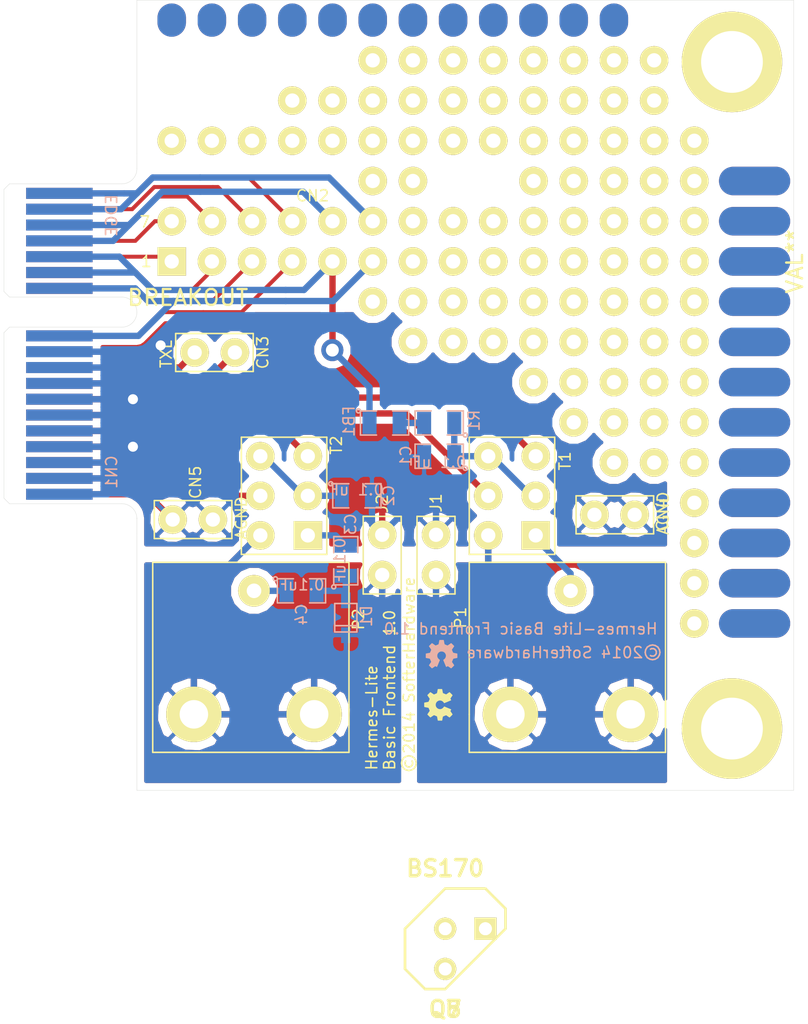
<source format=kicad_pcb>
(kicad_pcb (version 4) (host pcbnew "(2014-10-27 BZR 5228)-product")

  (general
    (links 60)
    (no_connects 9)
    (area 99.389999 72.389999 140.910001 122.310001)
    (thickness 1.6)
    (drawings 9)
    (tracks 164)
    (zones 0)
    (modules 115)
    (nets 41)
  )

  (page USLetter)
  (title_block
    (title "Hermes-Lite Basic RF Frontend")
    (date "19 Oct 2014")
    (rev 0.9)
    (company SofterHardware)
    (comment 1 KF7O)
  )

  (layers
    (0 F.Cu signal)
    (31 B.Cu signal)
    (32 B.Adhes user hide)
    (33 F.Adhes user hide)
    (34 B.Paste user hide)
    (35 F.Paste user hide)
    (36 B.SilkS user)
    (37 F.SilkS user)
    (38 B.Mask user hide)
    (39 F.Mask user hide)
    (40 Dwgs.User user hide)
    (41 Cmts.User user hide)
    (42 Eco1.User user hide)
    (43 Eco2.User user hide)
    (44 Edge.Cuts user)
  )

  (setup
    (last_trace_width 0.25)
    (user_trace_width 0.4)
    (user_trace_width 1)
    (trace_clearance 0.205)
    (zone_clearance 0.45)
    (zone_45_only no)
    (trace_min 0.25)
    (segment_width 0.2)
    (edge_width 0.02)
    (via_size 0.889)
    (via_drill 0.635)
    (via_min_size 0.889)
    (via_min_drill 0.508)
    (user_via 1.397 0.813)
    (uvia_size 0.508)
    (uvia_drill 0.127)
    (uvias_allowed no)
    (uvia_min_size 0.508)
    (uvia_min_drill 0.127)
    (pcb_text_width 0.3)
    (pcb_text_size 1.5 1.5)
    (mod_edge_width 0.1)
    (mod_text_size 1 1)
    (mod_text_width 0.15)
    (pad_size 1.8 1.8)
    (pad_drill 0.9)
    (pad_to_mask_clearance 0)
    (aux_axis_origin 90.95 72.4)
    (visible_elements 7FFFFFFF)
    (pcbplotparams
      (layerselection 0x010f0_80000001)
      (usegerberextensions false)
      (excludeedgelayer true)
      (linewidth 0.100000)
      (plotframeref false)
      (viasonmask false)
      (mode 1)
      (useauxorigin true)
      (hpglpennumber 1)
      (hpglpenspeed 20)
      (hpglpendiameter 15)
      (hpglpenoverlay 2)
      (psnegative false)
      (psa4output false)
      (plotreference true)
      (plotvalue false)
      (plotinvisibletext false)
      (padsonsilk false)
      (subtractmaskfromsilk false)
      (outputformat 1)
      (mirror false)
      (drillshape 0)
      (scaleselection 1)
      (outputdirectory elecrow/))
  )

  (net 0 "")
  (net 1 "Net-(CN1-PadA11)")
  (net 2 "Net-(CN1-PadA13)")
  (net 3 "Net-(CN1-PadA15)")
  (net 4 "Net-(CN1-PadA17)")
  (net 5 "Net-(CN1-PadB2)")
  (net 6 "Net-(CN1-PadB3)")
  (net 7 "Net-(CN1-PadB5)")
  (net 8 "Net-(CN1-PadB6)")
  (net 9 "Net-(CN1-PadB8)")
  (net 10 "Net-(CN1-PadB9)")
  (net 11 "Net-(CN1-PadB13)")
  (net 12 "Net-(CN1-PadB14)")
  (net 13 "Net-(CN1-PadB15)")
  (net 14 "Net-(CN1-PadB16)")
  (net 15 "Net-(CN1-PadB17)")
  (net 16 "Net-(CN1-PadB18)")
  (net 17 GND)
  (net 18 "Net-(C1-Pad1)")
  (net 19 "Net-(C2-Pad1)")
  (net 20 "Net-(C3-Pad1)")
  (net 21 "Net-(C3-Pad2)")
  (net 22 "Net-(C4-Pad1)")
  (net 23 "Net-(D1-Pad2)")
  (net 24 "Net-(FB1-Pad2)")
  (net 25 "Net-(J1-Pad1)")
  (net 26 "Net-(C4-Pad2)")
  (net 27 PTT#)
  (net 28 GPIO0)
  (net 29 "Net-(Q5-Pad1)")
  (net 30 "Net-(D3-Pad1)")
  (net 31 "Net-(Q5-Pad3)")
  (net 32 "Net-(Q7-Pad1)")
  (net 33 "Net-(Q7-Pad2)")
  (net 34 "Net-(Q7-Pad3)")
  (net 35 "Net-(Q8-Pad1)")
  (net 36 "Net-(Q8-Pad2)")
  (net 37 "Net-(Q8-Pad3)")
  (net 38 "Net-(Q1-Pad2)")
  (net 39 "Net-(C21-Pad2)")
  (net 40 "Net-(Q2-PadS)")

  (net_class Default "This is the default net class."
    (clearance 0.205)
    (trace_width 0.25)
    (via_dia 0.889)
    (via_drill 0.635)
    (uvia_dia 0.508)
    (uvia_drill 0.127)
    (add_net GND)
    (add_net GPIO0)
    (add_net "Net-(C1-Pad1)")
    (add_net "Net-(C2-Pad1)")
    (add_net "Net-(C21-Pad2)")
    (add_net "Net-(C3-Pad1)")
    (add_net "Net-(C3-Pad2)")
    (add_net "Net-(C4-Pad1)")
    (add_net "Net-(C4-Pad2)")
    (add_net "Net-(CN1-PadA11)")
    (add_net "Net-(CN1-PadA13)")
    (add_net "Net-(CN1-PadA15)")
    (add_net "Net-(CN1-PadA17)")
    (add_net "Net-(CN1-PadB13)")
    (add_net "Net-(CN1-PadB14)")
    (add_net "Net-(CN1-PadB15)")
    (add_net "Net-(CN1-PadB16)")
    (add_net "Net-(CN1-PadB17)")
    (add_net "Net-(CN1-PadB18)")
    (add_net "Net-(CN1-PadB2)")
    (add_net "Net-(CN1-PadB3)")
    (add_net "Net-(CN1-PadB5)")
    (add_net "Net-(CN1-PadB6)")
    (add_net "Net-(CN1-PadB8)")
    (add_net "Net-(CN1-PadB9)")
    (add_net "Net-(D1-Pad2)")
    (add_net "Net-(D3-Pad1)")
    (add_net "Net-(FB1-Pad2)")
    (add_net "Net-(Q1-Pad2)")
    (add_net "Net-(Q2-PadS)")
    (add_net "Net-(Q5-Pad1)")
    (add_net "Net-(Q5-Pad3)")
    (add_net "Net-(Q7-Pad1)")
    (add_net "Net-(Q7-Pad2)")
    (add_net "Net-(Q7-Pad3)")
    (add_net "Net-(Q8-Pad1)")
    (add_net "Net-(Q8-Pad2)")
    (add_net "Net-(Q8-Pad3)")
    (add_net PTT#)
  )

  (module HERMESLITE:MH (layer F.Cu) (tedit 54753CAE) (tstamp 54753CA3)
    (at 135.5 76.3)
    (fp_text reference MH (at -4.1 -2) (layer F.SilkS) hide
      (effects (font (size 0.7 0.7) (thickness 0.1)))
    )
    (fp_text value VAL** (at -4.5 1.6) (layer F.SilkS) hide
      (effects (font (size 0.7 0.7) (thickness 0.1)))
    )
    (pad "" np_thru_hole circle (at 1.5 0) (size 6.35 6.35) (drill 3.9) (layers *.Cu *.Mask F.SilkS))
  )

  (module HERMESLITE:MH (layer F.Cu) (tedit 54753CBD) (tstamp 54431AF8)
    (at 135.5 118.4)
    (fp_text reference MH (at -4.1 -2) (layer F.SilkS) hide
      (effects (font (size 0.7 0.7) (thickness 0.1)))
    )
    (fp_text value VAL** (at -4.5 1.6) (layer F.SilkS) hide
      (effects (font (size 0.7 0.7) (thickness 0.1)))
    )
    (pad "" np_thru_hole circle (at 1.5 0) (size 6.35 6.35) (drill 3.9) (layers *.Cu *.Mask F.SilkS))
  )

  (module SMD_Packages:SMD-0805 (layer B.Cu) (tedit 5444919A) (tstamp 54434A8E)
    (at 118.5 101.2 180)
    (path /544344BB)
    (attr smd)
    (fp_text reference C1 (at 2.1 0 270) (layer B.SilkS)
      (effects (font (size 0.7 0.7) (thickness 0.1)) (justify mirror))
    )
    (fp_text value "0.1 uF" (at 0 -0.381 180) (layer B.SilkS)
      (effects (font (size 0.7 0.7) (thickness 0.1)) (justify mirror))
    )
    (fp_circle (center -1.651 -0.762) (end -1.651 -0.635) (layer B.SilkS) (width 0.09906))
    (fp_line (start -0.508 -0.762) (end -1.524 -0.762) (layer B.SilkS) (width 0.09906))
    (fp_line (start -1.524 -0.762) (end -1.524 0.762) (layer B.SilkS) (width 0.09906))
    (fp_line (start -1.524 0.762) (end -0.508 0.762) (layer B.SilkS) (width 0.09906))
    (fp_line (start 0.508 0.762) (end 1.524 0.762) (layer B.SilkS) (width 0.09906))
    (fp_line (start 1.524 0.762) (end 1.524 -0.762) (layer B.SilkS) (width 0.09906))
    (fp_line (start 1.524 -0.762) (end 0.508 -0.762) (layer B.SilkS) (width 0.09906))
    (pad 1 smd rect (at -0.9525 0 180) (size 0.889 1.397) (layers B.Cu B.Paste B.Mask)
      (net 18 "Net-(C1-Pad1)"))
    (pad 2 smd rect (at 0.9525 0 180) (size 0.889 1.397) (layers B.Cu B.Paste B.Mask)
      (net 17 GND))
    (model smd/chip_cms.wrl
      (at (xyz 0 0 0))
      (scale (xyz 0.1000000014901161 0.1000000014901161 0.1000000014901161))
      (rotate (xyz 0 0 0))
    )
  )

  (module SMD_Packages:SMD-0805 (layer B.Cu) (tedit 54441F54) (tstamp 54434A94)
    (at 113.3 103.7)
    (path /5443416A)
    (attr smd)
    (fp_text reference C2 (at 2 0 90) (layer B.SilkS)
      (effects (font (size 0.7 0.7) (thickness 0.1)) (justify mirror))
    )
    (fp_text value "0.1 uF" (at 0 -0.381) (layer B.SilkS)
      (effects (font (size 0.7 0.7) (thickness 0.1)) (justify mirror))
    )
    (fp_circle (center -1.651 -0.762) (end -1.651 -0.635) (layer B.SilkS) (width 0.09906))
    (fp_line (start -0.508 -0.762) (end -1.524 -0.762) (layer B.SilkS) (width 0.09906))
    (fp_line (start -1.524 -0.762) (end -1.524 0.762) (layer B.SilkS) (width 0.09906))
    (fp_line (start -1.524 0.762) (end -0.508 0.762) (layer B.SilkS) (width 0.09906))
    (fp_line (start 0.508 0.762) (end 1.524 0.762) (layer B.SilkS) (width 0.09906))
    (fp_line (start 1.524 0.762) (end 1.524 -0.762) (layer B.SilkS) (width 0.09906))
    (fp_line (start 1.524 -0.762) (end 0.508 -0.762) (layer B.SilkS) (width 0.09906))
    (pad 1 smd rect (at -0.9525 0) (size 0.889 1.397) (layers B.Cu B.Paste B.Mask)
      (net 19 "Net-(C2-Pad1)"))
    (pad 2 smd rect (at 0.9525 0) (size 0.889 1.397) (layers B.Cu B.Paste B.Mask)
      (net 17 GND))
    (model smd/chip_cms.wrl
      (at (xyz 0 0 0))
      (scale (xyz 0.1000000014901161 0.1000000014901161 0.1000000014901161))
      (rotate (xyz 0 0 0))
    )
  )

  (module SMD_Packages:SMD-0805 (layer B.Cu) (tedit 544491A5) (tstamp 54434A9A)
    (at 112.6 107.8 90)
    (path /547F1565)
    (attr smd)
    (fp_text reference C3 (at 2.3 0.3 90) (layer B.SilkS)
      (effects (font (size 0.7 0.7) (thickness 0.1)) (justify mirror))
    )
    (fp_text value 0.1uF (at 0 -0.381 90) (layer B.SilkS)
      (effects (font (size 0.7 0.7) (thickness 0.1)) (justify mirror))
    )
    (fp_circle (center -1.651 -0.762) (end -1.651 -0.635) (layer B.SilkS) (width 0.09906))
    (fp_line (start -0.508 -0.762) (end -1.524 -0.762) (layer B.SilkS) (width 0.09906))
    (fp_line (start -1.524 -0.762) (end -1.524 0.762) (layer B.SilkS) (width 0.09906))
    (fp_line (start -1.524 0.762) (end -0.508 0.762) (layer B.SilkS) (width 0.09906))
    (fp_line (start 0.508 0.762) (end 1.524 0.762) (layer B.SilkS) (width 0.09906))
    (fp_line (start 1.524 0.762) (end 1.524 -0.762) (layer B.SilkS) (width 0.09906))
    (fp_line (start 1.524 -0.762) (end 0.508 -0.762) (layer B.SilkS) (width 0.09906))
    (pad 1 smd rect (at -0.9525 0 90) (size 0.889 1.397) (layers B.Cu B.Paste B.Mask)
      (net 20 "Net-(C3-Pad1)"))
    (pad 2 smd rect (at 0.9525 0 90) (size 0.889 1.397) (layers B.Cu B.Paste B.Mask)
      (net 21 "Net-(C3-Pad2)"))
    (model smd/chip_cms.wrl
      (at (xyz 0 0 0))
      (scale (xyz 0.1000000014901161 0.1000000014901161 0.1000000014901161))
      (rotate (xyz 0 0 0))
    )
  )

  (module SMD_Packages:SMD-0805 (layer B.Cu) (tedit 54441F9C) (tstamp 54434AA0)
    (at 109.8 109.7)
    (path /547F114A)
    (attr smd)
    (fp_text reference C4 (at 0 1.5 90) (layer B.SilkS)
      (effects (font (size 0.7 0.7) (thickness 0.1)) (justify mirror))
    )
    (fp_text value 0.1uF (at 0 -0.381) (layer B.SilkS)
      (effects (font (size 0.7 0.7) (thickness 0.1)) (justify mirror))
    )
    (fp_circle (center -1.651 -0.762) (end -1.651 -0.635) (layer B.SilkS) (width 0.09906))
    (fp_line (start -0.508 -0.762) (end -1.524 -0.762) (layer B.SilkS) (width 0.09906))
    (fp_line (start -1.524 -0.762) (end -1.524 0.762) (layer B.SilkS) (width 0.09906))
    (fp_line (start -1.524 0.762) (end -0.508 0.762) (layer B.SilkS) (width 0.09906))
    (fp_line (start 0.508 0.762) (end 1.524 0.762) (layer B.SilkS) (width 0.09906))
    (fp_line (start 1.524 0.762) (end 1.524 -0.762) (layer B.SilkS) (width 0.09906))
    (fp_line (start 1.524 -0.762) (end 0.508 -0.762) (layer B.SilkS) (width 0.09906))
    (pad 1 smd rect (at -0.9525 0) (size 0.889 1.397) (layers B.Cu B.Paste B.Mask)
      (net 21 "Net-(C3-Pad2)"))
    (pad 2 smd rect (at 0.9525 0) (size 0.889 1.397) (layers B.Cu B.Paste B.Mask)
      (net 26 "Net-(C4-Pad2)"))
    (model smd/chip_cms.wrl
      (at (xyz 0 0 0))
      (scale (xyz 0.1000000014901161 0.1000000014901161 0.1000000014901161))
      (rotate (xyz 0 0 0))
    )
  )

  (module HERMESLITE:SOD323 (layer B.Cu) (tedit 54441F94) (tstamp 54434AA6)
    (at 112.6 111.4 270)
    (descr SOD323)
    (path /547DBF6B)
    (fp_text reference D1 (at -0.1 -1.3 270) (layer B.SilkS)
      (effects (font (size 0.7 0.7) (thickness 0.1)) (justify mirror))
    )
    (fp_text value "TVS DIODE" (at 0 -1.19888 270) (layer B.SilkS) hide
      (effects (font (size 0.7 0.7) (thickness 0.1)) (justify mirror))
    )
    (fp_line (start 0.50038 0.70104) (end 0.50038 -0.70104) (layer B.SilkS) (width 0.1))
    (fp_line (start 0.89916 0.70104) (end -0.89916 0.70104) (layer B.SilkS) (width 0.1))
    (fp_line (start -0.89916 0.70104) (end -0.89916 -0.70104) (layer B.SilkS) (width 0.1))
    (fp_line (start -0.89916 -0.70104) (end 0.89916 -0.70104) (layer B.SilkS) (width 0.1))
    (fp_line (start 0.89916 -0.70104) (end 0.89916 0.70104) (layer B.SilkS) (width 0.1))
    (pad 2 smd rect (at 1.09982 0 270) (size 1.00076 0.59944) (layers B.Cu B.Paste B.Mask)
      (net 23 "Net-(D1-Pad2)"))
    (pad 1 smd rect (at -1.09982 0 270) (size 1.00076 0.59944) (layers B.Cu B.Paste B.Mask)
      (net 21 "Net-(C3-Pad2)"))
    (model walter/smd_diode/sod323.wrl
      (at (xyz 0 0 0))
      (scale (xyz 1 1 1))
      (rotate (xyz 0 0 0))
    )
  )

  (module SMD_Packages:SMD-0805 (layer B.Cu) (tedit 5476CC30) (tstamp 54434AAC)
    (at 115.05 99.1)
    (path /54434516)
    (attr smd)
    (fp_text reference FB1 (at -2.25 -0.1 270) (layer B.SilkS)
      (effects (font (size 0.7 0.7) (thickness 0.1)) (justify mirror))
    )
    (fp_text value FB (at 0 -0.381) (layer B.SilkS) hide
      (effects (font (size 0.7 0.7) (thickness 0.1)) (justify mirror))
    )
    (fp_circle (center -1.651 -0.762) (end -1.651 -0.635) (layer B.SilkS) (width 0.09906))
    (fp_line (start -0.508 -0.762) (end -1.524 -0.762) (layer B.SilkS) (width 0.09906))
    (fp_line (start -1.524 -0.762) (end -1.524 0.762) (layer B.SilkS) (width 0.09906))
    (fp_line (start -1.524 0.762) (end -0.508 0.762) (layer B.SilkS) (width 0.09906))
    (fp_line (start 0.508 0.762) (end 1.524 0.762) (layer B.SilkS) (width 0.09906))
    (fp_line (start 1.524 0.762) (end 1.524 -0.762) (layer B.SilkS) (width 0.09906))
    (fp_line (start 1.524 -0.762) (end 0.508 -0.762) (layer B.SilkS) (width 0.09906))
    (pad 1 smd rect (at -0.9525 0) (size 0.889 1.397) (layers B.Cu B.Paste B.Mask)
      (net 2 "Net-(CN1-PadA13)"))
    (pad 2 smd rect (at 0.9525 0) (size 0.889 1.397) (layers B.Cu B.Paste B.Mask)
      (net 24 "Net-(FB1-Pad2)"))
    (model smd/chip_cms.wrl
      (at (xyz 0 0 0))
      (scale (xyz 0.1000000014901161 0.1000000014901161 0.1000000014901161))
      (rotate (xyz 0 0 0))
    )
  )

  (module HERMESLITE:BNCRA (layer F.Cu) (tedit 5477558F) (tstamp 54434ABF)
    (at 126.8 117.5)
    (path /547CC8B6)
    (fp_text reference P1 (at -6.95 -6.1 90) (layer F.SilkS)
      (effects (font (size 0.7 0.7) (thickness 0.1)))
    )
    (fp_text value BNC (at 4 3.4) (layer F.SilkS) hide
      (effects (font (size 0.7 0.7) (thickness 0.1)))
    )
    (fp_line (start -6.4 0) (end -6.4 -9.6) (layer F.SilkS) (width 0.1))
    (fp_line (start -6.4 -9.6) (end 6 -9.6) (layer F.SilkS) (width 0.1))
    (fp_line (start 6 -9.6) (end 6 2.4) (layer F.SilkS) (width 0.1))
    (fp_line (start 6 2.4) (end -6.4 2.4) (layer F.SilkS) (width 0.1))
    (fp_line (start -6.4 2.4) (end -6.4 0) (layer F.SilkS) (width 0.1))
    (pad 2 thru_hole circle (at -3.8 0) (size 3.5 3.5) (drill 1.8) (layers *.Cu *.Mask F.SilkS)
      (net 23 "Net-(D1-Pad2)"))
    (pad 2 thru_hole circle (at 3.8 0) (size 3.5 3.5) (drill 1.8) (layers *.Cu *.Mask F.SilkS)
      (net 23 "Net-(D1-Pad2)"))
    (pad 1 thru_hole circle (at 0 -7.8) (size 2 2) (drill 0.92) (layers *.Cu *.Mask F.SilkS)
      (net 20 "Net-(C3-Pad1)"))
  )

  (module HERMESLITE:BNCRA (layer F.Cu) (tedit 54775582) (tstamp 54434AC6)
    (at 106.8 117.5)
    (path /544340D3)
    (fp_text reference P2 (at 6.6 -6 90) (layer F.SilkS)
      (effects (font (size 0.7 0.7) (thickness 0.1)))
    )
    (fp_text value BNC (at 4 3.4) (layer F.SilkS) hide
      (effects (font (size 0.7 0.7) (thickness 0.1)))
    )
    (fp_line (start -6.4 0) (end -6.4 -9.6) (layer F.SilkS) (width 0.1))
    (fp_line (start -6.4 -9.6) (end 6 -9.6) (layer F.SilkS) (width 0.1))
    (fp_line (start 6 -9.6) (end 6 2.4) (layer F.SilkS) (width 0.1))
    (fp_line (start 6 2.4) (end -6.4 2.4) (layer F.SilkS) (width 0.1))
    (fp_line (start -6.4 2.4) (end -6.4 0) (layer F.SilkS) (width 0.1))
    (pad 2 thru_hole circle (at -3.8 0) (size 3.5 3.5) (drill 1.8) (layers *.Cu *.Mask F.SilkS)
      (net 23 "Net-(D1-Pad2)"))
    (pad 2 thru_hole circle (at 3.8 0) (size 3.5 3.5) (drill 1.8) (layers *.Cu *.Mask F.SilkS)
      (net 23 "Net-(D1-Pad2)"))
    (pad 1 thru_hole circle (at 0 -7.8) (size 2 2) (drill 0.92) (layers *.Cu *.Mask F.SilkS)
      (net 22 "Net-(C4-Pad1)"))
  )

  (module SMD_Packages:SMD-0805 (layer B.Cu) (tedit 5476CC29) (tstamp 54434ACC)
    (at 118.5 99.1 180)
    (path /547DE0C1)
    (attr smd)
    (fp_text reference R1 (at -2.2 0.15 450) (layer B.SilkS)
      (effects (font (size 0.7 0.7) (thickness 0.1)) (justify mirror))
    )
    (fp_text value 4.7k (at 0 -0.381 180) (layer B.SilkS) hide
      (effects (font (size 0.7 0.7) (thickness 0.1)) (justify mirror))
    )
    (fp_circle (center -1.651 -0.762) (end -1.651 -0.635) (layer B.SilkS) (width 0.09906))
    (fp_line (start -0.508 -0.762) (end -1.524 -0.762) (layer B.SilkS) (width 0.09906))
    (fp_line (start -1.524 -0.762) (end -1.524 0.762) (layer B.SilkS) (width 0.09906))
    (fp_line (start -1.524 0.762) (end -0.508 0.762) (layer B.SilkS) (width 0.09906))
    (fp_line (start 0.508 0.762) (end 1.524 0.762) (layer B.SilkS) (width 0.09906))
    (fp_line (start 1.524 0.762) (end 1.524 -0.762) (layer B.SilkS) (width 0.09906))
    (fp_line (start 1.524 -0.762) (end 0.508 -0.762) (layer B.SilkS) (width 0.09906))
    (pad 1 smd rect (at -0.9525 0 180) (size 0.889 1.397) (layers B.Cu B.Paste B.Mask)
      (net 27 PTT#))
    (pad 2 smd rect (at 0.9525 0 180) (size 0.889 1.397) (layers B.Cu B.Paste B.Mask)
      (net 38 "Net-(Q1-Pad2)"))
    (model smd/chip_cms.wrl
      (at (xyz 0 0 0))
      (scale (xyz 0.1000000014901161 0.1000000014901161 0.1000000014901161))
      (rotate (xyz 0 0 0))
    )
  )

  (module HERMESLITE:JUMPER (layer F.Cu) (tedit 54775567) (tstamp 544413C7)
    (at 118.3 108.7)
    (path /547D7D53)
    (fp_text reference J1 (at 0 -4.55 90) (layer F.SilkS)
      (effects (font (size 0.7 0.7) (thickness 0.1)))
    )
    (fp_text value 0 (at 0 2.1 90) (layer F.SilkS) hide
      (effects (font (size 0.7 0.7) (thickness 0.1)))
    )
    (fp_line (start -1.2 -3.7) (end -1.2 1.2) (layer F.SilkS) (width 0.1))
    (fp_line (start -1.2 1.2) (end 1.2 1.2) (layer F.SilkS) (width 0.1))
    (fp_line (start 1.2 1.2) (end 1.2 -3.7) (layer F.SilkS) (width 0.1))
    (fp_line (start 1.2 -3.7) (end -1.2 -3.7) (layer F.SilkS) (width 0.1))
    (pad 1 thru_hole circle (at 0 0) (size 1.8 1.8) (drill 0.9) (layers *.Cu *.Mask F.SilkS)
      (net 23 "Net-(D1-Pad2)"))
    (pad 2 thru_hole circle (at 0 -2.54) (size 1.8 1.8) (drill 0.9) (layers *.Cu *.Mask F.SilkS)
      (net 17 GND))
  )

  (module HERMESLITE:JUMPER (layer F.Cu) (tedit 5477555B) (tstamp 544413CD)
    (at 114.9 108.7)
    (path /544343B2)
    (fp_text reference J2 (at 0 -4.5 90) (layer F.SilkS)
      (effects (font (size 0.7 0.7) (thickness 0.1)))
    )
    (fp_text value 0 (at 0 2 90) (layer F.SilkS) hide
      (effects (font (size 0.7 0.7) (thickness 0.1)))
    )
    (fp_line (start -1.2 -3.7) (end -1.2 1.2) (layer F.SilkS) (width 0.1))
    (fp_line (start -1.2 1.2) (end 1.2 1.2) (layer F.SilkS) (width 0.1))
    (fp_line (start 1.2 1.2) (end 1.2 -3.7) (layer F.SilkS) (width 0.1))
    (fp_line (start 1.2 -3.7) (end -1.2 -3.7) (layer F.SilkS) (width 0.1))
    (pad 1 thru_hole circle (at 0 0) (size 1.8 1.8) (drill 0.9) (layers *.Cu *.Mask F.SilkS)
      (net 23 "Net-(D1-Pad2)"))
    (pad 2 thru_hole circle (at 0 -2.54) (size 1.8 1.8) (drill 0.9) (layers *.Cu *.Mask F.SilkS)
      (net 17 GND))
  )

  (module HERMESLITE:TRANSFREV (layer F.Cu) (tedit 5476CC11) (tstamp 544413D7)
    (at 121.6 106.2)
    (path /54434023)
    (fp_text reference T1 (at 4.85 -4.7 90) (layer F.SilkS)
      (effects (font (size 0.7 0.7) (thickness 0.1)))
    )
    (fp_text value 4:1 (at 2 2.1) (layer F.SilkS) hide
      (effects (font (size 0.7 0.7) (thickness 0.1)))
    )
    (fp_line (start -1.2 1.2) (end -1.2 -6.2) (layer F.SilkS) (width 0.1))
    (fp_line (start -1.2 -6.2) (end 4.2 -6.2) (layer F.SilkS) (width 0.1))
    (fp_line (start 4.2 -6.2) (end 4.2 1.2) (layer F.SilkS) (width 0.1))
    (fp_line (start 4.2 1.2) (end -1.2 1.2) (layer F.SilkS) (width 0.1))
    (pad 2 thru_hole circle (at 0 0) (size 1.8 1.8) (drill 0.9) (layers *.Cu *.Mask F.SilkS)
      (net 17 GND))
    (pad 4 thru_hole circle (at 0 -2.5) (size 1.8 1.8) (drill 0.9) (layers *.Cu *.Mask F.SilkS)
      (net 7 "Net-(CN1-PadB5)"))
    (pad 1 thru_hole rect (at 3 0) (size 1.8 1.8) (drill 0.9) (layers *.Cu *.Mask F.SilkS)
      (net 39 "Net-(C21-Pad2)"))
    (pad 6 thru_hole circle (at 0 -5) (size 1.8 1.8) (drill 0.9) (layers *.Cu *.Mask F.SilkS)
      (net 18 "Net-(C1-Pad1)"))
    (pad 5 thru_hole circle (at 3 -5) (size 1.8 1.8) (drill 0.9) (layers *.Cu *.Mask F.SilkS)
      (net 8 "Net-(CN1-PadB6)"))
    (pad 3 thru_hole circle (at 3 -2.5) (size 1.8 1.8) (drill 0.9) (layers *.Cu *.Mask F.SilkS)
      (net 18 "Net-(C1-Pad1)"))
  )

  (module HERMESLITE:TRANSFREV (layer F.Cu) (tedit 54441F7A) (tstamp 544413E1)
    (at 107.2 106.2)
    (path /54433FF8)
    (fp_text reference T2 (at 4.8 -5.7 90) (layer F.SilkS)
      (effects (font (size 0.7 0.7) (thickness 0.1)))
    )
    (fp_text value 8:1 (at 2 2.1) (layer F.SilkS) hide
      (effects (font (size 0.7 0.7) (thickness 0.1)))
    )
    (fp_line (start -1.2 1.2) (end -1.2 -6.2) (layer F.SilkS) (width 0.1))
    (fp_line (start -1.2 -6.2) (end 4.2 -6.2) (layer F.SilkS) (width 0.1))
    (fp_line (start 4.2 -6.2) (end 4.2 1.2) (layer F.SilkS) (width 0.1))
    (fp_line (start 4.2 1.2) (end -1.2 1.2) (layer F.SilkS) (width 0.1))
    (pad 2 thru_hole circle (at 0 0) (size 1.8 1.8) (drill 0.9) (layers *.Cu *.Mask F.SilkS)
      (net 19 "Net-(C2-Pad1)"))
    (pad 4 thru_hole circle (at 0 -2.5) (size 1.8 1.8) (drill 0.9) (layers *.Cu *.Mask F.SilkS)
      (net 5 "Net-(CN1-PadB2)"))
    (pad 1 thru_hole rect (at 3 0) (size 1.8 1.8) (drill 0.9) (layers *.Cu *.Mask F.SilkS)
      (net 40 "Net-(Q2-PadS)"))
    (pad 6 thru_hole circle (at 0 -5) (size 1.8 1.8) (drill 0.9) (layers *.Cu *.Mask F.SilkS)
      (net 17 GND))
    (pad 5 thru_hole circle (at 3 -5) (size 1.8 1.8) (drill 0.9) (layers *.Cu *.Mask F.SilkS)
      (net 6 "Net-(CN1-PadB3)"))
    (pad 3 thru_hole circle (at 3 -2.5) (size 1.8 1.8) (drill 0.9) (layers *.Cu *.Mask F.SilkS)
      (net 17 GND))
  )

  (module OSHW:OSHW-logo_silkscreen-front_2mm (layer F.Cu) (tedit 0) (tstamp 546C4168)
    (at 118.45 116.9 90)
    (fp_text reference G*** (at 0 1.05918 90) (layer F.SilkS) hide
      (effects (font (size 0.0889 0.0889) (thickness 0.01778)))
    )
    (fp_text value OSHW-logo_silkscreen-front_2mm (at 0 -1.05918 90) (layer F.SilkS) hide
      (effects (font (size 0.0889 0.0889) (thickness 0.01778)))
    )
    (fp_poly (pts (xy -0.60452 0.89662) (xy -0.59436 0.89154) (xy -0.5715 0.8763) (xy -0.53848 0.85598)
      (xy -0.49784 0.82804) (xy -0.45974 0.80264) (xy -0.42672 0.77978) (xy -0.40386 0.76454)
      (xy -0.3937 0.75946) (xy -0.38862 0.762) (xy -0.37084 0.77216) (xy -0.3429 0.78486)
      (xy -0.32766 0.79248) (xy -0.30226 0.80518) (xy -0.28956 0.80772) (xy -0.28702 0.80264)
      (xy -0.27686 0.78486) (xy -0.26416 0.75184) (xy -0.24384 0.70866) (xy -0.22352 0.65786)
      (xy -0.20066 0.60198) (xy -0.1778 0.5461) (xy -0.15494 0.49276) (xy -0.13462 0.4445)
      (xy -0.11938 0.4064) (xy -0.10922 0.37846) (xy -0.10414 0.3683) (xy -0.10668 0.36576)
      (xy -0.11938 0.35306) (xy -0.1397 0.33782) (xy -0.18796 0.29718) (xy -0.23368 0.23876)
      (xy -0.26416 0.17272) (xy -0.27178 0.09906) (xy -0.26416 0.03302) (xy -0.23876 -0.03048)
      (xy -0.19304 -0.09144) (xy -0.13716 -0.13462) (xy -0.07112 -0.16256) (xy 0 -0.17018)
      (xy 0.06858 -0.16256) (xy 0.13462 -0.13716) (xy 0.19558 -0.09144) (xy 0.21844 -0.0635)
      (xy 0.254 -0.00254) (xy 0.27432 0.05842) (xy 0.27432 0.07366) (xy 0.27178 0.14478)
      (xy 0.25146 0.21336) (xy 0.2159 0.27178) (xy 0.16256 0.32258) (xy 0.15748 0.32766)
      (xy 0.13208 0.34544) (xy 0.11684 0.3556) (xy 0.10414 0.36576) (xy 0.19304 0.58166)
      (xy 0.20828 0.61722) (xy 0.23368 0.67564) (xy 0.254 0.72644) (xy 0.27178 0.76708)
      (xy 0.28448 0.79248) (xy 0.28956 0.80518) (xy 0.28956 0.80518) (xy 0.29718 0.80518)
      (xy 0.31242 0.8001) (xy 0.3429 0.78486) (xy 0.36322 0.7747) (xy 0.38608 0.76454)
      (xy 0.39624 0.75946) (xy 0.4064 0.76454) (xy 0.42672 0.77978) (xy 0.45974 0.8001)
      (xy 0.49784 0.8255) (xy 0.5334 0.8509) (xy 0.56896 0.87376) (xy 0.59182 0.889)
      (xy 0.60452 0.89662) (xy 0.60706 0.89662) (xy 0.61722 0.889) (xy 0.63754 0.87376)
      (xy 0.66548 0.84582) (xy 0.70612 0.80518) (xy 0.71374 0.8001) (xy 0.74676 0.76454)
      (xy 0.7747 0.73406) (xy 0.79502 0.71374) (xy 0.8001 0.70612) (xy 0.8001 0.70612)
      (xy 0.79502 0.69342) (xy 0.77978 0.66802) (xy 0.75692 0.635) (xy 0.72898 0.59436)
      (xy 0.65786 0.49022) (xy 0.6985 0.3937) (xy 0.70866 0.36322) (xy 0.7239 0.32766)
      (xy 0.7366 0.30226) (xy 0.74168 0.28956) (xy 0.75184 0.28702) (xy 0.77978 0.2794)
      (xy 0.81788 0.27178) (xy 0.8636 0.26416) (xy 0.90932 0.254) (xy 0.94742 0.24638)
      (xy 0.9779 0.2413) (xy 0.9906 0.23876) (xy 0.99314 0.23622) (xy 0.99568 0.23114)
      (xy 0.99822 0.21844) (xy 0.99822 0.19304) (xy 0.99822 0.15494) (xy 0.99822 0.09906)
      (xy 0.99822 0.09398) (xy 0.99822 0.04064) (xy 0.99822 0) (xy 0.99568 -0.0254)
      (xy 0.99314 -0.03556) (xy 0.99314 -0.03556) (xy 0.98044 -0.04064) (xy 0.9525 -0.04572)
      (xy 0.9144 -0.05334) (xy 0.86614 -0.0635) (xy 0.8636 -0.0635) (xy 0.81534 -0.07112)
      (xy 0.77724 -0.08128) (xy 0.7493 -0.08636) (xy 0.7366 -0.09144) (xy 0.73406 -0.09398)
      (xy 0.7239 -0.11176) (xy 0.7112 -0.14224) (xy 0.69596 -0.1778) (xy 0.68072 -0.21336)
      (xy 0.66548 -0.24892) (xy 0.65786 -0.27178) (xy 0.65532 -0.28448) (xy 0.65532 -0.28448)
      (xy 0.66294 -0.29464) (xy 0.67818 -0.32004) (xy 0.70104 -0.35306) (xy 0.72898 -0.3937)
      (xy 0.73152 -0.39878) (xy 0.75946 -0.43688) (xy 0.77978 -0.47244) (xy 0.79502 -0.4953)
      (xy 0.8001 -0.50546) (xy 0.8001 -0.508) (xy 0.79248 -0.51816) (xy 0.77216 -0.54102)
      (xy 0.74168 -0.5715) (xy 0.70612 -0.60706) (xy 0.69596 -0.61722) (xy 0.65786 -0.65532)
      (xy 0.62992 -0.68072) (xy 0.61214 -0.69342) (xy 0.60452 -0.6985) (xy 0.60452 -0.69596)
      (xy 0.59182 -0.69088) (xy 0.56642 -0.6731) (xy 0.5334 -0.65024) (xy 0.49276 -0.6223)
      (xy 0.49022 -0.61976) (xy 0.44958 -0.59436) (xy 0.41656 -0.5715) (xy 0.3937 -0.55626)
      (xy 0.38354 -0.54864) (xy 0.381 -0.54864) (xy 0.36576 -0.55372) (xy 0.33528 -0.56388)
      (xy 0.30226 -0.57658) (xy 0.26416 -0.59182) (xy 0.23114 -0.60706) (xy 0.20574 -0.61722)
      (xy 0.19304 -0.62484) (xy 0.19304 -0.62484) (xy 0.18796 -0.64008) (xy 0.18288 -0.67056)
      (xy 0.17272 -0.7112) (xy 0.1651 -0.75946) (xy 0.16256 -0.76708) (xy 0.15494 -0.81534)
      (xy 0.14732 -0.85344) (xy 0.1397 -0.88138) (xy 0.13716 -0.89408) (xy 0.13208 -0.89408)
      (xy 0.10668 -0.89662) (xy 0.07112 -0.89662) (xy 0.02794 -0.89662) (xy -0.01524 -0.89662)
      (xy -0.05842 -0.89662) (xy -0.09652 -0.89408) (xy -0.12192 -0.89408) (xy -0.13462 -0.89154)
      (xy -0.13462 -0.889) (xy -0.1397 -0.8763) (xy -0.14478 -0.84582) (xy -0.15494 -0.80518)
      (xy -0.16256 -0.75438) (xy -0.1651 -0.74676) (xy -0.17272 -0.6985) (xy -0.18288 -0.6604)
      (xy -0.18796 -0.63246) (xy -0.1905 -0.6223) (xy -0.19558 -0.61976) (xy -0.21336 -0.61214)
      (xy -0.24638 -0.59944) (xy -0.28702 -0.58166) (xy -0.37846 -0.5461) (xy -0.49022 -0.6223)
      (xy -0.50038 -0.62992) (xy -0.54102 -0.65786) (xy -0.57404 -0.67818) (xy -0.5969 -0.69342)
      (xy -0.60706 -0.6985) (xy -0.60706 -0.6985) (xy -0.61722 -0.68834) (xy -0.64008 -0.66802)
      (xy -0.67056 -0.63754) (xy -0.70612 -0.60452) (xy -0.73152 -0.57658) (xy -0.762 -0.5461)
      (xy -0.78232 -0.52578) (xy -0.79248 -0.51054) (xy -0.79756 -0.50292) (xy -0.79502 -0.49784)
      (xy -0.78994 -0.48514) (xy -0.77216 -0.46228) (xy -0.7493 -0.42672) (xy -0.72136 -0.38862)
      (xy -0.6985 -0.35306) (xy -0.67564 -0.3175) (xy -0.6604 -0.28956) (xy -0.65278 -0.27686)
      (xy -0.65532 -0.27178) (xy -0.66294 -0.24892) (xy -0.67564 -0.2159) (xy -0.69342 -0.17526)
      (xy -0.73152 -0.08636) (xy -0.78994 -0.0762) (xy -0.8255 -0.06858) (xy -0.8763 -0.06096)
      (xy -0.92202 -0.0508) (xy -0.99568 -0.03556) (xy -0.99822 0.23114) (xy -0.98806 0.23622)
      (xy -0.97536 0.2413) (xy -0.94996 0.24638) (xy -0.90932 0.254) (xy -0.8636 0.26162)
      (xy -0.8255 0.26924) (xy -0.78486 0.27686) (xy -0.75692 0.28194) (xy -0.74422 0.28448)
      (xy -0.74168 0.28956) (xy -0.73152 0.30988) (xy -0.71628 0.34036) (xy -0.70104 0.37592)
      (xy -0.6858 0.41402) (xy -0.6731 0.44958) (xy -0.66294 0.47498) (xy -0.65786 0.49022)
      (xy -0.66294 0.50038) (xy -0.67818 0.52324) (xy -0.70104 0.55626) (xy -0.72644 0.59436)
      (xy -0.75438 0.635) (xy -0.77724 0.66802) (xy -0.79248 0.69342) (xy -0.8001 0.70358)
      (xy -0.79502 0.7112) (xy -0.77978 0.72898) (xy -0.75184 0.75946) (xy -0.70612 0.80518)
      (xy -0.6985 0.81026) (xy -0.66548 0.84582) (xy -0.635 0.87122) (xy -0.61468 0.89154)
      (xy -0.60452 0.89662)) (layer F.SilkS) (width 0.00254))
  )

  (module OSHW:OSHW-logo_silkscreen-front_2mm (layer B.Cu) (tedit 0) (tstamp 546C4173)
    (at 118.65 113.7)
    (fp_text reference G*** (at 0 -1.05918) (layer B.SilkS) hide
      (effects (font (size 0.0889 0.0889) (thickness 0.01778)) (justify mirror))
    )
    (fp_text value OSHW-logo_silkscreen-front_2mm (at 0 1.05918) (layer B.SilkS) hide
      (effects (font (size 0.0889 0.0889) (thickness 0.01778)) (justify mirror))
    )
    (fp_poly (pts (xy -0.60452 0.89662) (xy -0.59436 0.89154) (xy -0.5715 0.8763) (xy -0.53848 0.85598)
      (xy -0.49784 0.82804) (xy -0.45974 0.80264) (xy -0.42672 0.77978) (xy -0.40386 0.76454)
      (xy -0.3937 0.75946) (xy -0.38862 0.762) (xy -0.37084 0.77216) (xy -0.3429 0.78486)
      (xy -0.32766 0.79248) (xy -0.30226 0.80518) (xy -0.28956 0.80772) (xy -0.28702 0.80264)
      (xy -0.27686 0.78486) (xy -0.26416 0.75184) (xy -0.24384 0.70866) (xy -0.22352 0.65786)
      (xy -0.20066 0.60198) (xy -0.1778 0.5461) (xy -0.15494 0.49276) (xy -0.13462 0.4445)
      (xy -0.11938 0.4064) (xy -0.10922 0.37846) (xy -0.10414 0.3683) (xy -0.10668 0.36576)
      (xy -0.11938 0.35306) (xy -0.1397 0.33782) (xy -0.18796 0.29718) (xy -0.23368 0.23876)
      (xy -0.26416 0.17272) (xy -0.27178 0.09906) (xy -0.26416 0.03302) (xy -0.23876 -0.03048)
      (xy -0.19304 -0.09144) (xy -0.13716 -0.13462) (xy -0.07112 -0.16256) (xy 0 -0.17018)
      (xy 0.06858 -0.16256) (xy 0.13462 -0.13716) (xy 0.19558 -0.09144) (xy 0.21844 -0.0635)
      (xy 0.254 -0.00254) (xy 0.27432 0.05842) (xy 0.27432 0.07366) (xy 0.27178 0.14478)
      (xy 0.25146 0.21336) (xy 0.2159 0.27178) (xy 0.16256 0.32258) (xy 0.15748 0.32766)
      (xy 0.13208 0.34544) (xy 0.11684 0.3556) (xy 0.10414 0.36576) (xy 0.19304 0.58166)
      (xy 0.20828 0.61722) (xy 0.23368 0.67564) (xy 0.254 0.72644) (xy 0.27178 0.76708)
      (xy 0.28448 0.79248) (xy 0.28956 0.80518) (xy 0.28956 0.80518) (xy 0.29718 0.80518)
      (xy 0.31242 0.8001) (xy 0.3429 0.78486) (xy 0.36322 0.7747) (xy 0.38608 0.76454)
      (xy 0.39624 0.75946) (xy 0.4064 0.76454) (xy 0.42672 0.77978) (xy 0.45974 0.8001)
      (xy 0.49784 0.8255) (xy 0.5334 0.8509) (xy 0.56896 0.87376) (xy 0.59182 0.889)
      (xy 0.60452 0.89662) (xy 0.60706 0.89662) (xy 0.61722 0.889) (xy 0.63754 0.87376)
      (xy 0.66548 0.84582) (xy 0.70612 0.80518) (xy 0.71374 0.8001) (xy 0.74676 0.76454)
      (xy 0.7747 0.73406) (xy 0.79502 0.71374) (xy 0.8001 0.70612) (xy 0.8001 0.70612)
      (xy 0.79502 0.69342) (xy 0.77978 0.66802) (xy 0.75692 0.635) (xy 0.72898 0.59436)
      (xy 0.65786 0.49022) (xy 0.6985 0.3937) (xy 0.70866 0.36322) (xy 0.7239 0.32766)
      (xy 0.7366 0.30226) (xy 0.74168 0.28956) (xy 0.75184 0.28702) (xy 0.77978 0.2794)
      (xy 0.81788 0.27178) (xy 0.8636 0.26416) (xy 0.90932 0.254) (xy 0.94742 0.24638)
      (xy 0.9779 0.2413) (xy 0.9906 0.23876) (xy 0.99314 0.23622) (xy 0.99568 0.23114)
      (xy 0.99822 0.21844) (xy 0.99822 0.19304) (xy 0.99822 0.15494) (xy 0.99822 0.09906)
      (xy 0.99822 0.09398) (xy 0.99822 0.04064) (xy 0.99822 0) (xy 0.99568 -0.0254)
      (xy 0.99314 -0.03556) (xy 0.99314 -0.03556) (xy 0.98044 -0.04064) (xy 0.9525 -0.04572)
      (xy 0.9144 -0.05334) (xy 0.86614 -0.0635) (xy 0.8636 -0.0635) (xy 0.81534 -0.07112)
      (xy 0.77724 -0.08128) (xy 0.7493 -0.08636) (xy 0.7366 -0.09144) (xy 0.73406 -0.09398)
      (xy 0.7239 -0.11176) (xy 0.7112 -0.14224) (xy 0.69596 -0.1778) (xy 0.68072 -0.21336)
      (xy 0.66548 -0.24892) (xy 0.65786 -0.27178) (xy 0.65532 -0.28448) (xy 0.65532 -0.28448)
      (xy 0.66294 -0.29464) (xy 0.67818 -0.32004) (xy 0.70104 -0.35306) (xy 0.72898 -0.3937)
      (xy 0.73152 -0.39878) (xy 0.75946 -0.43688) (xy 0.77978 -0.47244) (xy 0.79502 -0.4953)
      (xy 0.8001 -0.50546) (xy 0.8001 -0.508) (xy 0.79248 -0.51816) (xy 0.77216 -0.54102)
      (xy 0.74168 -0.5715) (xy 0.70612 -0.60706) (xy 0.69596 -0.61722) (xy 0.65786 -0.65532)
      (xy 0.62992 -0.68072) (xy 0.61214 -0.69342) (xy 0.60452 -0.6985) (xy 0.60452 -0.69596)
      (xy 0.59182 -0.69088) (xy 0.56642 -0.6731) (xy 0.5334 -0.65024) (xy 0.49276 -0.6223)
      (xy 0.49022 -0.61976) (xy 0.44958 -0.59436) (xy 0.41656 -0.5715) (xy 0.3937 -0.55626)
      (xy 0.38354 -0.54864) (xy 0.381 -0.54864) (xy 0.36576 -0.55372) (xy 0.33528 -0.56388)
      (xy 0.30226 -0.57658) (xy 0.26416 -0.59182) (xy 0.23114 -0.60706) (xy 0.20574 -0.61722)
      (xy 0.19304 -0.62484) (xy 0.19304 -0.62484) (xy 0.18796 -0.64008) (xy 0.18288 -0.67056)
      (xy 0.17272 -0.7112) (xy 0.1651 -0.75946) (xy 0.16256 -0.76708) (xy 0.15494 -0.81534)
      (xy 0.14732 -0.85344) (xy 0.1397 -0.88138) (xy 0.13716 -0.89408) (xy 0.13208 -0.89408)
      (xy 0.10668 -0.89662) (xy 0.07112 -0.89662) (xy 0.02794 -0.89662) (xy -0.01524 -0.89662)
      (xy -0.05842 -0.89662) (xy -0.09652 -0.89408) (xy -0.12192 -0.89408) (xy -0.13462 -0.89154)
      (xy -0.13462 -0.889) (xy -0.1397 -0.8763) (xy -0.14478 -0.84582) (xy -0.15494 -0.80518)
      (xy -0.16256 -0.75438) (xy -0.1651 -0.74676) (xy -0.17272 -0.6985) (xy -0.18288 -0.6604)
      (xy -0.18796 -0.63246) (xy -0.1905 -0.6223) (xy -0.19558 -0.61976) (xy -0.21336 -0.61214)
      (xy -0.24638 -0.59944) (xy -0.28702 -0.58166) (xy -0.37846 -0.5461) (xy -0.49022 -0.6223)
      (xy -0.50038 -0.62992) (xy -0.54102 -0.65786) (xy -0.57404 -0.67818) (xy -0.5969 -0.69342)
      (xy -0.60706 -0.6985) (xy -0.60706 -0.6985) (xy -0.61722 -0.68834) (xy -0.64008 -0.66802)
      (xy -0.67056 -0.63754) (xy -0.70612 -0.60452) (xy -0.73152 -0.57658) (xy -0.762 -0.5461)
      (xy -0.78232 -0.52578) (xy -0.79248 -0.51054) (xy -0.79756 -0.50292) (xy -0.79502 -0.49784)
      (xy -0.78994 -0.48514) (xy -0.77216 -0.46228) (xy -0.7493 -0.42672) (xy -0.72136 -0.38862)
      (xy -0.6985 -0.35306) (xy -0.67564 -0.3175) (xy -0.6604 -0.28956) (xy -0.65278 -0.27686)
      (xy -0.65532 -0.27178) (xy -0.66294 -0.24892) (xy -0.67564 -0.2159) (xy -0.69342 -0.17526)
      (xy -0.73152 -0.08636) (xy -0.78994 -0.0762) (xy -0.8255 -0.06858) (xy -0.8763 -0.06096)
      (xy -0.92202 -0.0508) (xy -0.99568 -0.03556) (xy -0.99822 0.23114) (xy -0.98806 0.23622)
      (xy -0.97536 0.2413) (xy -0.94996 0.24638) (xy -0.90932 0.254) (xy -0.8636 0.26162)
      (xy -0.8255 0.26924) (xy -0.78486 0.27686) (xy -0.75692 0.28194) (xy -0.74422 0.28448)
      (xy -0.74168 0.28956) (xy -0.73152 0.30988) (xy -0.71628 0.34036) (xy -0.70104 0.37592)
      (xy -0.6858 0.41402) (xy -0.6731 0.44958) (xy -0.66294 0.47498) (xy -0.65786 0.49022)
      (xy -0.66294 0.50038) (xy -0.67818 0.52324) (xy -0.70104 0.55626) (xy -0.72644 0.59436)
      (xy -0.75438 0.635) (xy -0.77724 0.66802) (xy -0.79248 0.69342) (xy -0.8001 0.70358)
      (xy -0.79502 0.7112) (xy -0.77978 0.72898) (xy -0.75184 0.75946) (xy -0.70612 0.80518)
      (xy -0.6985 0.81026) (xy -0.66548 0.84582) (xy -0.635 0.87122) (xy -0.61468 0.89154)
      (xy -0.60452 0.89662)) (layer B.SilkS) (width 0.00254))
  )

  (module HERMESLITE:EDGE (layer B.Cu) (tedit 543E0E46) (tstamp 54431773)
    (at 91 92.1 90)
    (path /54430BA6)
    (fp_text reference CN1 (at -10.1 6.8 90) (layer B.SilkS)
      (effects (font (size 0.7 0.7) (thickness 0.1)) (justify mirror))
    )
    (fp_text value EDGE (at 6.1 6.8 90) (layer B.SilkS)
      (effects (font (size 0.7 0.7) (thickness 0.1)) (justify mirror))
    )
    (fp_line (start -13 8.4) (end -14 8.4) (layer Edge.Cuts) (width 0.02))
    (fp_line (start 9.05 8.4) (end 10 8.4) (layer Edge.Cuts) (width 0.02))
    (fp_arc (start -13.05 7.45) (end -13.05 8.4) (angle -90) (layer Edge.Cuts) (width 0.02))
    (fp_line (start -11.75 0) (end -12.1 0.35) (layer Edge.Cuts) (width 0.02))
    (fp_line (start -12.1 0.35) (end -12.1 7.45) (layer Edge.Cuts) (width 0.02))
    (fp_line (start -1.3 0) (end -11.75 0) (layer Edge.Cuts) (width 0.02))
    (fp_arc (start 9.05 7.45) (end 8.1 7.45) (angle -90) (layer Edge.Cuts) (width 0.02))
    (fp_line (start 7.75 0) (end 8.1 0.35) (layer Edge.Cuts) (width 0.02))
    (fp_line (start 8.1 0.35) (end 8.1 7.45) (layer Edge.Cuts) (width 0.02))
    (fp_line (start 0.95 7.45) (end 0.95 0.35) (layer Edge.Cuts) (width 0.02))
    (fp_line (start 0.95 0.35) (end 1.3 0) (layer Edge.Cuts) (width 0.02))
    (fp_line (start 1.3 0) (end 7.75 0) (layer Edge.Cuts) (width 0.02))
    (fp_line (start -0.95 0.35) (end -0.95 7.45) (layer Edge.Cuts) (width 0.02))
    (fp_line (start -0.95 0.35) (end -1.3 0) (layer Edge.Cuts) (width 0.02))
    (fp_arc (start 0 7.45) (end -0.95 7.45) (angle -90) (layer Edge.Cuts) (width 0.02))
    (fp_arc (start 0 7.45) (end 0 8.4) (angle -90) (layer Edge.Cuts) (width 0.02))
    (pad A1 smd rect (at -11.5 3.5 90) (size 0.7 4.2) (layers B.Cu B.Mask)
      (net 17 GND))
    (pad A2 smd rect (at -10.5 3.5 90) (size 0.7 4.2) (layers B.Cu B.Mask)
      (net 17 GND))
    (pad A3 smd rect (at -9.5 3.5 90) (size 0.7 4.2) (layers B.Cu B.Mask)
      (net 17 GND))
    (pad A4 smd rect (at -8.5 3.5 90) (size 0.7 4.2) (layers B.Cu B.Mask)
      (net 17 GND))
    (pad A5 smd rect (at -7.5 3.5 90) (size 0.7 4.2) (layers B.Cu B.Mask)
      (net 17 GND))
    (pad A6 smd rect (at -6.5 3.5 90) (size 0.7 4.2) (layers B.Cu B.Mask)
      (net 17 GND))
    (pad A7 smd rect (at -5.5 3.5 90) (size 0.7 4.2) (layers B.Cu B.Mask)
      (net 17 GND))
    (pad A8 smd rect (at -4.5 3.5 90) (size 0.7 4.2) (layers B.Cu B.Mask)
      (net 17 GND))
    (pad A9 smd rect (at -3.5 3.5 90) (size 0.7 4.2) (layers B.Cu B.Mask)
      (net 17 GND))
    (pad A10 smd rect (at -2.5 3.5 90) (size 0.7 4.2) (layers B.Cu B.Mask)
      (net 17 GND))
    (pad A11 smd rect (at -1.5 3.5 90) (size 0.7 4.2) (layers B.Cu B.Mask)
      (net 1 "Net-(CN1-PadA11)"))
    (pad A12 smd rect (at 1.5 3.5 90) (size 0.7 4.2) (layers B.Cu B.Mask)
      (net 1 "Net-(CN1-PadA11)"))
    (pad A13 smd rect (at 2.5 3.5 90) (size 0.7 4.2) (layers B.Cu B.Mask)
      (net 2 "Net-(CN1-PadA13)"))
    (pad A14 smd rect (at 3.5 3.5 90) (size 0.7 4.2) (layers B.Cu B.Mask)
      (net 2 "Net-(CN1-PadA13)"))
    (pad A15 smd rect (at 4.5 3.5 90) (size 0.7 4.2) (layers B.Cu B.Mask)
      (net 3 "Net-(CN1-PadA15)"))
    (pad A16 smd rect (at 5.5 3.5 90) (size 0.7 4.2) (layers B.Cu B.Mask)
      (net 3 "Net-(CN1-PadA15)"))
    (pad A17 smd rect (at 6.5 3.5 90) (size 0.7 4.2) (layers B.Cu B.Mask)
      (net 4 "Net-(CN1-PadA17)"))
    (pad A18 smd rect (at 7.5 3.5 90) (size 0.7 4.2) (layers B.Cu B.Mask)
      (net 4 "Net-(CN1-PadA17)"))
    (pad B1 smd rect (at -11.5 3.5 90) (size 0.7 4.2) (layers F.Cu F.Mask)
      (net 17 GND))
    (pad B2 smd rect (at -10.5 3.5 90) (size 0.7 4.2) (layers F.Cu F.Mask)
      (net 5 "Net-(CN1-PadB2)"))
    (pad B3 smd rect (at -9.5 3.5 90) (size 0.7 4.2) (layers F.Cu F.Mask)
      (net 6 "Net-(CN1-PadB3)"))
    (pad B4 smd rect (at -8.5 3.5 90) (size 0.7 4.2) (layers F.Cu F.Mask)
      (net 17 GND))
    (pad B5 smd rect (at -7.5 3.5 90) (size 0.7 4.2) (layers F.Cu F.Mask)
      (net 7 "Net-(CN1-PadB5)"))
    (pad B6 smd rect (at -6.5 3.5 90) (size 0.7 4.2) (layers F.Cu F.Mask)
      (net 8 "Net-(CN1-PadB6)"))
    (pad B7 smd rect (at -5.5 3.5 90) (size 0.7 4.2) (layers F.Cu F.Mask)
      (net 17 GND))
    (pad B8 smd rect (at -4.5 3.5 90) (size 0.7 4.2) (layers F.Cu F.Mask)
      (net 9 "Net-(CN1-PadB8)"))
    (pad B9 smd rect (at -3.5 3.5 90) (size 0.7 4.2) (layers F.Cu F.Mask)
      (net 10 "Net-(CN1-PadB9)"))
    (pad B10 smd rect (at -2.5 3.5 90) (size 0.7 4.2) (layers F.Cu F.Mask)
      (net 17 GND))
    (pad B11 smd rect (at -1.5 3.5 90) (size 0.7 4.2) (layers F.Cu F.Mask)
      (net 27 PTT#))
    (pad B12 smd rect (at 1.5 3.5 90) (size 0.7 4.2) (layers F.Cu F.Mask)
      (net 28 GPIO0))
    (pad B13 smd rect (at 2.5 3.5 90) (size 0.7 4.2) (layers F.Cu F.Mask)
      (net 11 "Net-(CN1-PadB13)"))
    (pad B14 smd rect (at 3.5 3.5 90) (size 0.7 4.2) (layers F.Cu F.Mask)
      (net 12 "Net-(CN1-PadB14)"))
    (pad B15 smd rect (at 4.5 3.5 90) (size 0.7 4.2) (layers F.Cu F.Mask)
      (net 13 "Net-(CN1-PadB15)"))
    (pad B16 smd rect (at 5.5 3.5 90) (size 0.7 4.2) (layers F.Cu F.Mask)
      (net 14 "Net-(CN1-PadB16)"))
    (pad B17 smd rect (at 6.5 3.5 90) (size 0.7 4.2) (layers F.Cu F.Mask)
      (net 15 "Net-(CN1-PadB17)"))
    (pad B18 smd rect (at 7.5 3.5 90) (size 0.7 4.2) (layers F.Cu F.Mask)
      (net 16 "Net-(CN1-PadB18)"))
  )

  (module HERMESLITE:BREAKOUT (layer F.Cu) (tedit 5476CC90) (tstamp 5475566A)
    (at 101.6 88.9)
    (path /54755307)
    (fp_text reference CN2 (at 8.9 -4.15) (layer F.SilkS)
      (effects (font (size 0.7 0.7) (thickness 0.1)))
    )
    (fp_text value BREAKOUT (at 1.016 2.286) (layer F.SilkS)
      (effects (font (size 1 1) (thickness 0.15)))
    )
    (fp_text user 7 (at -1.7 -2.5) (layer F.SilkS)
      (effects (font (size 0.7 0.7) (thickness 0.1)))
    )
    (fp_text user 1 (at -1.6 0) (layer F.SilkS)
      (effects (font (size 0.7 0.7) (thickness 0.1)))
    )
    (pad 1 thru_hole rect (at 0 0) (size 1.8 1.8) (drill 0.9) (layers *.Cu *.Mask F.SilkS)
      (net 12 "Net-(CN1-PadB14)"))
    (pad 2 thru_hole circle (at 2.54 0) (size 1.8 1.8) (drill 0.9) (layers *.Cu *.Mask F.SilkS)
      (net 11 "Net-(CN1-PadB13)"))
    (pad 3 thru_hole circle (at 5.08 0) (size 1.8 1.8) (drill 0.9) (layers *.Cu *.Mask F.SilkS)
      (net 28 GPIO0))
    (pad 4 thru_hole circle (at 7.62 0) (size 1.8 1.8) (drill 0.9) (layers *.Cu *.Mask F.SilkS)
      (net 27 PTT#))
    (pad 5 thru_hole circle (at 10.16 0) (size 1.8 1.8) (drill 0.9) (layers *.Cu *.Mask F.SilkS)
      (net 2 "Net-(CN1-PadA13)"))
    (pad 6 thru_hole circle (at 12.7 0) (size 1.8 1.8) (drill 0.9) (layers *.Cu *.Mask F.SilkS)
      (net 1 "Net-(CN1-PadA11)"))
    (pad 7 thru_hole circle (at 0 -2.54) (size 1.8 1.8) (drill 0.9) (layers *.Cu *.Mask F.SilkS)
      (net 13 "Net-(CN1-PadB15)"))
    (pad 8 thru_hole circle (at 2.54 -2.54) (size 1.8 1.8) (drill 0.9) (layers *.Cu *.Mask F.SilkS)
      (net 14 "Net-(CN1-PadB16)"))
    (pad 9 thru_hole circle (at 5.08 -2.54) (size 1.8 1.8) (drill 0.9) (layers *.Cu *.Mask F.SilkS)
      (net 15 "Net-(CN1-PadB17)"))
    (pad 10 thru_hole circle (at 7.62 -2.54) (size 1.8 1.8) (drill 0.9) (layers *.Cu *.Mask F.SilkS)
      (net 16 "Net-(CN1-PadB18)"))
    (pad 11 thru_hole circle (at 10.16 -2.54) (size 1.8 1.8) (drill 0.9) (layers *.Cu *.Mask F.SilkS)
      (net 3 "Net-(CN1-PadA15)"))
    (pad 12 thru_hole circle (at 12.7 -2.54) (size 1.8 1.8) (drill 0.9) (layers *.Cu *.Mask F.SilkS)
      (net 4 "Net-(CN1-PadA17)"))
  )

  (module HERMESLITE:JUMPER (layer F.Cu) (tedit 5476CC9E) (tstamp 54755674)
    (at 103.05 94.65 270)
    (path /547563D3)
    (fp_text reference CN3 (at 0 -4.3 270) (layer F.SilkS)
      (effects (font (size 0.7 0.7) (thickness 0.1)))
    )
    (fp_text value TXL (at 0.1 1.8 270) (layer F.SilkS)
      (effects (font (size 0.7 0.7) (thickness 0.1)))
    )
    (fp_line (start -1.2 -3.7) (end -1.2 1.2) (layer F.SilkS) (width 0.1))
    (fp_line (start -1.2 1.2) (end 1.2 1.2) (layer F.SilkS) (width 0.1))
    (fp_line (start 1.2 1.2) (end 1.2 -3.7) (layer F.SilkS) (width 0.1))
    (fp_line (start 1.2 -3.7) (end -1.2 -3.7) (layer F.SilkS) (width 0.1))
    (pad 1 thru_hole circle (at 0 0 270) (size 1.8 1.8) (drill 0.9) (layers *.Cu *.Mask F.SilkS)
      (net 10 "Net-(CN1-PadB9)"))
    (pad 2 thru_hole circle (at 0 -2.54 270) (size 1.8 1.8) (drill 0.9) (layers *.Cu *.Mask F.SilkS)
      (net 9 "Net-(CN1-PadB8)"))
  )

  (module HERMESLITE:JUMPER (layer F.Cu) (tedit 5476CD29) (tstamp 5475567E)
    (at 130.85 104.9 90)
    (path /54756604)
    (fp_text reference CN4 (at 0 1.75 90) (layer F.SilkS)
      (effects (font (size 0.7 0.7) (thickness 0.1)))
    )
    (fp_text value AGND (at 0.1 1.8 90) (layer F.SilkS)
      (effects (font (size 0.7 0.7) (thickness 0.1)))
    )
    (fp_line (start -1.2 -3.7) (end -1.2 1.2) (layer F.SilkS) (width 0.1))
    (fp_line (start -1.2 1.2) (end 1.2 1.2) (layer F.SilkS) (width 0.1))
    (fp_line (start 1.2 1.2) (end 1.2 -3.7) (layer F.SilkS) (width 0.1))
    (fp_line (start 1.2 -3.7) (end -1.2 -3.7) (layer F.SilkS) (width 0.1))
    (pad 1 thru_hole circle (at 0 0 90) (size 1.8 1.8) (drill 0.9) (layers *.Cu *.Mask F.SilkS)
      (net 17 GND))
    (pad 2 thru_hole circle (at 0 -2.54 90) (size 1.8 1.8) (drill 0.9) (layers *.Cu *.Mask F.SilkS)
      (net 17 GND))
  )

  (module HERMESLITE:JUMPER (layer F.Cu) (tedit 5476CD51) (tstamp 54755688)
    (at 104.2 105.2 90)
    (path /54756621)
    (fp_text reference CN5 (at 2.35 -1.1 270) (layer F.SilkS)
      (effects (font (size 0.7 0.7) (thickness 0.1)))
    )
    (fp_text value AGND (at 0.1 1.8 90) (layer F.SilkS)
      (effects (font (size 0.7 0.7) (thickness 0.1)))
    )
    (fp_line (start -1.2 -3.7) (end -1.2 1.2) (layer F.SilkS) (width 0.1))
    (fp_line (start -1.2 1.2) (end 1.2 1.2) (layer F.SilkS) (width 0.1))
    (fp_line (start 1.2 1.2) (end 1.2 -3.7) (layer F.SilkS) (width 0.1))
    (fp_line (start 1.2 -3.7) (end -1.2 -3.7) (layer F.SilkS) (width 0.1))
    (pad 1 thru_hole circle (at 0 0 90) (size 1.8 1.8) (drill 0.9) (layers *.Cu *.Mask F.SilkS)
      (net 17 GND))
    (pad 2 thru_hole circle (at 0 -2.54 90) (size 1.8 1.8) (drill 0.9) (layers *.Cu *.Mask F.SilkS)
      (net 17 GND))
  )

  (module HERMESLITE:HOLE (layer F.Cu) (tedit 547562C4) (tstamp 54757B16)
    (at 101.6 81.28)
    (fp_text reference HOLE (at 0 1.4) (layer F.SilkS) hide
      (effects (font (size 1 1) (thickness 0.15)))
    )
    (fp_text value VAL** (at 0 2) (layer F.SilkS) hide
      (effects (font (size 1 1) (thickness 0.15)))
    )
    (pad 1 thru_hole circle (at 0 0) (size 1.8 1.8) (drill 0.9) (layers *.Cu *.Mask F.SilkS))
  )

  (module HERMESLITE:HOLE (layer F.Cu) (tedit 547562C4) (tstamp 54757B3A)
    (at 104.14 81.28)
    (fp_text reference HOLE (at 0 1.4) (layer F.SilkS) hide
      (effects (font (size 1 1) (thickness 0.15)))
    )
    (fp_text value VAL** (at 0 2) (layer F.SilkS) hide
      (effects (font (size 1 1) (thickness 0.15)))
    )
    (pad 1 thru_hole circle (at 0 0) (size 1.8 1.8) (drill 0.9) (layers *.Cu *.Mask F.SilkS))
  )

  (module HERMESLITE:HOLE (layer F.Cu) (tedit 547562C4) (tstamp 54757B55)
    (at 106.68 81.28)
    (fp_text reference HOLE (at 0 1.4) (layer F.SilkS) hide
      (effects (font (size 1 1) (thickness 0.15)))
    )
    (fp_text value VAL** (at 0 2) (layer F.SilkS) hide
      (effects (font (size 1 1) (thickness 0.15)))
    )
    (pad 1 thru_hole circle (at 0 0) (size 1.8 1.8) (drill 0.9) (layers *.Cu *.Mask F.SilkS))
  )

  (module HERMESLITE:HOLE (layer F.Cu) (tedit 547562C4) (tstamp 54757B79)
    (at 109.22 78.74)
    (fp_text reference HOLE (at 0 1.4) (layer F.SilkS) hide
      (effects (font (size 1 1) (thickness 0.15)))
    )
    (fp_text value VAL** (at 0 2) (layer F.SilkS) hide
      (effects (font (size 1 1) (thickness 0.15)))
    )
    (pad 1 thru_hole circle (at 0 0) (size 1.8 1.8) (drill 0.9) (layers *.Cu *.Mask F.SilkS))
  )

  (module HERMESLITE:HOLE (layer F.Cu) (tedit 547562C4) (tstamp 54757B82)
    (at 109.22 81.28)
    (fp_text reference HOLE (at 0 1.4) (layer F.SilkS) hide
      (effects (font (size 1 1) (thickness 0.15)))
    )
    (fp_text value VAL** (at 0 2) (layer F.SilkS) hide
      (effects (font (size 1 1) (thickness 0.15)))
    )
    (pad 1 thru_hole circle (at 0 0) (size 1.8 1.8) (drill 0.9) (layers *.Cu *.Mask F.SilkS))
  )

  (module HERMESLITE:HOLE (layer F.Cu) (tedit 547562C4) (tstamp 54757B8B)
    (at 111.76 81.28)
    (fp_text reference HOLE (at 0 1.4) (layer F.SilkS) hide
      (effects (font (size 1 1) (thickness 0.15)))
    )
    (fp_text value VAL** (at 0 2) (layer F.SilkS) hide
      (effects (font (size 1 1) (thickness 0.15)))
    )
    (pad 1 thru_hole circle (at 0 0) (size 1.8 1.8) (drill 0.9) (layers *.Cu *.Mask F.SilkS))
  )

  (module HERMESLITE:HOLE (layer F.Cu) (tedit 547562C4) (tstamp 54757B94)
    (at 114.3 81.28)
    (fp_text reference HOLE (at 0 1.4) (layer F.SilkS) hide
      (effects (font (size 1 1) (thickness 0.15)))
    )
    (fp_text value VAL** (at 0 2) (layer F.SilkS) hide
      (effects (font (size 1 1) (thickness 0.15)))
    )
    (pad 1 thru_hole circle (at 0 0) (size 1.8 1.8) (drill 0.9) (layers *.Cu *.Mask F.SilkS))
  )

  (module HERMESLITE:HOLE (layer F.Cu) (tedit 547562C4) (tstamp 54757B9D)
    (at 116.84 81.28)
    (fp_text reference HOLE (at 0 1.4) (layer F.SilkS) hide
      (effects (font (size 1 1) (thickness 0.15)))
    )
    (fp_text value VAL** (at 0 2) (layer F.SilkS) hide
      (effects (font (size 1 1) (thickness 0.15)))
    )
    (pad 1 thru_hole circle (at 0 0) (size 1.8 1.8) (drill 0.9) (layers *.Cu *.Mask F.SilkS))
  )

  (module HERMESLITE:HOLE (layer F.Cu) (tedit 547562C4) (tstamp 54757BA6)
    (at 119.38 81.28)
    (fp_text reference HOLE (at 0 1.4) (layer F.SilkS) hide
      (effects (font (size 1 1) (thickness 0.15)))
    )
    (fp_text value VAL** (at 0 2) (layer F.SilkS) hide
      (effects (font (size 1 1) (thickness 0.15)))
    )
    (pad 1 thru_hole circle (at 0 0) (size 1.8 1.8) (drill 0.9) (layers *.Cu *.Mask F.SilkS))
  )

  (module HERMESLITE:HOLE (layer F.Cu) (tedit 547562C4) (tstamp 54757BAF)
    (at 121.92 81.28)
    (fp_text reference HOLE (at 0 1.4) (layer F.SilkS) hide
      (effects (font (size 1 1) (thickness 0.15)))
    )
    (fp_text value VAL** (at 0 2) (layer F.SilkS) hide
      (effects (font (size 1 1) (thickness 0.15)))
    )
    (pad 1 thru_hole circle (at 0 0) (size 1.8 1.8) (drill 0.9) (layers *.Cu *.Mask F.SilkS))
  )

  (module HERMESLITE:HOLE (layer F.Cu) (tedit 547562C4) (tstamp 54757BB8)
    (at 124.46 81.28)
    (fp_text reference HOLE (at 0 1.4) (layer F.SilkS) hide
      (effects (font (size 1 1) (thickness 0.15)))
    )
    (fp_text value VAL** (at 0 2) (layer F.SilkS) hide
      (effects (font (size 1 1) (thickness 0.15)))
    )
    (pad 1 thru_hole circle (at 0 0) (size 1.8 1.8) (drill 0.9) (layers *.Cu *.Mask F.SilkS))
  )

  (module HERMESLITE:HOLE (layer F.Cu) (tedit 547562C4) (tstamp 54757BC1)
    (at 127 81.28)
    (fp_text reference HOLE (at 0 1.4) (layer F.SilkS) hide
      (effects (font (size 1 1) (thickness 0.15)))
    )
    (fp_text value VAL** (at 0 2) (layer F.SilkS) hide
      (effects (font (size 1 1) (thickness 0.15)))
    )
    (pad 1 thru_hole circle (at 0 0) (size 1.8 1.8) (drill 0.9) (layers *.Cu *.Mask F.SilkS))
  )

  (module HERMESLITE:HOLE (layer F.Cu) (tedit 547562C4) (tstamp 54757BCA)
    (at 129.54 81.28)
    (fp_text reference HOLE (at 0 1.4) (layer F.SilkS) hide
      (effects (font (size 1 1) (thickness 0.15)))
    )
    (fp_text value VAL** (at 0 2) (layer F.SilkS) hide
      (effects (font (size 1 1) (thickness 0.15)))
    )
    (pad 1 thru_hole circle (at 0 0) (size 1.8 1.8) (drill 0.9) (layers *.Cu *.Mask F.SilkS))
  )

  (module HERMESLITE:HOLE (layer F.Cu) (tedit 547562C4) (tstamp 54757BD3)
    (at 132.08 81.28)
    (fp_text reference HOLE (at 0 1.4) (layer F.SilkS) hide
      (effects (font (size 1 1) (thickness 0.15)))
    )
    (fp_text value VAL** (at 0 2) (layer F.SilkS) hide
      (effects (font (size 1 1) (thickness 0.15)))
    )
    (pad 1 thru_hole circle (at 0 0) (size 1.8 1.8) (drill 0.9) (layers *.Cu *.Mask F.SilkS))
  )

  (module HERMESLITE:HOLE (layer F.Cu) (tedit 547562C4) (tstamp 54757BDC)
    (at 132.08 78.74)
    (fp_text reference HOLE (at 0 1.4) (layer F.SilkS) hide
      (effects (font (size 1 1) (thickness 0.15)))
    )
    (fp_text value VAL** (at 0 2) (layer F.SilkS) hide
      (effects (font (size 1 1) (thickness 0.15)))
    )
    (pad 1 thru_hole circle (at 0 0) (size 1.8 1.8) (drill 0.9) (layers *.Cu *.Mask F.SilkS))
  )

  (module HERMESLITE:HOLE (layer F.Cu) (tedit 547562C4) (tstamp 54757BE5)
    (at 132.08 76.2)
    (fp_text reference HOLE (at 0 1.4) (layer F.SilkS) hide
      (effects (font (size 1 1) (thickness 0.15)))
    )
    (fp_text value VAL** (at 0 2) (layer F.SilkS) hide
      (effects (font (size 1 1) (thickness 0.15)))
    )
    (pad 1 thru_hole circle (at 0 0) (size 1.8 1.8) (drill 0.9) (layers *.Cu *.Mask F.SilkS))
  )

  (module HERMESLITE:HOLE (layer F.Cu) (tedit 547562C4) (tstamp 54757BEE)
    (at 129.54 76.2)
    (fp_text reference HOLE (at 0 1.4) (layer F.SilkS) hide
      (effects (font (size 1 1) (thickness 0.15)))
    )
    (fp_text value VAL** (at 0 2) (layer F.SilkS) hide
      (effects (font (size 1 1) (thickness 0.15)))
    )
    (pad 1 thru_hole circle (at 0 0) (size 1.8 1.8) (drill 0.9) (layers *.Cu *.Mask F.SilkS))
  )

  (module HERMESLITE:HOLE (layer F.Cu) (tedit 547562C4) (tstamp 54757BF7)
    (at 127 76.2)
    (fp_text reference HOLE (at 0 1.4) (layer F.SilkS) hide
      (effects (font (size 1 1) (thickness 0.15)))
    )
    (fp_text value VAL** (at 0 2) (layer F.SilkS) hide
      (effects (font (size 1 1) (thickness 0.15)))
    )
    (pad 1 thru_hole circle (at 0 0) (size 1.8 1.8) (drill 0.9) (layers *.Cu *.Mask F.SilkS))
  )

  (module HERMESLITE:HOLE (layer F.Cu) (tedit 547562C4) (tstamp 54757C00)
    (at 124.46 76.2)
    (fp_text reference HOLE (at 0 1.4) (layer F.SilkS) hide
      (effects (font (size 1 1) (thickness 0.15)))
    )
    (fp_text value VAL** (at 0 2) (layer F.SilkS) hide
      (effects (font (size 1 1) (thickness 0.15)))
    )
    (pad 1 thru_hole circle (at 0 0) (size 1.8 1.8) (drill 0.9) (layers *.Cu *.Mask F.SilkS))
  )

  (module HERMESLITE:HOLE (layer F.Cu) (tedit 547562C4) (tstamp 54757C09)
    (at 121.92 76.2)
    (fp_text reference HOLE (at 0 1.4) (layer F.SilkS) hide
      (effects (font (size 1 1) (thickness 0.15)))
    )
    (fp_text value VAL** (at 0 2) (layer F.SilkS) hide
      (effects (font (size 1 1) (thickness 0.15)))
    )
    (pad 1 thru_hole circle (at 0 0) (size 1.8 1.8) (drill 0.9) (layers *.Cu *.Mask F.SilkS))
  )

  (module HERMESLITE:HOLE (layer F.Cu) (tedit 547562C4) (tstamp 54757C12)
    (at 119.38 76.2)
    (fp_text reference HOLE (at 0 1.4) (layer F.SilkS) hide
      (effects (font (size 1 1) (thickness 0.15)))
    )
    (fp_text value VAL** (at 0 2) (layer F.SilkS) hide
      (effects (font (size 1 1) (thickness 0.15)))
    )
    (pad 1 thru_hole circle (at 0 0) (size 1.8 1.8) (drill 0.9) (layers *.Cu *.Mask F.SilkS))
  )

  (module HERMESLITE:HOLE (layer F.Cu) (tedit 547562C4) (tstamp 54757C1B)
    (at 116.84 76.2)
    (fp_text reference HOLE (at 0 1.4) (layer F.SilkS) hide
      (effects (font (size 1 1) (thickness 0.15)))
    )
    (fp_text value VAL** (at 0 2) (layer F.SilkS) hide
      (effects (font (size 1 1) (thickness 0.15)))
    )
    (pad 1 thru_hole circle (at 0 0) (size 1.8 1.8) (drill 0.9) (layers *.Cu *.Mask F.SilkS))
  )

  (module HERMESLITE:HOLE (layer F.Cu) (tedit 547562C4) (tstamp 54757C24)
    (at 114.3 76.2)
    (fp_text reference HOLE (at 0 1.4) (layer F.SilkS) hide
      (effects (font (size 1 1) (thickness 0.15)))
    )
    (fp_text value VAL** (at 0 2) (layer F.SilkS) hide
      (effects (font (size 1 1) (thickness 0.15)))
    )
    (pad 1 thru_hole circle (at 0 0) (size 1.8 1.8) (drill 0.9) (layers *.Cu *.Mask F.SilkS))
  )

  (module HERMESLITE:HOLE (layer F.Cu) (tedit 547562C4) (tstamp 54757C36)
    (at 116.84 83.82)
    (fp_text reference HOLE (at 0 1.4) (layer F.SilkS) hide
      (effects (font (size 1 1) (thickness 0.15)))
    )
    (fp_text value VAL** (at 0 2) (layer F.SilkS) hide
      (effects (font (size 1 1) (thickness 0.15)))
    )
    (pad 1 thru_hole circle (at 0 0) (size 1.8 1.8) (drill 0.9) (layers *.Cu *.Mask F.SilkS))
  )

  (module HERMESLITE:HOLE (layer F.Cu) (tedit 547562C4) (tstamp 54757C3F)
    (at 114.3 83.82)
    (fp_text reference HOLE (at 0 1.4) (layer F.SilkS) hide
      (effects (font (size 1 1) (thickness 0.15)))
    )
    (fp_text value VAL** (at 0 2) (layer F.SilkS) hide
      (effects (font (size 1 1) (thickness 0.15)))
    )
    (pad 1 thru_hole circle (at 0 0) (size 1.8 1.8) (drill 0.9) (layers *.Cu *.Mask F.SilkS))
  )

  (module HERMESLITE:HOLE (layer F.Cu) (tedit 547562C4) (tstamp 54757C48)
    (at 111.76 78.74)
    (fp_text reference HOLE (at 0 1.4) (layer F.SilkS) hide
      (effects (font (size 1 1) (thickness 0.15)))
    )
    (fp_text value VAL** (at 0 2) (layer F.SilkS) hide
      (effects (font (size 1 1) (thickness 0.15)))
    )
    (pad 1 thru_hole circle (at 0 0) (size 1.8 1.8) (drill 0.9) (layers *.Cu *.Mask F.SilkS))
  )

  (module HERMESLITE:HOLE (layer F.Cu) (tedit 547562C4) (tstamp 54757C51)
    (at 114.3 78.74)
    (fp_text reference HOLE (at 0 1.4) (layer F.SilkS) hide
      (effects (font (size 1 1) (thickness 0.15)))
    )
    (fp_text value VAL** (at 0 2) (layer F.SilkS) hide
      (effects (font (size 1 1) (thickness 0.15)))
    )
    (pad 1 thru_hole circle (at 0 0) (size 1.8 1.8) (drill 0.9) (layers *.Cu *.Mask F.SilkS))
  )

  (module HERMESLITE:HOLE (layer F.Cu) (tedit 547562C4) (tstamp 54757C5A)
    (at 116.84 78.74)
    (fp_text reference HOLE (at 0 1.4) (layer F.SilkS) hide
      (effects (font (size 1 1) (thickness 0.15)))
    )
    (fp_text value VAL** (at 0 2) (layer F.SilkS) hide
      (effects (font (size 1 1) (thickness 0.15)))
    )
    (pad 1 thru_hole circle (at 0 0) (size 1.8 1.8) (drill 0.9) (layers *.Cu *.Mask F.SilkS))
  )

  (module HERMESLITE:HOLE (layer F.Cu) (tedit 547562C4) (tstamp 54757C63)
    (at 119.38 78.74)
    (fp_text reference HOLE (at 0 1.4) (layer F.SilkS) hide
      (effects (font (size 1 1) (thickness 0.15)))
    )
    (fp_text value VAL** (at 0 2) (layer F.SilkS) hide
      (effects (font (size 1 1) (thickness 0.15)))
    )
    (pad 1 thru_hole circle (at 0 0) (size 1.8 1.8) (drill 0.9) (layers *.Cu *.Mask F.SilkS))
  )

  (module HERMESLITE:HOLE (layer F.Cu) (tedit 547562C4) (tstamp 54757C6C)
    (at 121.92 78.74)
    (fp_text reference HOLE (at 0 1.4) (layer F.SilkS) hide
      (effects (font (size 1 1) (thickness 0.15)))
    )
    (fp_text value VAL** (at 0 2) (layer F.SilkS) hide
      (effects (font (size 1 1) (thickness 0.15)))
    )
    (pad 1 thru_hole circle (at 0 0) (size 1.8 1.8) (drill 0.9) (layers *.Cu *.Mask F.SilkS))
  )

  (module HERMESLITE:HOLE (layer F.Cu) (tedit 547562C4) (tstamp 54757C75)
    (at 124.46 78.74)
    (fp_text reference HOLE (at 0 1.4) (layer F.SilkS) hide
      (effects (font (size 1 1) (thickness 0.15)))
    )
    (fp_text value VAL** (at 0 2) (layer F.SilkS) hide
      (effects (font (size 1 1) (thickness 0.15)))
    )
    (pad 1 thru_hole circle (at 0 0) (size 1.8 1.8) (drill 0.9) (layers *.Cu *.Mask F.SilkS))
  )

  (module HERMESLITE:HOLE (layer F.Cu) (tedit 547562C4) (tstamp 54757C7E)
    (at 127 78.74)
    (fp_text reference HOLE (at 0 1.4) (layer F.SilkS) hide
      (effects (font (size 1 1) (thickness 0.15)))
    )
    (fp_text value VAL** (at 0 2) (layer F.SilkS) hide
      (effects (font (size 1 1) (thickness 0.15)))
    )
    (pad 1 thru_hole circle (at 0 0) (size 1.8 1.8) (drill 0.9) (layers *.Cu *.Mask F.SilkS))
  )

  (module HERMESLITE:HOLE (layer F.Cu) (tedit 547562C4) (tstamp 54757C87)
    (at 129.54 78.74)
    (fp_text reference HOLE (at 0 1.4) (layer F.SilkS) hide
      (effects (font (size 1 1) (thickness 0.15)))
    )
    (fp_text value VAL** (at 0 2) (layer F.SilkS) hide
      (effects (font (size 1 1) (thickness 0.15)))
    )
    (pad 1 thru_hole circle (at 0 0) (size 1.8 1.8) (drill 0.9) (layers *.Cu *.Mask F.SilkS))
  )

  (module HERMESLITE:HOLE (layer F.Cu) (tedit 547562C4) (tstamp 54757CA2)
    (at 124.46 83.82)
    (fp_text reference HOLE (at 0 1.4) (layer F.SilkS) hide
      (effects (font (size 1 1) (thickness 0.15)))
    )
    (fp_text value VAL** (at 0 2) (layer F.SilkS) hide
      (effects (font (size 1 1) (thickness 0.15)))
    )
    (pad 1 thru_hole circle (at 0 0) (size 1.8 1.8) (drill 0.9) (layers *.Cu *.Mask F.SilkS))
  )

  (module HERMESLITE:HOLE (layer F.Cu) (tedit 547562C4) (tstamp 54757CAB)
    (at 127 83.82)
    (fp_text reference HOLE (at 0 1.4) (layer F.SilkS) hide
      (effects (font (size 1 1) (thickness 0.15)))
    )
    (fp_text value VAL** (at 0 2) (layer F.SilkS) hide
      (effects (font (size 1 1) (thickness 0.15)))
    )
    (pad 1 thru_hole circle (at 0 0) (size 1.8 1.8) (drill 0.9) (layers *.Cu *.Mask F.SilkS))
  )

  (module HERMESLITE:HOLE (layer F.Cu) (tedit 547562C4) (tstamp 54757CB4)
    (at 129.54 83.82)
    (fp_text reference HOLE (at 0 1.4) (layer F.SilkS) hide
      (effects (font (size 1 1) (thickness 0.15)))
    )
    (fp_text value VAL** (at 0 2) (layer F.SilkS) hide
      (effects (font (size 1 1) (thickness 0.15)))
    )
    (pad 1 thru_hole circle (at 0 0) (size 1.8 1.8) (drill 0.9) (layers *.Cu *.Mask F.SilkS))
  )

  (module HERMESLITE:HOLE (layer F.Cu) (tedit 547562C4) (tstamp 54757CBD)
    (at 132.08 83.82)
    (fp_text reference HOLE (at 0 1.4) (layer F.SilkS) hide
      (effects (font (size 1 1) (thickness 0.15)))
    )
    (fp_text value VAL** (at 0 2) (layer F.SilkS) hide
      (effects (font (size 1 1) (thickness 0.15)))
    )
    (pad 1 thru_hole circle (at 0 0) (size 1.8 1.8) (drill 0.9) (layers *.Cu *.Mask F.SilkS))
  )

  (module HERMESLITE:HOLE (layer F.Cu) (tedit 547562C4) (tstamp 54757CC6)
    (at 132.08 86.36)
    (fp_text reference HOLE (at 0 1.4) (layer F.SilkS) hide
      (effects (font (size 1 1) (thickness 0.15)))
    )
    (fp_text value VAL** (at 0 2) (layer F.SilkS) hide
      (effects (font (size 1 1) (thickness 0.15)))
    )
    (pad 1 thru_hole circle (at 0 0) (size 1.8 1.8) (drill 0.9) (layers *.Cu *.Mask F.SilkS))
  )

  (module HERMESLITE:HOLE (layer F.Cu) (tedit 547562C4) (tstamp 54757CCF)
    (at 129.54 86.36)
    (fp_text reference HOLE (at 0 1.4) (layer F.SilkS) hide
      (effects (font (size 1 1) (thickness 0.15)))
    )
    (fp_text value VAL** (at 0 2) (layer F.SilkS) hide
      (effects (font (size 1 1) (thickness 0.15)))
    )
    (pad 1 thru_hole circle (at 0 0) (size 1.8 1.8) (drill 0.9) (layers *.Cu *.Mask F.SilkS))
  )

  (module HERMESLITE:HOLE (layer F.Cu) (tedit 547562C4) (tstamp 54757CD8)
    (at 127 86.36)
    (fp_text reference HOLE (at 0 1.4) (layer F.SilkS) hide
      (effects (font (size 1 1) (thickness 0.15)))
    )
    (fp_text value VAL** (at 0 2) (layer F.SilkS) hide
      (effects (font (size 1 1) (thickness 0.15)))
    )
    (pad 1 thru_hole circle (at 0 0) (size 1.8 1.8) (drill 0.9) (layers *.Cu *.Mask F.SilkS))
  )

  (module HERMESLITE:HOLE (layer F.Cu) (tedit 547562C4) (tstamp 54757CE1)
    (at 124.46 86.36)
    (fp_text reference HOLE (at 0 1.4) (layer F.SilkS) hide
      (effects (font (size 1 1) (thickness 0.15)))
    )
    (fp_text value VAL** (at 0 2) (layer F.SilkS) hide
      (effects (font (size 1 1) (thickness 0.15)))
    )
    (pad 1 thru_hole circle (at 0 0) (size 1.8 1.8) (drill 0.9) (layers *.Cu *.Mask F.SilkS))
  )

  (module HERMESLITE:HOLE (layer F.Cu) (tedit 547562C4) (tstamp 54757CEA)
    (at 121.92 86.36)
    (fp_text reference HOLE (at 0 1.4) (layer F.SilkS) hide
      (effects (font (size 1 1) (thickness 0.15)))
    )
    (fp_text value VAL** (at 0 2) (layer F.SilkS) hide
      (effects (font (size 1 1) (thickness 0.15)))
    )
    (pad 1 thru_hole circle (at 0 0) (size 1.8 1.8) (drill 0.9) (layers *.Cu *.Mask F.SilkS))
  )

  (module HERMESLITE:HOLE (layer F.Cu) (tedit 547562C4) (tstamp 54757CF3)
    (at 119.38 86.36)
    (fp_text reference HOLE (at 0 1.4) (layer F.SilkS) hide
      (effects (font (size 1 1) (thickness 0.15)))
    )
    (fp_text value VAL** (at 0 2) (layer F.SilkS) hide
      (effects (font (size 1 1) (thickness 0.15)))
    )
    (pad 1 thru_hole circle (at 0 0) (size 1.8 1.8) (drill 0.9) (layers *.Cu *.Mask F.SilkS))
  )

  (module HERMESLITE:HOLE (layer F.Cu) (tedit 547562C4) (tstamp 54757CFC)
    (at 116.84 86.36)
    (fp_text reference HOLE (at 0 1.4) (layer F.SilkS) hide
      (effects (font (size 1 1) (thickness 0.15)))
    )
    (fp_text value VAL** (at 0 2) (layer F.SilkS) hide
      (effects (font (size 1 1) (thickness 0.15)))
    )
    (pad 1 thru_hole circle (at 0 0) (size 1.8 1.8) (drill 0.9) (layers *.Cu *.Mask F.SilkS))
  )

  (module HERMESLITE:HOLE (layer F.Cu) (tedit 547562C4) (tstamp 54757D05)
    (at 116.84 88.9)
    (fp_text reference HOLE (at 0 1.4) (layer F.SilkS) hide
      (effects (font (size 1 1) (thickness 0.15)))
    )
    (fp_text value VAL** (at 0 2) (layer F.SilkS) hide
      (effects (font (size 1 1) (thickness 0.15)))
    )
    (pad 1 thru_hole circle (at 0 0) (size 1.8 1.8) (drill 0.9) (layers *.Cu *.Mask F.SilkS))
  )

  (module HERMESLITE:HOLE (layer F.Cu) (tedit 547562C4) (tstamp 54757D0E)
    (at 119.38 88.9)
    (fp_text reference HOLE (at 0 1.4) (layer F.SilkS) hide
      (effects (font (size 1 1) (thickness 0.15)))
    )
    (fp_text value VAL** (at 0 2) (layer F.SilkS) hide
      (effects (font (size 1 1) (thickness 0.15)))
    )
    (pad 1 thru_hole circle (at 0 0) (size 1.8 1.8) (drill 0.9) (layers *.Cu *.Mask F.SilkS))
  )

  (module HERMESLITE:HOLE (layer F.Cu) (tedit 547562C4) (tstamp 54757D17)
    (at 121.92 88.9)
    (fp_text reference HOLE (at 0 1.4) (layer F.SilkS) hide
      (effects (font (size 1 1) (thickness 0.15)))
    )
    (fp_text value VAL** (at 0 2) (layer F.SilkS) hide
      (effects (font (size 1 1) (thickness 0.15)))
    )
    (pad 1 thru_hole circle (at 0 0) (size 1.8 1.8) (drill 0.9) (layers *.Cu *.Mask F.SilkS))
  )

  (module HERMESLITE:HOLE (layer F.Cu) (tedit 547562C4) (tstamp 54757D20)
    (at 124.46 88.9)
    (fp_text reference HOLE (at 0 1.4) (layer F.SilkS) hide
      (effects (font (size 1 1) (thickness 0.15)))
    )
    (fp_text value VAL** (at 0 2) (layer F.SilkS) hide
      (effects (font (size 1 1) (thickness 0.15)))
    )
    (pad 1 thru_hole circle (at 0 0) (size 1.8 1.8) (drill 0.9) (layers *.Cu *.Mask F.SilkS))
  )

  (module HERMESLITE:HOLE (layer F.Cu) (tedit 547562C4) (tstamp 54757D29)
    (at 127 88.9)
    (fp_text reference HOLE (at 0 1.4) (layer F.SilkS) hide
      (effects (font (size 1 1) (thickness 0.15)))
    )
    (fp_text value VAL** (at 0 2) (layer F.SilkS) hide
      (effects (font (size 1 1) (thickness 0.15)))
    )
    (pad 1 thru_hole circle (at 0 0) (size 1.8 1.8) (drill 0.9) (layers *.Cu *.Mask F.SilkS))
  )

  (module HERMESLITE:HOLE (layer F.Cu) (tedit 547562C4) (tstamp 54757D32)
    (at 129.54 88.9)
    (fp_text reference HOLE (at 0 1.4) (layer F.SilkS) hide
      (effects (font (size 1 1) (thickness 0.15)))
    )
    (fp_text value VAL** (at 0 2) (layer F.SilkS) hide
      (effects (font (size 1 1) (thickness 0.15)))
    )
    (pad 1 thru_hole circle (at 0 0) (size 1.8 1.8) (drill 0.9) (layers *.Cu *.Mask F.SilkS))
  )

  (module HERMESLITE:HOLE (layer F.Cu) (tedit 547562C4) (tstamp 54757D3B)
    (at 132.08 88.9)
    (fp_text reference HOLE (at 0 1.4) (layer F.SilkS) hide
      (effects (font (size 1 1) (thickness 0.15)))
    )
    (fp_text value VAL** (at 0 2) (layer F.SilkS) hide
      (effects (font (size 1 1) (thickness 0.15)))
    )
    (pad 1 thru_hole circle (at 0 0) (size 1.8 1.8) (drill 0.9) (layers *.Cu *.Mask F.SilkS))
  )

  (module HERMESLITE:HOLE (layer F.Cu) (tedit 547562C4) (tstamp 54757D44)
    (at 132.08 91.44)
    (fp_text reference HOLE (at 0 1.4) (layer F.SilkS) hide
      (effects (font (size 1 1) (thickness 0.15)))
    )
    (fp_text value VAL** (at 0 2) (layer F.SilkS) hide
      (effects (font (size 1 1) (thickness 0.15)))
    )
    (pad 1 thru_hole circle (at 0 0) (size 1.8 1.8) (drill 0.9) (layers *.Cu *.Mask F.SilkS))
  )

  (module HERMESLITE:HOLE (layer F.Cu) (tedit 547562C4) (tstamp 54757D4D)
    (at 129.54 91.44)
    (fp_text reference HOLE (at 0 1.4) (layer F.SilkS) hide
      (effects (font (size 1 1) (thickness 0.15)))
    )
    (fp_text value VAL** (at 0 2) (layer F.SilkS) hide
      (effects (font (size 1 1) (thickness 0.15)))
    )
    (pad 1 thru_hole circle (at 0 0) (size 1.8 1.8) (drill 0.9) (layers *.Cu *.Mask F.SilkS))
  )

  (module HERMESLITE:HOLE (layer F.Cu) (tedit 547562C4) (tstamp 54757D56)
    (at 127 91.44)
    (fp_text reference HOLE (at 0 1.4) (layer F.SilkS) hide
      (effects (font (size 1 1) (thickness 0.15)))
    )
    (fp_text value VAL** (at 0 2) (layer F.SilkS) hide
      (effects (font (size 1 1) (thickness 0.15)))
    )
    (pad 1 thru_hole circle (at 0 0) (size 1.8 1.8) (drill 0.9) (layers *.Cu *.Mask F.SilkS))
  )

  (module HERMESLITE:HOLE (layer F.Cu) (tedit 547562C4) (tstamp 54757D5F)
    (at 124.46 91.44)
    (fp_text reference HOLE (at 0 1.4) (layer F.SilkS) hide
      (effects (font (size 1 1) (thickness 0.15)))
    )
    (fp_text value VAL** (at 0 2) (layer F.SilkS) hide
      (effects (font (size 1 1) (thickness 0.15)))
    )
    (pad 1 thru_hole circle (at 0 0) (size 1.8 1.8) (drill 0.9) (layers *.Cu *.Mask F.SilkS))
  )

  (module HERMESLITE:HOLE (layer F.Cu) (tedit 547562C4) (tstamp 54757D68)
    (at 121.92 91.44)
    (fp_text reference HOLE (at 0 1.4) (layer F.SilkS) hide
      (effects (font (size 1 1) (thickness 0.15)))
    )
    (fp_text value VAL** (at 0 2) (layer F.SilkS) hide
      (effects (font (size 1 1) (thickness 0.15)))
    )
    (pad 1 thru_hole circle (at 0 0) (size 1.8 1.8) (drill 0.9) (layers *.Cu *.Mask F.SilkS))
  )

  (module HERMESLITE:HOLE (layer F.Cu) (tedit 547562C4) (tstamp 54757D71)
    (at 119.38 91.44)
    (fp_text reference HOLE (at 0 1.4) (layer F.SilkS) hide
      (effects (font (size 1 1) (thickness 0.15)))
    )
    (fp_text value VAL** (at 0 2) (layer F.SilkS) hide
      (effects (font (size 1 1) (thickness 0.15)))
    )
    (pad 1 thru_hole circle (at 0 0) (size 1.8 1.8) (drill 0.9) (layers *.Cu *.Mask F.SilkS))
  )

  (module HERMESLITE:HOLE (layer F.Cu) (tedit 547562C4) (tstamp 54757D7A)
    (at 116.84 91.44)
    (fp_text reference HOLE (at 0 1.4) (layer F.SilkS) hide
      (effects (font (size 1 1) (thickness 0.15)))
    )
    (fp_text value VAL** (at 0 2) (layer F.SilkS) hide
      (effects (font (size 1 1) (thickness 0.15)))
    )
    (pad 1 thru_hole circle (at 0 0) (size 1.8 1.8) (drill 0.9) (layers *.Cu *.Mask F.SilkS))
  )

  (module HERMESLITE:HOLE (layer F.Cu) (tedit 547562C4) (tstamp 54757D83)
    (at 114.3 91.44)
    (fp_text reference HOLE (at 0 1.4) (layer F.SilkS) hide
      (effects (font (size 1 1) (thickness 0.15)))
    )
    (fp_text value VAL** (at 0 2) (layer F.SilkS) hide
      (effects (font (size 1 1) (thickness 0.15)))
    )
    (pad 1 thru_hole circle (at 0 0) (size 1.8 1.8) (drill 0.9) (layers *.Cu *.Mask F.SilkS))
  )

  (module HERMESLITE:HOLE (layer F.Cu) (tedit 547562C4) (tstamp 54757D8C)
    (at 134.62 81.28)
    (fp_text reference HOLE (at 0 1.4) (layer F.SilkS) hide
      (effects (font (size 1 1) (thickness 0.15)))
    )
    (fp_text value VAL** (at 0 2) (layer F.SilkS) hide
      (effects (font (size 1 1) (thickness 0.15)))
    )
    (pad 1 thru_hole circle (at 0 0) (size 1.8 1.8) (drill 0.9) (layers *.Cu *.Mask F.SilkS))
  )

  (module HERMESLITE:HOLE (layer F.Cu) (tedit 547562C4) (tstamp 54757D95)
    (at 134.62 83.82)
    (fp_text reference HOLE (at 0 1.4) (layer F.SilkS) hide
      (effects (font (size 1 1) (thickness 0.15)))
    )
    (fp_text value VAL** (at 0 2) (layer F.SilkS) hide
      (effects (font (size 1 1) (thickness 0.15)))
    )
    (pad 1 thru_hole circle (at 0 0) (size 1.8 1.8) (drill 0.9) (layers *.Cu *.Mask F.SilkS))
  )

  (module HERMESLITE:HOLE (layer F.Cu) (tedit 547562C4) (tstamp 54757D9E)
    (at 134.62 86.36)
    (fp_text reference HOLE (at 0 1.4) (layer F.SilkS) hide
      (effects (font (size 1 1) (thickness 0.15)))
    )
    (fp_text value VAL** (at 0 2) (layer F.SilkS) hide
      (effects (font (size 1 1) (thickness 0.15)))
    )
    (pad 1 thru_hole circle (at 0 0) (size 1.8 1.8) (drill 0.9) (layers *.Cu *.Mask F.SilkS))
  )

  (module HERMESLITE:HOLE (layer F.Cu) (tedit 547562C4) (tstamp 54757DA7)
    (at 134.62 88.9)
    (fp_text reference HOLE (at 0 1.4) (layer F.SilkS) hide
      (effects (font (size 1 1) (thickness 0.15)))
    )
    (fp_text value VAL** (at 0 2) (layer F.SilkS) hide
      (effects (font (size 1 1) (thickness 0.15)))
    )
    (pad 1 thru_hole circle (at 0 0) (size 1.8 1.8) (drill 0.9) (layers *.Cu *.Mask F.SilkS))
  )

  (module HERMESLITE:HOLE (layer F.Cu) (tedit 547562C4) (tstamp 54757DB0)
    (at 134.62 91.44)
    (fp_text reference HOLE (at 0 1.4) (layer F.SilkS) hide
      (effects (font (size 1 1) (thickness 0.15)))
    )
    (fp_text value VAL** (at 0 2) (layer F.SilkS) hide
      (effects (font (size 1 1) (thickness 0.15)))
    )
    (pad 1 thru_hole circle (at 0 0) (size 1.8 1.8) (drill 0.9) (layers *.Cu *.Mask F.SilkS))
  )

  (module HERMESLITE:HOLE (layer F.Cu) (tedit 547562C4) (tstamp 54757DDE)
    (at 116.84 93.98)
    (fp_text reference HOLE (at 0 1.4) (layer F.SilkS) hide
      (effects (font (size 1 1) (thickness 0.15)))
    )
    (fp_text value VAL** (at 0 2) (layer F.SilkS) hide
      (effects (font (size 1 1) (thickness 0.15)))
    )
    (pad 1 thru_hole circle (at 0 0) (size 1.8 1.8) (drill 0.9) (layers *.Cu *.Mask F.SilkS))
  )

  (module HERMESLITE:HOLE (layer F.Cu) (tedit 547562C4) (tstamp 54757DE7)
    (at 119.38 93.98)
    (fp_text reference HOLE (at 0 1.4) (layer F.SilkS) hide
      (effects (font (size 1 1) (thickness 0.15)))
    )
    (fp_text value VAL** (at 0 2) (layer F.SilkS) hide
      (effects (font (size 1 1) (thickness 0.15)))
    )
    (pad 1 thru_hole circle (at 0 0) (size 1.8 1.8) (drill 0.9) (layers *.Cu *.Mask F.SilkS))
  )

  (module HERMESLITE:HOLE (layer F.Cu) (tedit 547562C4) (tstamp 54757DF0)
    (at 121.92 93.98)
    (fp_text reference HOLE (at 0 1.4) (layer F.SilkS) hide
      (effects (font (size 1 1) (thickness 0.15)))
    )
    (fp_text value VAL** (at 0 2) (layer F.SilkS) hide
      (effects (font (size 1 1) (thickness 0.15)))
    )
    (pad 1 thru_hole circle (at 0 0) (size 1.8 1.8) (drill 0.9) (layers *.Cu *.Mask F.SilkS))
  )

  (module HERMESLITE:HOLE (layer F.Cu) (tedit 547562C4) (tstamp 54757DF9)
    (at 124.46 93.98)
    (fp_text reference HOLE (at 0 1.4) (layer F.SilkS) hide
      (effects (font (size 1 1) (thickness 0.15)))
    )
    (fp_text value VAL** (at 0 2) (layer F.SilkS) hide
      (effects (font (size 1 1) (thickness 0.15)))
    )
    (pad 1 thru_hole circle (at 0 0) (size 1.8 1.8) (drill 0.9) (layers *.Cu *.Mask F.SilkS))
  )

  (module HERMESLITE:HOLE (layer F.Cu) (tedit 547562C4) (tstamp 54757E02)
    (at 127 93.98)
    (fp_text reference HOLE (at 0 1.4) (layer F.SilkS) hide
      (effects (font (size 1 1) (thickness 0.15)))
    )
    (fp_text value VAL** (at 0 2) (layer F.SilkS) hide
      (effects (font (size 1 1) (thickness 0.15)))
    )
    (pad 1 thru_hole circle (at 0 0) (size 1.8 1.8) (drill 0.9) (layers *.Cu *.Mask F.SilkS))
  )

  (module HERMESLITE:HOLE (layer F.Cu) (tedit 547562C4) (tstamp 54757E0B)
    (at 129.54 93.98)
    (fp_text reference HOLE (at 0 1.4) (layer F.SilkS) hide
      (effects (font (size 1 1) (thickness 0.15)))
    )
    (fp_text value VAL** (at 0 2) (layer F.SilkS) hide
      (effects (font (size 1 1) (thickness 0.15)))
    )
    (pad 1 thru_hole circle (at 0 0) (size 1.8 1.8) (drill 0.9) (layers *.Cu *.Mask F.SilkS))
  )

  (module HERMESLITE:HOLE (layer F.Cu) (tedit 547562C4) (tstamp 54757E14)
    (at 132.08 93.98)
    (fp_text reference HOLE (at 0 1.4) (layer F.SilkS) hide
      (effects (font (size 1 1) (thickness 0.15)))
    )
    (fp_text value VAL** (at 0 2) (layer F.SilkS) hide
      (effects (font (size 1 1) (thickness 0.15)))
    )
    (pad 1 thru_hole circle (at 0 0) (size 1.8 1.8) (drill 0.9) (layers *.Cu *.Mask F.SilkS))
  )

  (module HERMESLITE:HOLE (layer F.Cu) (tedit 547562C4) (tstamp 54757E1D)
    (at 134.62 93.98)
    (fp_text reference HOLE (at 0 1.4) (layer F.SilkS) hide
      (effects (font (size 1 1) (thickness 0.15)))
    )
    (fp_text value VAL** (at 0 2) (layer F.SilkS) hide
      (effects (font (size 1 1) (thickness 0.15)))
    )
    (pad 1 thru_hole circle (at 0 0) (size 1.8 1.8) (drill 0.9) (layers *.Cu *.Mask F.SilkS))
  )

  (module HERMESLITE:HOLE (layer F.Cu) (tedit 547562C4) (tstamp 54757E26)
    (at 124.46 96.52)
    (fp_text reference HOLE (at 0 1.4) (layer F.SilkS) hide
      (effects (font (size 1 1) (thickness 0.15)))
    )
    (fp_text value VAL** (at 0 2) (layer F.SilkS) hide
      (effects (font (size 1 1) (thickness 0.15)))
    )
    (pad 1 thru_hole circle (at 0 0) (size 1.8 1.8) (drill 0.9) (layers *.Cu *.Mask F.SilkS))
  )

  (module HERMESLITE:HOLE (layer F.Cu) (tedit 547562C4) (tstamp 54757E2F)
    (at 127 96.52)
    (fp_text reference HOLE (at 0 1.4) (layer F.SilkS) hide
      (effects (font (size 1 1) (thickness 0.15)))
    )
    (fp_text value VAL** (at 0 2) (layer F.SilkS) hide
      (effects (font (size 1 1) (thickness 0.15)))
    )
    (pad 1 thru_hole circle (at 0 0) (size 1.8 1.8) (drill 0.9) (layers *.Cu *.Mask F.SilkS))
  )

  (module HERMESLITE:HOLE (layer F.Cu) (tedit 547562C4) (tstamp 54757E38)
    (at 129.54 96.52)
    (fp_text reference HOLE (at 0 1.4) (layer F.SilkS) hide
      (effects (font (size 1 1) (thickness 0.15)))
    )
    (fp_text value VAL** (at 0 2) (layer F.SilkS) hide
      (effects (font (size 1 1) (thickness 0.15)))
    )
    (pad 1 thru_hole circle (at 0 0) (size 1.8 1.8) (drill 0.9) (layers *.Cu *.Mask F.SilkS))
  )

  (module HERMESLITE:HOLE (layer F.Cu) (tedit 547562C4) (tstamp 54757E41)
    (at 132.08 96.52)
    (fp_text reference HOLE (at 0 1.4) (layer F.SilkS) hide
      (effects (font (size 1 1) (thickness 0.15)))
    )
    (fp_text value VAL** (at 0 2) (layer F.SilkS) hide
      (effects (font (size 1 1) (thickness 0.15)))
    )
    (pad 1 thru_hole circle (at 0 0) (size 1.8 1.8) (drill 0.9) (layers *.Cu *.Mask F.SilkS))
  )

  (module HERMESLITE:HOLE (layer F.Cu) (tedit 547562C4) (tstamp 54757E4A)
    (at 134.62 96.52)
    (fp_text reference HOLE (at 0 1.4) (layer F.SilkS) hide
      (effects (font (size 1 1) (thickness 0.15)))
    )
    (fp_text value VAL** (at 0 2) (layer F.SilkS) hide
      (effects (font (size 1 1) (thickness 0.15)))
    )
    (pad 1 thru_hole circle (at 0 0) (size 1.8 1.8) (drill 0.9) (layers *.Cu *.Mask F.SilkS))
  )

  (module HERMESLITE:HOLE (layer F.Cu) (tedit 547562C4) (tstamp 54757E53)
    (at 127 99.06)
    (fp_text reference HOLE (at 0 1.4) (layer F.SilkS) hide
      (effects (font (size 1 1) (thickness 0.15)))
    )
    (fp_text value VAL** (at 0 2) (layer F.SilkS) hide
      (effects (font (size 1 1) (thickness 0.15)))
    )
    (pad 1 thru_hole circle (at 0 0) (size 1.8 1.8) (drill 0.9) (layers *.Cu *.Mask F.SilkS))
  )

  (module HERMESLITE:HOLE (layer F.Cu) (tedit 547562C4) (tstamp 54757E5C)
    (at 129.54 99.06)
    (fp_text reference HOLE (at 0 1.4) (layer F.SilkS) hide
      (effects (font (size 1 1) (thickness 0.15)))
    )
    (fp_text value VAL** (at 0 2) (layer F.SilkS) hide
      (effects (font (size 1 1) (thickness 0.15)))
    )
    (pad 1 thru_hole circle (at 0 0) (size 1.8 1.8) (drill 0.9) (layers *.Cu *.Mask F.SilkS))
  )

  (module HERMESLITE:HOLE (layer F.Cu) (tedit 547562C4) (tstamp 54757E65)
    (at 132.08 99.06)
    (fp_text reference HOLE (at 0 1.4) (layer F.SilkS) hide
      (effects (font (size 1 1) (thickness 0.15)))
    )
    (fp_text value VAL** (at 0 2) (layer F.SilkS) hide
      (effects (font (size 1 1) (thickness 0.15)))
    )
    (pad 1 thru_hole circle (at 0 0) (size 1.8 1.8) (drill 0.9) (layers *.Cu *.Mask F.SilkS))
  )

  (module HERMESLITE:HOLE (layer F.Cu) (tedit 547562C4) (tstamp 54757E6E)
    (at 134.62 99.06)
    (fp_text reference HOLE (at 0 1.4) (layer F.SilkS) hide
      (effects (font (size 1 1) (thickness 0.15)))
    )
    (fp_text value VAL** (at 0 2) (layer F.SilkS) hide
      (effects (font (size 1 1) (thickness 0.15)))
    )
    (pad 1 thru_hole circle (at 0 0) (size 1.8 1.8) (drill 0.9) (layers *.Cu *.Mask F.SilkS))
  )

  (module HERMESLITE:HOLE (layer F.Cu) (tedit 547562C4) (tstamp 54757E81)
    (at 129.54 101.6)
    (fp_text reference HOLE (at 0 1.4) (layer F.SilkS) hide
      (effects (font (size 1 1) (thickness 0.15)))
    )
    (fp_text value VAL** (at 0 2) (layer F.SilkS) hide
      (effects (font (size 1 1) (thickness 0.15)))
    )
    (pad 1 thru_hole circle (at 0 0) (size 1.8 1.8) (drill 0.9) (layers *.Cu *.Mask F.SilkS))
  )

  (module HERMESLITE:HOLE (layer F.Cu) (tedit 547562C4) (tstamp 54757E8A)
    (at 132.08 101.6)
    (fp_text reference HOLE (at 0 1.4) (layer F.SilkS) hide
      (effects (font (size 1 1) (thickness 0.15)))
    )
    (fp_text value VAL** (at 0 2) (layer F.SilkS) hide
      (effects (font (size 1 1) (thickness 0.15)))
    )
    (pad 1 thru_hole circle (at 0 0) (size 1.8 1.8) (drill 0.9) (layers *.Cu *.Mask F.SilkS))
  )

  (module HERMESLITE:HOLE (layer F.Cu) (tedit 547562C4) (tstamp 54757E93)
    (at 134.62 101.6)
    (fp_text reference HOLE (at 0 1.4) (layer F.SilkS) hide
      (effects (font (size 1 1) (thickness 0.15)))
    )
    (fp_text value VAL** (at 0 2) (layer F.SilkS) hide
      (effects (font (size 1 1) (thickness 0.15)))
    )
    (pad 1 thru_hole circle (at 0 0) (size 1.8 1.8) (drill 0.9) (layers *.Cu *.Mask F.SilkS))
  )

  (module HERMESLITE:HOLE (layer F.Cu) (tedit 547562C4) (tstamp 54757EA6)
    (at 134.62 104.14)
    (fp_text reference HOLE (at 0 1.4) (layer F.SilkS) hide
      (effects (font (size 1 1) (thickness 0.15)))
    )
    (fp_text value VAL** (at 0 2) (layer F.SilkS) hide
      (effects (font (size 1 1) (thickness 0.15)))
    )
    (pad 1 thru_hole circle (at 0 0) (size 1.8 1.8) (drill 0.9) (layers *.Cu *.Mask F.SilkS))
  )

  (module HERMESLITE:HOLE (layer F.Cu) (tedit 547562C4) (tstamp 54757EAF)
    (at 134.62 106.68)
    (fp_text reference HOLE (at 0 1.4) (layer F.SilkS) hide
      (effects (font (size 1 1) (thickness 0.15)))
    )
    (fp_text value VAL** (at 0 2) (layer F.SilkS) hide
      (effects (font (size 1 1) (thickness 0.15)))
    )
    (pad 1 thru_hole circle (at 0 0) (size 1.8 1.8) (drill 0.9) (layers *.Cu *.Mask F.SilkS))
  )

  (module HERMESLITE:HOLE (layer F.Cu) (tedit 547562C4) (tstamp 54757EB8)
    (at 134.62 109.22)
    (fp_text reference HOLE (at 0 1.4) (layer F.SilkS) hide
      (effects (font (size 1 1) (thickness 0.15)))
    )
    (fp_text value VAL** (at 0 2) (layer F.SilkS) hide
      (effects (font (size 1 1) (thickness 0.15)))
    )
    (pad 1 thru_hole circle (at 0 0) (size 1.8 1.8) (drill 0.9) (layers *.Cu *.Mask F.SilkS))
  )

  (module HERMESLITE:HOLE (layer F.Cu) (tedit 547562C4) (tstamp 54757EC1)
    (at 134.62 111.76)
    (fp_text reference HOLE (at 0 1.4) (layer F.SilkS) hide
      (effects (font (size 1 1) (thickness 0.15)))
    )
    (fp_text value VAL** (at 0 2) (layer F.SilkS) hide
      (effects (font (size 1 1) (thickness 0.15)))
    )
    (pad 1 thru_hole circle (at 0 0) (size 1.8 1.8) (drill 0.9) (layers *.Cu *.Mask F.SilkS))
  )

  (module HERMESLITE:PROTOEDGE12L (layer F.Cu) (tedit 5476CCE7) (tstamp 5476B5D7)
    (at 138.43 111.76 90)
    (fp_text reference PROTOEDGE12L (at 5.08 2.54 90) (layer F.SilkS) hide
      (effects (font (size 1 1) (thickness 0.15)))
    )
    (fp_text value VAL** (at 22.86 2.54 90) (layer F.SilkS)
      (effects (font (size 1 1) (thickness 0.15)))
    )
    (pad 13 smd oval (at 0 0 90) (size 1.8 4.5) (layers B.Cu B.Paste B.Mask))
    (pad 14 smd oval (at 2.54 0 90) (size 1.8 4.5) (layers B.Cu B.Paste B.Mask))
    (pad 15 smd oval (at 5.08 0 90) (size 1.8 4.5) (layers B.Cu B.Paste B.Mask))
    (pad 16 smd oval (at 7.62 0 90) (size 1.8 4.5) (layers B.Cu B.Paste B.Mask))
    (pad 17 smd oval (at 10.16 0 90) (size 1.8 4.5) (layers B.Cu B.Paste B.Mask))
    (pad 18 smd oval (at 12.7 0 90) (size 1.8 4.5) (layers B.Cu B.Paste B.Mask))
    (pad 19 smd oval (at 15.24 0 90) (size 1.8 4.5) (layers B.Cu B.Paste B.Mask))
    (pad 20 smd oval (at 17.78 0 90) (size 1.8 4.5) (layers B.Cu B.Paste B.Mask))
    (pad 21 smd oval (at 20.32 0 90) (size 1.8 4.5) (layers B.Cu B.Paste B.Mask))
    (pad 22 smd oval (at 22.86 0 90) (size 1.8 4.5) (layers B.Cu B.Paste B.Mask))
    (pad 23 smd oval (at 25.4 0 90) (size 1.8 4.5) (layers B.Cu B.Paste B.Mask))
    (pad 24 smd oval (at 27.94 0 90) (size 1.8 4.5) (layers B.Cu B.Paste B.Mask))
    (pad 1 smd oval (at 0 0 90) (size 1.8 4.5) (layers *.Paste *.Mask F.Cu))
    (pad 2 smd oval (at 2.54 0 90) (size 1.8 4.5) (layers *.Paste *.Mask F.Cu))
    (pad 3 smd oval (at 5.08 0 90) (size 1.8 4.5) (layers *.Paste *.Mask F.Cu))
    (pad 4 smd oval (at 7.62 0 90) (size 1.8 4.5) (layers *.Paste *.Mask F.Cu))
    (pad 5 smd oval (at 10.16 0 90) (size 1.8 4.5) (layers *.Paste *.Mask F.Cu))
    (pad 6 smd oval (at 12.7 0 90) (size 1.8 4.5) (layers *.Paste *.Mask F.Cu))
    (pad 7 smd oval (at 15.24 0 90) (size 1.8 4.5) (layers *.Paste *.Mask F.Cu))
    (pad 8 smd oval (at 17.78 0 90) (size 1.8 4.5) (layers *.Paste *.Mask F.Cu))
    (pad 9 smd oval (at 20.32 0 90) (size 1.8 4.5) (layers *.Paste *.Mask F.Cu))
    (pad 10 smd oval (at 22.86 0 90) (size 1.8 4.5) (layers *.Paste *.Mask F.Cu))
    (pad 11 smd oval (at 25.4 0 90) (size 1.8 4.5) (layers *.Paste *.Mask F.Cu))
    (pad 12 smd oval (at 27.94 0 90) (size 1.8 4.5) (layers *.Paste *.Mask F.Cu))
  )

  (module HERMESLITE:PROTOEDGE12S (layer F.Cu) (tedit 547F4D3D) (tstamp 5476B761)
    (at 101.6 73.66)
    (fp_text reference PROTOEDGE12S (at 5.08 2.54) (layer F.SilkS) hide
      (effects (font (size 1 1) (thickness 0.15)))
    )
    (fp_text value VAL** (at 15.24 2.54) (layer F.SilkS) hide
      (effects (font (size 1 1) (thickness 0.15)))
    )
    (pad 1 smd oval (at 0 0) (size 1.8 2.1) (layers F.Cu F.Paste F.Mask))
    (pad 2 smd oval (at 2.54 0) (size 1.8 2.1) (layers F.Cu F.Paste F.Mask))
    (pad 3 smd oval (at 5.08 0) (size 1.8 2.1) (layers F.Cu F.Paste F.Mask))
    (pad 4 smd oval (at 7.62 0) (size 1.8 2.1) (layers F.Cu F.Paste F.Mask))
    (pad 5 smd oval (at 10.16 0) (size 1.8 2.1) (layers F.Cu F.Paste F.Mask))
    (pad 6 smd oval (at 12.7 0) (size 1.8 2.1) (layers F.Cu F.Paste F.Mask))
    (pad 7 smd oval (at 15.24 0) (size 1.8 2.1) (layers F.Cu F.Paste F.Mask))
    (pad 8 smd oval (at 17.78 0) (size 1.8 2.1) (layers F.Cu F.Paste F.Mask))
    (pad 9 smd oval (at 20.32 0) (size 1.8 2.1) (layers F.Cu F.Paste F.Mask))
    (pad 10 smd oval (at 22.86 0) (size 1.8 2.1) (layers F.Cu F.Paste F.Mask))
    (pad 11 smd oval (at 25.4 0) (size 1.8 2.1) (layers F.Cu F.Paste F.Mask))
    (pad 12 smd oval (at 27.94 0) (size 1.8 2.1) (layers F.Cu F.Paste F.Mask))
    (pad 13 smd oval (at 0 0) (size 1.8 2.1) (layers B.Cu B.Paste B.Mask))
    (pad 14 smd oval (at 2.54 0) (size 1.8 2.1) (layers B.Cu B.Paste B.Mask))
    (pad 15 smd oval (at 5.08 0) (size 1.8 2.1) (layers B.Cu B.Paste B.Mask))
    (pad 16 smd oval (at 7.62 0) (size 1.8 2.1) (layers B.Cu B.Paste B.Mask))
    (pad 17 smd oval (at 10.16 0) (size 1.8 2.1) (layers B.Cu B.Paste B.Mask))
    (pad 18 smd oval (at 12.7 0) (size 1.8 2.1) (layers B.Cu B.Paste B.Mask))
    (pad 19 smd oval (at 15.24 0) (size 1.8 2.1) (layers B.Cu B.Paste B.Mask))
    (pad 20 smd oval (at 17.78 0) (size 1.8 2.1) (layers B.Cu B.Paste B.Mask))
    (pad 21 smd oval (at 20.32 0) (size 1.8 2.1) (layers B.Cu B.Paste B.Mask))
    (pad 22 smd oval (at 22.86 0) (size 1.8 2.1) (layers B.Cu B.Paste B.Mask))
    (pad 23 smd oval (at 25.4 0) (size 1.8 2.1) (layers B.Cu B.Paste B.Mask))
    (pad 24 smd oval (at 27.94 0) (size 1.8 2.1) (layers B.Cu B.Paste B.Mask))
  )

  (module TO92 (layer F.Cu) (tedit 547F4E40) (tstamp 547F4E6A)
    (at 120.15 132.310001)
    (descr "Transistor TO92 brochage type BC237")
    (tags "TR TO92")
    (path /547CAB83)
    (fp_text reference Q5 (at -1.27 3.81) (layer F.SilkS)
      (effects (font (size 1.016 1.016) (thickness 0.2032)))
    )
    (fp_text value BS170 (at -1.27 -5.08) (layer F.SilkS)
      (effects (font (size 1.016 1.016) (thickness 0.2032)))
    )
    (fp_line (start -1.27 2.54) (end 2.54 -1.27) (layer F.SilkS) (width 0.15))
    (fp_line (start 2.54 -1.27) (end 2.54 -2.54) (layer F.SilkS) (width 0.15))
    (fp_line (start 2.54 -2.54) (end 1.27 -3.81) (layer F.SilkS) (width 0.15))
    (fp_line (start 1.27 -3.81) (end -1.27 -3.81) (layer F.SilkS) (width 0.15))
    (fp_line (start -1.27 -3.81) (end -3.81 -1.27) (layer F.SilkS) (width 0.15))
    (fp_line (start -3.81 -1.27) (end -3.81 1.27) (layer F.SilkS) (width 0.15))
    (fp_line (start -3.81 1.27) (end -2.54 2.54) (layer F.SilkS) (width 0.15))
    (fp_line (start -2.54 2.54) (end -1.27 2.54) (layer F.SilkS) (width 0.15))
    (pad 1 thru_hole rect (at 1.27 -1.27) (size 1.397 1.397) (drill 0.8128) (layers *.Cu *.Mask F.SilkS)
      (net 29 "Net-(Q5-Pad1)"))
    (pad 2 thru_hole circle (at -1.27 -1.27) (size 1.397 1.397) (drill 0.8128) (layers *.Cu *.Mask F.SilkS)
      (net 30 "Net-(D3-Pad1)"))
    (pad 3 thru_hole circle (at -1.27 1.27) (size 1.397 1.397) (drill 0.8128) (layers *.Cu *.Mask F.SilkS)
      (net 31 "Net-(Q5-Pad3)"))
    (model discret/to98.wrl
      (at (xyz 0 0 0))
      (scale (xyz 1 1 1))
      (rotate (xyz 0 0 0))
    )
  )

  (module TO92 (layer F.Cu) (tedit 547F4E40) (tstamp 547F4E79)
    (at 120.15 132.310001)
    (descr "Transistor TO92 brochage type BC237")
    (tags "TR TO92")
    (path /547C14FE)
    (fp_text reference Q7 (at -1.27 3.81) (layer F.SilkS)
      (effects (font (size 1.016 1.016) (thickness 0.2032)))
    )
    (fp_text value BS170 (at -1.27 -5.08) (layer F.SilkS)
      (effects (font (size 1.016 1.016) (thickness 0.2032)))
    )
    (fp_line (start -1.27 2.54) (end 2.54 -1.27) (layer F.SilkS) (width 0.15))
    (fp_line (start 2.54 -1.27) (end 2.54 -2.54) (layer F.SilkS) (width 0.15))
    (fp_line (start 2.54 -2.54) (end 1.27 -3.81) (layer F.SilkS) (width 0.15))
    (fp_line (start 1.27 -3.81) (end -1.27 -3.81) (layer F.SilkS) (width 0.15))
    (fp_line (start -1.27 -3.81) (end -3.81 -1.27) (layer F.SilkS) (width 0.15))
    (fp_line (start -3.81 -1.27) (end -3.81 1.27) (layer F.SilkS) (width 0.15))
    (fp_line (start -3.81 1.27) (end -2.54 2.54) (layer F.SilkS) (width 0.15))
    (fp_line (start -2.54 2.54) (end -1.27 2.54) (layer F.SilkS) (width 0.15))
    (pad 1 thru_hole rect (at 1.27 -1.27) (size 1.397 1.397) (drill 0.8128) (layers *.Cu *.Mask F.SilkS)
      (net 32 "Net-(Q7-Pad1)"))
    (pad 2 thru_hole circle (at -1.27 -1.27) (size 1.397 1.397) (drill 0.8128) (layers *.Cu *.Mask F.SilkS)
      (net 33 "Net-(Q7-Pad2)"))
    (pad 3 thru_hole circle (at -1.27 1.27) (size 1.397 1.397) (drill 0.8128) (layers *.Cu *.Mask F.SilkS)
      (net 34 "Net-(Q7-Pad3)"))
    (model discret/to98.wrl
      (at (xyz 0 0 0))
      (scale (xyz 1 1 1))
      (rotate (xyz 0 0 0))
    )
  )

  (module TO92 (layer F.Cu) (tedit 547F4E40) (tstamp 547F4E88)
    (at 120.15 132.310001)
    (descr "Transistor TO92 brochage type BC237")
    (tags "TR TO92")
    (path /547C14D5)
    (fp_text reference Q8 (at -1.27 3.81) (layer F.SilkS)
      (effects (font (size 1.016 1.016) (thickness 0.2032)))
    )
    (fp_text value BS170 (at -1.27 -5.08) (layer F.SilkS)
      (effects (font (size 1.016 1.016) (thickness 0.2032)))
    )
    (fp_line (start -1.27 2.54) (end 2.54 -1.27) (layer F.SilkS) (width 0.15))
    (fp_line (start 2.54 -1.27) (end 2.54 -2.54) (layer F.SilkS) (width 0.15))
    (fp_line (start 2.54 -2.54) (end 1.27 -3.81) (layer F.SilkS) (width 0.15))
    (fp_line (start 1.27 -3.81) (end -1.27 -3.81) (layer F.SilkS) (width 0.15))
    (fp_line (start -1.27 -3.81) (end -3.81 -1.27) (layer F.SilkS) (width 0.15))
    (fp_line (start -3.81 -1.27) (end -3.81 1.27) (layer F.SilkS) (width 0.15))
    (fp_line (start -3.81 1.27) (end -2.54 2.54) (layer F.SilkS) (width 0.15))
    (fp_line (start -2.54 2.54) (end -1.27 2.54) (layer F.SilkS) (width 0.15))
    (pad 1 thru_hole rect (at 1.27 -1.27) (size 1.397 1.397) (drill 0.8128) (layers *.Cu *.Mask F.SilkS)
      (net 35 "Net-(Q8-Pad1)"))
    (pad 2 thru_hole circle (at -1.27 -1.27) (size 1.397 1.397) (drill 0.8128) (layers *.Cu *.Mask F.SilkS)
      (net 36 "Net-(Q8-Pad2)"))
    (pad 3 thru_hole circle (at -1.27 1.27) (size 1.397 1.397) (drill 0.8128) (layers *.Cu *.Mask F.SilkS)
      (net 37 "Net-(Q8-Pad3)"))
    (model discret/to98.wrl
      (at (xyz 0 0 0))
      (scale (xyz 1 1 1))
      (rotate (xyz 0 0 0))
    )
  )

  (gr_line (start 99.4 72.4) (end 99.4 82.1) (angle 90) (layer Edge.Cuts) (width 0.02))
  (gr_line (start 99.4 106.1) (end 99.4 122.3) (angle 90) (layer Edge.Cuts) (width 0.02))
  (gr_line (start 140.9 72.4) (end 99.4 72.4) (angle 90) (layer Edge.Cuts) (width 0.02))
  (gr_line (start 140.9 122.3) (end 99.4 122.3) (angle 90) (layer Edge.Cuts) (width 0.02))
  (gr_line (start 140.9 72.4) (end 140.9 122.3) (angle 90) (layer Edge.Cuts) (width 0.02))
  (gr_text "©2014 SofterHardware" (at 116.6 115 90) (layer F.SilkS)
    (effects (font (size 0.7 0.7) (thickness 0.1)))
  )
  (gr_text "Hermes-Lite\nBasic Frontend 1.0\n" (at 114.8 121.1 90) (layer F.SilkS)
    (effects (font (size 0.7 0.7) (thickness 0.1)) (justify left))
  )
  (gr_text "©2014 SofterHardware" (at 126.4 113.6) (layer B.SilkS)
    (effects (font (size 0.7 0.7) (thickness 0.1)) (justify mirror))
  )
  (gr_text "Hermes-Lite Basic Frontend 1.0" (at 123.65 112.1) (layer B.SilkS)
    (effects (font (size 0.7 0.7) (thickness 0.1)) (justify mirror))
  )

  (segment (start 108.8 91.4) (end 111.8 91.4) (width 0.4) (layer B.Cu) (net 1))
  (segment (start 101.7 91.4) (end 108.8 91.4) (width 0.4) (layer B.Cu) (net 1) (tstamp 5475579A))
  (segment (start 111.8 91.4) (end 114.3 88.9) (width 0.4) (layer B.Cu) (net 1) (tstamp 547557BC))
  (segment (start 94.5 93.6) (end 99.5 93.6) (width 0.4) (layer B.Cu) (net 1))
  (segment (start 99.5 93.6) (end 101.7 91.4) (width 0.4) (layer B.Cu) (net 1) (tstamp 5475578F))
  (segment (start 94.5 90.6) (end 99.3 90.6) (width 0.4) (layer B.Cu) (net 1))
  (segment (start 100.1 91.4) (end 101.7 91.4) (width 0.4) (layer B.Cu) (net 1) (tstamp 54755771))
  (segment (start 99.3 90.6) (end 100.1 91.4) (width 0.4) (layer B.Cu) (net 1) (tstamp 54755765))
  (segment (start 111.76 88.9) (end 111.76 94.49) (width 0.4) (layer F.Cu) (net 2))
  (segment (start 114.0975 96.8475) (end 114.0975 99.1) (width 0.4) (layer B.Cu) (net 2) (tstamp 5475616B))
  (segment (start 111.75 94.5) (end 114.0975 96.8475) (width 0.4) (layer B.Cu) (net 2) (tstamp 5475616A))
  (via (at 111.75 94.5) (size 1.397) (drill 0.813) (layers F.Cu B.Cu) (net 2))
  (segment (start 111.76 94.49) (end 111.75 94.5) (width 0.4) (layer F.Cu) (net 2) (tstamp 54756151))
  (segment (start 94.5 88.6) (end 98.3 88.6) (width 0.4) (layer B.Cu) (net 2))
  (segment (start 98.3 88.6) (end 99.3 89.6) (width 0.4) (layer B.Cu) (net 2) (tstamp 54755882))
  (segment (start 108.8 90.7) (end 109.96 90.7) (width 0.4) (layer B.Cu) (net 2))
  (segment (start 99.3 89.6) (end 100.4 90.7) (width 0.4) (layer B.Cu) (net 2) (tstamp 54755779))
  (segment (start 100.4 90.7) (end 108.8 90.7) (width 0.4) (layer B.Cu) (net 2) (tstamp 54755780))
  (segment (start 94.5 89.6) (end 99.3 89.6) (width 0.4) (layer B.Cu) (net 2))
  (segment (start 109.96 90.7) (end 111.76 88.9) (width 0.4) (layer B.Cu) (net 2) (tstamp 5475579D))
  (segment (start 103.4 84.5) (end 109.9 84.5) (width 0.4) (layer B.Cu) (net 3))
  (segment (start 98.9 86.6) (end 101 84.5) (width 0.4) (layer B.Cu) (net 3) (tstamp 5475574B))
  (segment (start 101 84.5) (end 103.4 84.5) (width 0.4) (layer B.Cu) (net 3) (tstamp 5475574D))
  (segment (start 109.9 84.5) (end 111.76 86.36) (width 0.4) (layer B.Cu) (net 3) (tstamp 5475575D))
  (segment (start 94.5 87.6) (end 97.9 87.6) (width 0.4) (layer B.Cu) (net 3))
  (segment (start 97.9 87.6) (end 98.9 86.6) (width 0.4) (layer B.Cu) (net 3) (tstamp 54755756))
  (segment (start 94.5 86.6) (end 98.9 86.6) (width 0.4) (layer B.Cu) (net 3))
  (segment (start 103.4 83.6) (end 111.54 83.6) (width 0.4) (layer B.Cu) (net 4))
  (segment (start 99.4 84.6) (end 100.4 83.6) (width 0.4) (layer B.Cu) (net 4) (tstamp 54755747))
  (segment (start 100.4 83.6) (end 103.4 83.6) (width 0.4) (layer B.Cu) (net 4) (tstamp 54755748))
  (segment (start 111.54 83.6) (end 114.3 86.36) (width 0.4) (layer B.Cu) (net 4) (tstamp 54755761))
  (segment (start 94.5 85.6) (end 98.4 85.6) (width 0.4) (layer B.Cu) (net 4))
  (segment (start 98.4 85.6) (end 99.4 84.6) (width 0.4) (layer B.Cu) (net 4) (tstamp 5475575A))
  (segment (start 94.5 84.6) (end 98.6 84.6) (width 0.4) (layer B.Cu) (net 4))
  (segment (start 98.6 84.6) (end 99.4 84.6) (width 0.4) (layer B.Cu) (net 4) (tstamp 54755754))
  (segment (start 94.5 102.6) (end 104.4 102.6) (width 0.4) (layer F.Cu) (net 5))
  (segment (start 105.5 103.7) (end 107.2 103.7) (width 0.4) (layer F.Cu) (net 5) (tstamp 54754AC9))
  (segment (start 104.4 102.6) (end 105.5 103.7) (width 0.4) (layer F.Cu) (net 5) (tstamp 54754ABB))
  (segment (start 107.2 103.7) (end 106.9 103.7) (width 0.4) (layer F.Cu) (net 5))
  (segment (start 106 99.6) (end 108.6 99.6) (width 0.4) (layer F.Cu) (net 6))
  (segment (start 104 101.6) (end 106 99.6) (width 0.4) (layer F.Cu) (net 6) (tstamp 54754ADA))
  (segment (start 94.5 101.6) (end 104 101.6) (width 0.4) (layer F.Cu) (net 6))
  (segment (start 108.6 99.6) (end 110.2 101.2) (width 0.4) (layer F.Cu) (net 6) (tstamp 54754AF4))
  (segment (start 121.6 103.7) (end 116.4 98.5) (width 0.4) (layer F.Cu) (net 7))
  (segment (start 103.9 99.6) (end 105 98.5) (width 0.4) (layer F.Cu) (net 7) (tstamp 54754B19))
  (segment (start 105 98.5) (end 110.9 98.5) (width 0.4) (layer F.Cu) (net 7) (tstamp 54754B20))
  (segment (start 103.9 99.6) (end 94.5 99.6) (width 0.4) (layer F.Cu) (net 7))
  (segment (start 116.4 98.5) (end 110.9 98.5) (width 0.4) (layer F.Cu) (net 7) (tstamp 54754B74))
  (segment (start 124.6 101.2) (end 120.9 97.5) (width 0.4) (layer F.Cu) (net 8))
  (segment (start 103.5 98.6) (end 104.6 97.5) (width 0.4) (layer F.Cu) (net 8) (tstamp 54754B48))
  (segment (start 104.6 97.5) (end 110.9 97.5) (width 0.4) (layer F.Cu) (net 8) (tstamp 54754B57))
  (segment (start 103.5 98.6) (end 94.5 98.6) (width 0.4) (layer F.Cu) (net 8))
  (segment (start 120.9 97.5) (end 110.9 97.5) (width 0.4) (layer F.Cu) (net 8) (tstamp 54754B9C))
  (segment (start 94.5 96.6) (end 103.64 96.6) (width 0.4) (layer F.Cu) (net 9))
  (segment (start 103.64 96.6) (end 105.59 94.65) (width 0.4) (layer F.Cu) (net 9) (tstamp 547559A6))
  (segment (start 94.5 95.6) (end 102.1 95.6) (width 0.4) (layer F.Cu) (net 10))
  (segment (start 102.1 95.6) (end 103.05 94.65) (width 0.4) (layer F.Cu) (net 10) (tstamp 5475599F))
  (segment (start 102.4 90.7) (end 102.9 90.7) (width 0.25) (layer F.Cu) (net 11))
  (segment (start 99.4 89.6) (end 100.5 90.7) (width 0.25) (layer F.Cu) (net 11) (tstamp 54755706))
  (segment (start 100.5 90.7) (end 102.4 90.7) (width 0.25) (layer F.Cu) (net 11) (tstamp 54755708))
  (segment (start 94.5 89.6) (end 99.4 89.6) (width 0.25) (layer F.Cu) (net 11))
  (segment (start 102.9 90.7) (end 104.14 89.46) (width 0.25) (layer F.Cu) (net 11) (tstamp 5475573B))
  (segment (start 104.14 89.46) (end 104.14 88.9) (width 0.25) (layer F.Cu) (net 11) (tstamp 5475573C))
  (segment (start 94.5 88.6) (end 101.3 88.6) (width 0.25) (layer F.Cu) (net 12))
  (segment (start 101.3 88.6) (end 101.6 88.9) (width 0.25) (layer F.Cu) (net 12) (tstamp 5475570C))
  (segment (start 94.5 87.6) (end 99.3 87.6) (width 0.25) (layer F.Cu) (net 13))
  (segment (start 100.54 86.36) (end 101.6 86.36) (width 0.25) (layer F.Cu) (net 13) (tstamp 54755717))
  (segment (start 99.3 87.6) (end 100.54 86.36) (width 0.25) (layer F.Cu) (net 13) (tstamp 54755713))
  (segment (start 94.5 86.6) (end 98.9 86.6) (width 0.25) (layer F.Cu) (net 14))
  (segment (start 102.58 84.8) (end 104.14 86.36) (width 0.25) (layer F.Cu) (net 14) (tstamp 54755730))
  (segment (start 100.7 84.8) (end 102.58 84.8) (width 0.25) (layer F.Cu) (net 14) (tstamp 5475572E))
  (segment (start 98.9 86.6) (end 100.7 84.8) (width 0.25) (layer F.Cu) (net 14) (tstamp 5475572C))
  (segment (start 104.2 84.2) (end 104.52 84.2) (width 0.25) (layer F.Cu) (net 15))
  (segment (start 99.1 85.6) (end 100.5 84.2) (width 0.25) (layer F.Cu) (net 15) (tstamp 54755726))
  (segment (start 100.5 84.2) (end 104.2 84.2) (width 0.25) (layer F.Cu) (net 15) (tstamp 54755728))
  (segment (start 94.5 85.6) (end 99.1 85.6) (width 0.25) (layer F.Cu) (net 15))
  (segment (start 104.52 84.2) (end 106.68 86.36) (width 0.25) (layer F.Cu) (net 15) (tstamp 54755734))
  (segment (start 104.2 83.6) (end 106.46 83.6) (width 0.25) (layer F.Cu) (net 16))
  (segment (start 99.3 84.6) (end 100.3 83.6) (width 0.25) (layer F.Cu) (net 16) (tstamp 54755720))
  (segment (start 100.3 83.6) (end 104.2 83.6) (width 0.25) (layer F.Cu) (net 16) (tstamp 54755722))
  (segment (start 94.5 84.6) (end 99.3 84.6) (width 0.25) (layer F.Cu) (net 16))
  (segment (start 106.46 83.6) (end 109.22 86.36) (width 0.25) (layer F.Cu) (net 16) (tstamp 54755737))
  (segment (start 94.5 94.6) (end 100.5 94.6) (width 0.4) (layer F.Cu) (net 17))
  (via (at 100.9 94.2) (size 0.889) (layers F.Cu B.Cu) (net 17))
  (segment (start 100.5 94.6) (end 100.9 94.2) (width 0.4) (layer F.Cu) (net 17) (tstamp 5475608B))
  (segment (start 94.5 103.6) (end 100.06 103.6) (width 0.4) (layer F.Cu) (net 17))
  (segment (start 100.06 103.6) (end 101.66 105.2) (width 0.4) (layer F.Cu) (net 17) (tstamp 5475605A))
  (segment (start 94.5 100.6) (end 99.15 100.6) (width 0.4) (layer F.Cu) (net 17))
  (via (at 99.15 100.6) (size 0.889) (layers F.Cu B.Cu) (net 17))
  (segment (start 94.5 97.6) (end 99.15 97.6) (width 0.4) (layer F.Cu) (net 17))
  (via (at 99.15 97.6) (size 0.889) (layers F.Cu B.Cu) (net 17))
  (segment (start 94.5 103.6) (end 97.55 103.6) (width 0.4) (layer B.Cu) (net 17))
  (segment (start 114.2525 103.7) (end 114.2525 105.5125) (width 0.4) (layer B.Cu) (net 17))
  (segment (start 114.2525 105.5125) (end 114.9 106.16) (width 0.4) (layer B.Cu) (net 17) (tstamp 54448D89))
  (segment (start 114.9 106.16) (end 114.9 106.1) (width 0.4) (layer B.Cu) (net 17))
  (segment (start 114.9 106.1) (end 116.2 104.8) (width 0.4) (layer B.Cu) (net 17) (tstamp 54448D76))
  (segment (start 118.3 106.16) (end 118.3 104.2) (width 0.4) (layer B.Cu) (net 17))
  (segment (start 114.9 106.16) (end 114.9 104) (width 0.4) (layer F.Cu) (net 17))
  (segment (start 118.3 106.16) (end 118.3 104.1) (width 0.4) (layer F.Cu) (net 17))
  (segment (start 94.5 97.6) (end 97.6 97.6) (width 0.4) (layer B.Cu) (net 17))
  (segment (start 94.5 101.6) (end 97.55 101.6) (width 0.4) (layer B.Cu) (net 17))
  (segment (start 94.5 100.6) (end 97.6 100.6) (width 0.4) (layer B.Cu) (net 17))
  (segment (start 94.5 99.6) (end 97.6 99.6) (width 0.4) (layer B.Cu) (net 17))
  (segment (start 94.5 98.6) (end 97.6 98.6) (width 0.4) (layer B.Cu) (net 17))
  (segment (start 94.5 96.6) (end 97.55 96.6) (width 0.4) (layer B.Cu) (net 17))
  (segment (start 97.55 96.6) (end 97.6 96.55) (width 0.4) (layer B.Cu) (net 17) (tstamp 54755A97))
  (segment (start 94.5 95.6) (end 97.65 95.6) (width 0.4) (layer B.Cu) (net 17))
  (segment (start 94.5 94.6) (end 97.65 94.6) (width 0.4) (layer B.Cu) (net 17))
  (segment (start 94.5 102.6) (end 97.55 102.6) (width 0.4) (layer B.Cu) (net 17))
  (segment (start 110.2 103.7) (end 112.3475 103.7) (width 0.4) (layer B.Cu) (net 17))
  (segment (start 107.2 101.2) (end 107.4 101.2) (width 0.4) (layer B.Cu) (net 17))
  (segment (start 107.4 101.2) (end 109.9 103.7) (width 0.4) (layer B.Cu) (net 17) (tstamp 54441FF2))
  (segment (start 109.9 103.7) (end 110.2 103.7) (width 0.4) (layer B.Cu) (net 17) (tstamp 54441FFE))
  (segment (start 121.6 106.2) (end 121.6 108.9) (width 0.4) (layer B.Cu) (net 17))
  (segment (start 121.6 106.2) (end 121.6 108.9) (width 0.4) (layer F.Cu) (net 17))
  (segment (start 121.6 101.2) (end 119.4525 101.2) (width 0.4) (layer B.Cu) (net 18))
  (segment (start 121.6 101.2) (end 121.8 101.2) (width 0.4) (layer B.Cu) (net 18))
  (segment (start 121.8 101.2) (end 124.3 103.7) (width 0.4) (layer B.Cu) (net 18) (tstamp 54442112))
  (segment (start 124.3 103.7) (end 124.6 103.7) (width 0.4) (layer B.Cu) (net 18) (tstamp 5444211B))
  (segment (start 107.2 106.2) (end 107.1 106.2) (width 0.4) (layer F.Cu) (net 19))
  (segment (start 107.1 106.2) (end 104.2 109.1) (width 0.4) (layer F.Cu) (net 19) (tstamp 54448B9E))
  (segment (start 107.1 106.2) (end 104.4 108.9) (width 0.4) (layer B.Cu) (net 19) (tstamp 54448B87))
  (segment (start 104.4 108.9) (end 104.4 109.2) (width 0.4) (layer B.Cu) (net 19) (tstamp 54448B92))
  (segment (start 112.6 108.7525) (end 112.6 109.7) (width 0.4) (layer B.Cu) (net 20))
  (segment (start 126.8 108.6) (end 126.8 109.7) (width 0.4) (layer B.Cu) (net 20) (tstamp 54442841))
  (segment (start 112.6 109.7) (end 112.6 110.30018) (width 0.4) (layer B.Cu) (net 21) (tstamp 54441FEE))
  (segment (start 111.9525 106.2) (end 112.6 106.8475) (width 0.4) (layer B.Cu) (net 21) (tstamp 54441FE7))
  (segment (start 106.8 109.7) (end 108.8475 109.7) (width 0.4) (layer B.Cu) (net 22))
  (segment (start 103 117.5) (end 105.8 117.5) (width 0.4) (layer B.Cu) (net 23))
  (segment (start 110.6 117.5) (end 107.7 117.5) (width 0.4) (layer B.Cu) (net 23))
  (segment (start 110.6 117.5) (end 103 117.5) (width 0.4) (layer F.Cu) (net 23))
  (segment (start 114.9 108.7) (end 114.9 110.8) (width 0.4) (layer B.Cu) (net 23))
  (segment (start 114.9 110.8) (end 115 110.9) (width 0.4) (layer B.Cu) (net 23) (tstamp 54448D68))
  (segment (start 103 117.5) (end 103 113.8) (width 0.4) (layer B.Cu) (net 23))
  (segment (start 110.6 117.5) (end 110.6 114.1) (width 0.4) (layer B.Cu) (net 23))
  (segment (start 110.6 114.1) (end 110.7 114) (width 0.4) (layer B.Cu) (net 23) (tstamp 54448D52))
  (segment (start 103 117.5) (end 103 113.9) (width 0.4) (layer F.Cu) (net 23))
  (segment (start 110.6 117.5) (end 110.6 113.9) (width 0.4) (layer F.Cu) (net 23))
  (segment (start 114.9 108.7) (end 114.9 110.8) (width 0.4) (layer F.Cu) (net 23))
  (segment (start 123 117.5) (end 125.8 117.5) (width 0.4) (layer B.Cu) (net 23))
  (segment (start 130.6 117.5) (end 127.8 117.5) (width 0.4) (layer B.Cu) (net 23))
  (segment (start 130.6 117.5) (end 123 117.5) (width 0.4) (layer F.Cu) (net 23))
  (segment (start 118.3 108.7) (end 118.3 110.7) (width 0.4) (layer B.Cu) (net 23))
  (segment (start 123 117.5) (end 123 114.2) (width 0.4) (layer B.Cu) (net 23))
  (segment (start 130.6 117.5) (end 130.6 114.4) (width 0.4) (layer B.Cu) (net 23))
  (segment (start 130.6 117.5) (end 130.6 114.3) (width 0.4) (layer F.Cu) (net 23))
  (segment (start 123 117.5) (end 123 114.1) (width 0.4) (layer F.Cu) (net 23))
  (segment (start 118.3 108.7) (end 118.3 110.7) (width 0.4) (layer F.Cu) (net 23))
  (segment (start 116.0025 99.1) (end 117.5475 99.1) (width 0.4) (layer B.Cu) (net 24))
  (segment (start 110.7525 109.7) (end 112.6 109.7) (width 0.4) (layer B.Cu) (net 26))
  (segment (start 103.6 92.1) (end 106.02 92.1) (width 0.25) (layer F.Cu) (net 27))
  (segment (start 99.4 93.6) (end 100.9 92.1) (width 0.25) (layer F.Cu) (net 27) (tstamp 54755700))
  (segment (start 100.9 92.1) (end 103.6 92.1) (width 0.25) (layer F.Cu) (net 27) (tstamp 54755702))
  (segment (start 94.5 93.6) (end 99.4 93.6) (width 0.25) (layer F.Cu) (net 27))
  (segment (start 106.02 92.1) (end 109.22 88.9) (width 0.25) (layer F.Cu) (net 27) (tstamp 54755742))
  (segment (start 119.4525 99.1) (end 119.4525 101.2) (width 0.4) (layer B.Cu) (net 27))
  (segment (start 103.6 91.4) (end 104.18 91.4) (width 0.25) (layer F.Cu) (net 28))
  (segment (start 99.2 90.6) (end 100 91.4) (width 0.25) (layer F.Cu) (net 28) (tstamp 547556FC))
  (segment (start 100 91.4) (end 103.6 91.4) (width 0.25) (layer F.Cu) (net 28) (tstamp 547556FD))
  (segment (start 94.5 90.6) (end 99.2 90.6) (width 0.25) (layer F.Cu) (net 28))
  (segment (start 104.18 91.4) (end 106.68 88.9) (width 0.25) (layer F.Cu) (net 28) (tstamp 5475573F))
  (segment (start 124.6 106.2) (end 124.6 106.4) (width 0.4) (layer B.Cu) (net 39))
  (segment (start 124.6 106.4) (end 126.8 108.6) (width 0.4) (layer B.Cu) (net 39) (tstamp 54442839))
  (segment (start 110.2 106.2) (end 111.9525 106.2) (width 0.4) (layer B.Cu) (net 40))

  (zone (net 23) (net_name "Net-(D1-Pad2)") (layer B.Cu) (tstamp 544421DE) (hatch edge 0.508)
    (connect_pads (clearance 0.45))
    (min_thickness 0.254)
    (fill yes (arc_segments 16) (thermal_gap 0.5) (thermal_bridge_width 0.26))
    (polygon
      (pts
        (xy 99.4 122.3) (xy 99.4 107.9) (xy 116.1 107.9) (xy 116.1 122.3)
      )
    )
    (filled_polygon
      (pts
        (xy 115.973 121.713) (xy 115.887943 121.713) (xy 113.52672 121.713) (xy 113.52672 113.124918) (xy 113.52672 112.65957)
        (xy 113.36997 112.50282) (xy 112.603 112.50282) (xy 112.603 113.47045) (xy 112.75975 113.6272) (xy 112.775002 113.6272)
        (xy 113.024438 113.6272) (xy 113.254887 113.531745) (xy 113.431265 113.355367) (xy 113.52672 113.124918) (xy 113.52672 121.713)
        (xy 112.993259 121.713) (xy 112.993259 117.117908) (xy 112.664864 116.231132) (xy 112.597 116.129567) (xy 112.597 113.47045)
        (xy 112.597 112.50282) (xy 111.83003 112.50282) (xy 111.67328 112.65957) (xy 111.67328 113.124918) (xy 111.768735 113.355367)
        (xy 111.945113 113.531745) (xy 112.175562 113.6272) (xy 112.424998 113.6272) (xy 112.44025 113.6272) (xy 112.597 113.47045)
        (xy 112.597 116.129567) (xy 112.56247 116.07789) (xy 112.205002 115.89924) (xy 112.20076 115.903482) (xy 112.20076 115.894998)
        (xy 112.02211 115.53753) (xy 111.162853 115.142696) (xy 110.217908 115.106741) (xy 109.331132 115.435136) (xy 109.17789 115.53753)
        (xy 108.99924 115.894998) (xy 110.6 117.495757) (xy 112.20076 115.894998) (xy 112.20076 115.903482) (xy 110.604243 117.5)
        (xy 112.205002 119.10076) (xy 112.56247 118.92211) (xy 112.957304 118.062853) (xy 112.993259 117.117908) (xy 112.993259 121.713)
        (xy 112.20076 121.713) (xy 112.20076 119.105002) (xy 110.6 117.504243) (xy 110.595757 117.508485) (xy 110.595757 117.5)
        (xy 108.994998 115.89924) (xy 108.63753 116.07789) (xy 108.242696 116.937147) (xy 108.206741 117.882092) (xy 108.535136 118.768868)
        (xy 108.63753 118.92211) (xy 108.994998 119.10076) (xy 110.595757 117.5) (xy 110.595757 117.508485) (xy 108.99924 119.105002)
        (xy 109.17789 119.46247) (xy 110.037147 119.857304) (xy 110.982092 119.893259) (xy 111.868868 119.564864) (xy 112.02211 119.46247)
        (xy 112.20076 119.105002) (xy 112.20076 121.713) (xy 105.393259 121.713) (xy 105.393259 117.117908) (xy 105.064864 116.231132)
        (xy 104.96247 116.07789) (xy 104.605002 115.89924) (xy 104.60076 115.903482) (xy 104.60076 115.894998) (xy 104.42211 115.53753)
        (xy 103.562853 115.142696) (xy 102.617908 115.106741) (xy 101.731132 115.435136) (xy 101.57789 115.53753) (xy 101.39924 115.894998)
        (xy 103 117.495757) (xy 104.60076 115.894998) (xy 104.60076 115.903482) (xy 103.004243 117.5) (xy 104.605002 119.10076)
        (xy 104.96247 118.92211) (xy 105.357304 118.062853) (xy 105.393259 117.117908) (xy 105.393259 121.713) (xy 104.60076 121.713)
        (xy 104.60076 119.105002) (xy 103 117.504243) (xy 102.995757 117.508485) (xy 102.995757 117.5) (xy 101.394998 115.89924)
        (xy 101.03753 116.07789) (xy 100.642696 116.937147) (xy 100.606741 117.882092) (xy 100.935136 118.768868) (xy 101.03753 118.92211)
        (xy 101.394998 119.10076) (xy 102.995757 117.5) (xy 102.995757 117.508485) (xy 101.39924 119.105002) (xy 101.57789 119.46247)
        (xy 102.437147 119.857304) (xy 103.382092 119.893259) (xy 104.268868 119.564864) (xy 104.42211 119.46247) (xy 104.60076 119.105002)
        (xy 104.60076 121.713) (xy 99.987 121.713) (xy 99.987 108.027) (xy 111.393353 108.027) (xy 111.3245 108.193227)
        (xy 111.3245 108.422772) (xy 111.3245 108.429771) (xy 111.311773 108.4245) (xy 111.082228 108.4245) (xy 110.193228 108.4245)
        (xy 109.981156 108.512343) (xy 109.818843 108.674655) (xy 109.799999 108.720146) (xy 109.781157 108.674656) (xy 109.618845 108.512343)
        (xy 109.406773 108.4245) (xy 109.177228 108.4245) (xy 108.288228 108.4245) (xy 108.076156 108.512343) (xy 107.959318 108.629179)
        (xy 107.694465 108.363864) (xy 107.115061 108.123275) (xy 106.487692 108.122727) (xy 105.907868 108.362305) (xy 105.463864 108.805535)
        (xy 105.223275 109.384939) (xy 105.222727 110.012308) (xy 105.462305 110.592132) (xy 105.905535 111.036136) (xy 106.484939 111.276725)
        (xy 107.112308 111.277273) (xy 107.692132 111.037695) (xy 107.959395 110.770897) (xy 108.076155 110.887657) (xy 108.288227 110.9755)
        (xy 108.517772 110.9755) (xy 109.406772 110.9755) (xy 109.618844 110.887657) (xy 109.781157 110.725345) (xy 109.8 110.679853)
        (xy 109.818843 110.725344) (xy 109.981155 110.887657) (xy 110.193227 110.9755) (xy 110.422772 110.9755) (xy 111.311772 110.9755)
        (xy 111.523844 110.887657) (xy 111.686157 110.725345) (xy 111.72328 110.635722) (xy 111.72328 110.915332) (xy 111.811123 111.127404)
        (xy 111.973435 111.289717) (xy 112.174354 111.37294) (xy 111.945113 111.467895) (xy 111.768735 111.644273) (xy 111.67328 111.874722)
        (xy 111.67328 112.34007) (xy 111.83003 112.49682) (xy 112.597 112.49682) (xy 112.597 112.47682) (xy 112.603 112.47682)
        (xy 112.603 112.49682) (xy 113.36997 112.49682) (xy 113.52672 112.34007) (xy 113.52672 111.874722) (xy 113.431265 111.644273)
        (xy 113.254887 111.467895) (xy 113.025645 111.37294) (xy 113.226564 111.289717) (xy 113.388877 111.127405) (xy 113.47672 110.915333)
        (xy 113.47672 110.685788) (xy 113.47672 109.747719) (xy 113.625344 109.686157) (xy 113.68566 109.62584) (xy 113.907814 109.687943)
        (xy 114.895757 108.7) (xy 114.881615 108.685858) (xy 114.885858 108.681615) (xy 114.9 108.695757) (xy 114.914142 108.681615)
        (xy 114.918385 108.685858) (xy 114.904243 108.7) (xy 114.918385 108.714142) (xy 114.914142 108.718385) (xy 114.9 108.704243)
        (xy 113.912057 109.692186) (xy 113.987296 109.961333) (xy 114.539463 110.214596) (xy 115.146519 110.237276) (xy 115.716044 110.025919)
        (xy 115.812704 109.961333) (xy 115.887942 109.692187) (xy 115.887943 109.692188) (xy 115.973 109.777245) (xy 115.973 121.713)
      )
    )
  )
  (zone (net 23) (net_name "Net-(D1-Pad2)") (layer F.Cu) (tstamp 544421DE) (hatch edge 0.508)
    (connect_pads (clearance 0.45))
    (min_thickness 0.254)
    (fill yes (arc_segments 16) (thermal_gap 0.5) (thermal_bridge_width 0.26))
    (polygon
      (pts
        (xy 99.4 122.3) (xy 99.4 107.9) (xy 116.1 107.9) (xy 116.1 122.3)
      )
    )
    (filled_polygon
      (pts
        (xy 115.973 121.713) (xy 115.887943 121.713) (xy 112.993259 121.713) (xy 112.993259 117.117908) (xy 112.664864 116.231132)
        (xy 112.56247 116.07789) (xy 112.205002 115.89924) (xy 112.20076 115.903482) (xy 112.20076 115.894998) (xy 112.02211 115.53753)
        (xy 111.162853 115.142696) (xy 110.217908 115.106741) (xy 109.331132 115.435136) (xy 109.17789 115.53753) (xy 108.99924 115.894998)
        (xy 110.6 117.495757) (xy 112.20076 115.894998) (xy 112.20076 115.903482) (xy 110.604243 117.5) (xy 112.205002 119.10076)
        (xy 112.56247 118.92211) (xy 112.957304 118.062853) (xy 112.993259 117.117908) (xy 112.993259 121.713) (xy 112.20076 121.713)
        (xy 112.20076 119.105002) (xy 110.6 117.504243) (xy 110.595757 117.508485) (xy 110.595757 117.5) (xy 108.994998 115.89924)
        (xy 108.63753 116.07789) (xy 108.377273 116.644273) (xy 108.377273 109.387692) (xy 108.137695 108.807868) (xy 107.694465 108.363864)
        (xy 107.115061 108.123275) (xy 106.487692 108.122727) (xy 105.907868 108.362305) (xy 105.463864 108.805535) (xy 105.223275 109.384939)
        (xy 105.222727 110.012308) (xy 105.462305 110.592132) (xy 105.905535 111.036136) (xy 106.484939 111.276725) (xy 107.112308 111.277273)
        (xy 107.692132 111.037695) (xy 108.136136 110.594465) (xy 108.376725 110.015061) (xy 108.377273 109.387692) (xy 108.377273 116.644273)
        (xy 108.242696 116.937147) (xy 108.206741 117.882092) (xy 108.535136 118.768868) (xy 108.63753 118.92211) (xy 108.994998 119.10076)
        (xy 110.595757 117.5) (xy 110.595757 117.508485) (xy 108.99924 119.105002) (xy 109.17789 119.46247) (xy 110.037147 119.857304)
        (xy 110.982092 119.893259) (xy 111.868868 119.564864) (xy 112.02211 119.46247) (xy 112.20076 119.105002) (xy 112.20076 121.713)
        (xy 105.393259 121.713) (xy 105.393259 117.117908) (xy 105.064864 116.231132) (xy 104.96247 116.07789) (xy 104.605002 115.89924)
        (xy 104.60076 115.903482) (xy 104.60076 115.894998) (xy 104.42211 115.53753) (xy 103.562853 115.142696) (xy 102.617908 115.106741)
        (xy 101.731132 115.435136) (xy 101.57789 115.53753) (xy 101.39924 115.894998) (xy 103 117.495757) (xy 104.60076 115.894998)
        (xy 104.60076 115.903482) (xy 103.004243 117.5) (xy 104.605002 119.10076) (xy 104.96247 118.92211) (xy 105.357304 118.062853)
        (xy 105.393259 117.117908) (xy 105.393259 121.713) (xy 104.60076 121.713) (xy 104.60076 119.105002) (xy 103 117.504243)
        (xy 102.995757 117.508485) (xy 102.995757 117.5) (xy 101.394998 115.89924) (xy 101.03753 116.07789) (xy 100.642696 116.937147)
        (xy 100.606741 117.882092) (xy 100.935136 118.768868) (xy 101.03753 118.92211) (xy 101.394998 119.10076) (xy 102.995757 117.5)
        (xy 102.995757 117.508485) (xy 101.39924 119.105002) (xy 101.57789 119.46247) (xy 102.437147 119.857304) (xy 103.382092 119.893259)
        (xy 104.268868 119.564864) (xy 104.42211 119.46247) (xy 104.60076 119.105002) (xy 104.60076 121.713) (xy 99.987 121.713)
        (xy 99.987 108.027) (xy 113.528721 108.027) (xy 113.385404 108.339463) (xy 113.362724 108.946519) (xy 113.574081 109.516044)
        (xy 113.638667 109.612704) (xy 113.907814 109.687943) (xy 114.895757 108.7) (xy 114.881615 108.685858) (xy 114.885858 108.681615)
        (xy 114.9 108.695757) (xy 114.914142 108.681615) (xy 114.918385 108.685858) (xy 114.904243 108.7) (xy 114.918385 108.714142)
        (xy 114.914142 108.718385) (xy 114.9 108.704243) (xy 113.912057 109.692186) (xy 113.987296 109.961333) (xy 114.539463 110.214596)
        (xy 115.146519 110.237276) (xy 115.716044 110.025919) (xy 115.812704 109.961333) (xy 115.887942 109.692187) (xy 115.887943 109.692188)
        (xy 115.973 109.777245) (xy 115.973 121.713)
      )
    )
  )
  (zone (net 25) (net_name "Net-(J1-Pad1)") (layer B.Cu) (tstamp 54442296) (hatch edge 0.508)
    (connect_pads (clearance 0.45))
    (min_thickness 0.254)
    (fill yes (arc_segments 16) (thermal_gap 0.5) (thermal_bridge_width 0.26))
    (polygon
      (pts
        (xy 132.9 122.3) (xy 132.9 107.9) (xy 117.1 107.9) (xy 117.1 122.3)
      )
    )
    (filled_polygon
      (pts
        (xy 132.773 121.713) (xy 132.20076 121.713) (xy 132.20076 119.105002) (xy 130.6 117.504243) (xy 130.595757 117.508485)
        (xy 130.595757 117.5) (xy 128.994998 115.89924) (xy 128.63753 116.07789) (xy 128.242696 116.937147) (xy 128.206741 117.882092)
        (xy 128.535136 118.768868) (xy 128.63753 118.92211) (xy 128.994998 119.10076) (xy 130.595757 117.5) (xy 130.595757 117.508485)
        (xy 128.99924 119.105002) (xy 129.17789 119.46247) (xy 130.037147 119.857304) (xy 130.982092 119.893259) (xy 131.868868 119.564864)
        (xy 132.02211 119.46247) (xy 132.20076 119.105002) (xy 132.20076 121.713) (xy 125.393259 121.713) (xy 125.393259 117.117908)
        (xy 125.064864 116.231132) (xy 124.96247 116.07789) (xy 124.605002 115.89924) (xy 124.60076 115.903482) (xy 124.60076 115.894998)
        (xy 124.42211 115.53753) (xy 123.562853 115.142696) (xy 122.617908 115.106741) (xy 121.731132 115.435136) (xy 121.57789 115.53753)
        (xy 121.39924 115.894998) (xy 123 117.495757) (xy 124.60076 115.894998) (xy 124.60076 115.903482) (xy 123.004243 117.5)
        (xy 124.605002 119.10076) (xy 124.96247 118.92211) (xy 125.357304 118.062853) (xy 125.393259 117.117908) (xy 125.393259 121.713)
        (xy 124.60076 121.713) (xy 124.60076 119.105002) (xy 123 117.504243) (xy 122.995757 117.508485) (xy 122.995757 117.5)
        (xy 121.394998 115.89924) (xy 121.03753 116.07789) (xy 120.642696 116.937147) (xy 120.606741 117.882092) (xy 120.935136 118.768868)
        (xy 121.03753 118.92211) (xy 121.394998 119.10076) (xy 122.995757 117.5) (xy 122.995757 117.508485) (xy 121.39924 119.105002)
        (xy 121.57789 119.46247) (xy 122.437147 119.857304) (xy 123.382092 119.893259) (xy 124.268868 119.564864) (xy 124.42211 119.46247)
        (xy 124.60076 119.105002) (xy 124.60076 121.713) (xy 119.287943 121.713) (xy 117.227 121.713) (xy 117.227 109.777245)
        (xy 117.312057 109.692187) (xy 117.387296 109.961333) (xy 117.939463 110.214596) (xy 118.546519 110.237276) (xy 119.116044 110.025919)
        (xy 119.212704 109.961333) (xy 119.287943 109.692186) (xy 118.3 108.704243) (xy 118.285858 108.718385) (xy 118.281615 108.714142)
        (xy 118.295757 108.7) (xy 118.281615 108.685858) (xy 118.285858 108.681615) (xy 118.3 108.695757) (xy 118.314142 108.681615)
        (xy 118.318385 108.685858) (xy 118.304243 108.7) (xy 119.292186 109.687943) (xy 119.561333 109.612704) (xy 119.814596 109.060537)
        (xy 119.837276 108.453481) (xy 119.679004 108.027) (xy 125.128156 108.027) (xy 125.68547 108.584314) (xy 125.463864 108.805535)
        (xy 125.223275 109.384939) (xy 125.222727 110.012308) (xy 125.462305 110.592132) (xy 125.905535 111.036136) (xy 126.484939 111.276725)
        (xy 127.112308 111.277273) (xy 127.692132 111.037695) (xy 128.136136 110.594465) (xy 128.376725 110.015061) (xy 128.377273 109.387692)
        (xy 128.137695 108.807868) (xy 127.694465 108.363864) (xy 127.50664 108.285872) (xy 127.349422 108.050578) (xy 127.325844 108.027)
        (xy 132.773 108.027) (xy 132.773 116.523135) (xy 132.664864 116.231132) (xy 132.56247 116.07789) (xy 132.205002 115.89924)
        (xy 132.20076 115.903482) (xy 132.20076 115.894998) (xy 132.02211 115.53753) (xy 131.162853 115.142696) (xy 130.217908 115.106741)
        (xy 129.331132 115.435136) (xy 129.17789 115.53753) (xy 128.99924 115.894998) (xy 130.6 117.495757) (xy 132.20076 115.894998)
        (xy 132.20076 115.903482) (xy 130.604243 117.5) (xy 132.205002 119.10076) (xy 132.56247 118.92211) (xy 132.773 118.463944)
        (xy 132.773 121.713)
      )
    )
  )
  (zone (net 17) (net_name GND) (layer F.Cu) (tstamp 544427A2) (hatch edge 0.508)
    (connect_pads (clearance 0.45))
    (min_thickness 0.254)
    (fill yes (arc_segments 16) (thermal_gap 0.5) (thermal_bridge_width 0.26))
    (polygon
      (pts
        (xy 132.9 106.9) (xy 132.9 92.1) (xy 96.45 92.1) (xy 96.45 106.9)
      )
    )
    (filled_polygon
      (pts
        (xy 103.624156 97.377) (xy 103.178156 97.823) (xy 97.227 97.823) (xy 97.227 97.75975) (xy 97.07025 97.603)
        (xy 96.577 97.603) (xy 96.577 97.597) (xy 97.07025 97.597) (xy 97.227 97.44025) (xy 97.227 97.377)
        (xy 103.624156 97.377)
      )
    )
    (filled_polygon
      (pts
        (xy 104.179815 100.32134) (xy 103.678156 100.823) (xy 97.227 100.823) (xy 97.227 100.75975) (xy 97.07025 100.603)
        (xy 96.577 100.603) (xy 96.577 100.597) (xy 97.07025 100.597) (xy 97.227 100.44025) (xy 97.227 100.377)
        (xy 103.9 100.377) (xy 104.179815 100.32134)
      )
    )
    (filled_polygon
      (pts
        (xy 106.361205 104.950358) (xy 105.948591 105.362254) (xy 105.723257 105.904918) (xy 105.722756 106.478399) (xy 105.428156 106.773)
        (xy 105.187943 106.773) (xy 105.187943 106.192186) (xy 104.2 105.204243) (xy 104.195757 105.208486) (xy 104.195757 105.2)
        (xy 103.207814 104.212057) (xy 102.938667 104.287296) (xy 102.931611 104.302678) (xy 102.921333 104.287296) (xy 102.652186 104.212057)
        (xy 102.647943 104.2163) (xy 102.647943 104.207814) (xy 102.572704 103.938667) (xy 102.020537 103.685404) (xy 101.413481 103.662724)
        (xy 100.843956 103.874081) (xy 100.747296 103.938667) (xy 100.672057 104.207814) (xy 101.66 105.195757) (xy 102.647943 104.207814)
        (xy 102.647943 104.2163) (xy 101.664243 105.2) (xy 102.652186 106.187943) (xy 102.921333 106.112704) (xy 102.928388 106.097321)
        (xy 102.938667 106.112704) (xy 103.207814 106.187943) (xy 104.195757 105.2) (xy 104.195757 105.208486) (xy 103.212057 106.192186)
        (xy 103.287296 106.461333) (xy 103.839463 106.714596) (xy 104.446519 106.737276) (xy 105.016044 106.525919) (xy 105.112704 106.461333)
        (xy 105.187943 106.192186) (xy 105.187943 106.773) (xy 102.647943 106.773) (xy 102.647943 106.192186) (xy 101.66 105.204243)
        (xy 101.655757 105.208486) (xy 101.655757 105.2) (xy 100.667814 104.212057) (xy 100.398667 104.287296) (xy 100.145404 104.839463)
        (xy 100.122724 105.446519) (xy 100.334081 106.016044) (xy 100.398667 106.112704) (xy 100.667814 106.187943) (xy 101.655757 105.2)
        (xy 101.655757 105.208486) (xy 100.672057 106.192186) (xy 100.747296 106.461333) (xy 101.299463 106.714596) (xy 101.906519 106.737276)
        (xy 102.476044 106.525919) (xy 102.572704 106.461333) (xy 102.647943 106.192186) (xy 102.647943 106.773) (xy 99.987 106.773)
        (xy 99.987 106.1) (xy 99.987 105.1) (xy 99.97572 105.043296) (xy 99.975721 105.035482) (xy 99.903407 104.671934)
        (xy 99.903406 104.671932) (xy 99.815759 104.460332) (xy 99.815758 104.460331) (xy 99.815758 104.46033) (xy 99.609823 104.152128)
        (xy 99.528847 104.071152) (xy 99.447872 103.990177) (xy 99.13967 103.784242) (xy 99.139668 103.784241) (xy 98.928068 103.696594)
        (xy 98.928066 103.696593) (xy 98.564517 103.624279) (xy 98.506702 103.624279) (xy 98.45 103.613) (xy 97.08025 103.613)
        (xy 97.07025 103.603) (xy 96.577 103.603) (xy 96.577 103.597) (xy 97.07025 103.597) (xy 97.227 103.44025)
        (xy 97.227 103.377) (xy 104.078156 103.377) (xy 104.379807 103.678651) (xy 103.953481 103.662724) (xy 103.383956 103.874081)
        (xy 103.287296 103.938667) (xy 103.212057 104.207814) (xy 104.2 105.195757) (xy 104.214141 105.181614) (xy 104.218384 105.185857)
        (xy 104.204243 105.2) (xy 105.192186 106.187943) (xy 105.461333 106.112704) (xy 105.714596 105.560537) (xy 105.737276 104.953481)
        (xy 105.560448 104.477) (xy 105.922933 104.477) (xy 105.94713 104.53556) (xy 106.361205 104.950358)
      )
    )
    (filled_polygon
      (pts
        (xy 120.761205 104.950358) (xy 120.348591 105.362254) (xy 120.123257 105.904918) (xy 120.122744 106.492505) (xy 120.238642 106.773)
        (xy 119.698798 106.773) (xy 119.814596 106.520537) (xy 119.837276 105.913481) (xy 119.625919 105.343956) (xy 119.561333 105.247296)
        (xy 119.292186 105.172057) (xy 119.287943 105.1763) (xy 119.287943 105.167814) (xy 119.212704 104.898667) (xy 118.660537 104.645404)
        (xy 118.053481 104.622724) (xy 117.483956 104.834081) (xy 117.387296 104.898667) (xy 117.312057 105.167814) (xy 118.3 106.155757)
        (xy 119.287943 105.167814) (xy 119.287943 105.1763) (xy 118.304243 106.16) (xy 118.318385 106.174142) (xy 118.314142 106.178385)
        (xy 118.3 106.164243) (xy 118.285857 106.178384) (xy 118.281615 106.174142) (xy 118.295757 106.16) (xy 117.307814 105.172057)
        (xy 117.038667 105.247296) (xy 116.785404 105.799463) (xy 116.762724 106.406519) (xy 116.898729 106.773) (xy 116.298798 106.773)
        (xy 116.414596 106.520537) (xy 116.437276 105.913481) (xy 116.225919 105.343956) (xy 116.161333 105.247296) (xy 115.892186 105.172057)
        (xy 115.887943 105.1763) (xy 115.887943 105.167814) (xy 115.812704 104.898667) (xy 115.260537 104.645404) (xy 114.653481 104.622724)
        (xy 114.083956 104.834081) (xy 113.987296 104.898667) (xy 113.912057 105.167814) (xy 114.9 106.155757) (xy 115.887943 105.167814)
        (xy 115.887943 105.1763) (xy 114.904243 106.16) (xy 114.918385 106.174142) (xy 114.914142 106.178385) (xy 114.9 106.164243)
        (xy 114.885857 106.178384) (xy 114.881615 106.174142) (xy 114.895757 106.16) (xy 113.907814 105.172057) (xy 113.638667 105.247296)
        (xy 113.385404 105.799463) (xy 113.362724 106.406519) (xy 113.498729 106.773) (xy 111.677 106.773) (xy 111.677 105.185228)
        (xy 111.589157 104.973156) (xy 111.426845 104.810843) (xy 111.250858 104.737947) (xy 111.451409 104.537746) (xy 111.676743 103.995082)
        (xy 111.677256 103.407495) (xy 111.45287 102.86444) (xy 111.038794 102.449641) (xy 111.451409 102.037746) (xy 111.676743 101.495082)
        (xy 111.677256 100.907495) (xy 111.45287 100.36444) (xy 111.037746 99.948591) (xy 110.495082 99.723257) (xy 109.907495 99.722744)
        (xy 109.846705 99.747861) (xy 109.375844 99.277) (xy 110.9 99.277) (xy 116.078156 99.277) (xy 120.147555 103.346399)
        (xy 120.123257 103.404918) (xy 120.122744 103.992505) (xy 120.34713 104.53556) (xy 120.761205 104.950358)
      )
    )
    (filled_polygon
      (pts
        (xy 132.773 106.773) (xy 132.387276 106.773) (xy 132.387276 104.653481) (xy 132.175919 104.083956) (xy 132.111333 103.987296)
        (xy 131.842186 103.912057) (xy 131.837943 103.9163) (xy 131.837943 103.907814) (xy 131.762704 103.638667) (xy 131.210537 103.385404)
        (xy 130.603481 103.362724) (xy 130.033956 103.574081) (xy 129.937296 103.638667) (xy 129.862057 103.907814) (xy 130.85 104.895757)
        (xy 131.837943 103.907814) (xy 131.837943 103.9163) (xy 130.854243 104.9) (xy 131.842186 105.887943) (xy 132.111333 105.812704)
        (xy 132.364596 105.260537) (xy 132.387276 104.653481) (xy 132.387276 106.773) (xy 131.837943 106.773) (xy 131.837943 105.892186)
        (xy 130.85 104.904243) (xy 130.845757 104.908486) (xy 130.845757 104.9) (xy 129.857814 103.912057) (xy 129.588667 103.987296)
        (xy 129.581611 104.002678) (xy 129.571333 103.987296) (xy 129.302186 103.912057) (xy 129.297943 103.9163) (xy 129.297943 103.907814)
        (xy 129.222704 103.638667) (xy 128.670537 103.385404) (xy 128.063481 103.362724) (xy 127.493956 103.574081) (xy 127.397296 103.638667)
        (xy 127.322057 103.907814) (xy 128.31 104.895757) (xy 129.297943 103.907814) (xy 129.297943 103.9163) (xy 128.314243 104.9)
        (xy 129.302186 105.887943) (xy 129.571333 105.812704) (xy 129.578388 105.797321) (xy 129.588667 105.812704) (xy 129.857814 105.887943)
        (xy 130.845757 104.9) (xy 130.845757 104.908486) (xy 129.862057 105.892186) (xy 129.937296 106.161333) (xy 130.489463 106.414596)
        (xy 131.096519 106.437276) (xy 131.666044 106.225919) (xy 131.762704 106.161333) (xy 131.837943 105.892186) (xy 131.837943 106.773)
        (xy 129.297943 106.773) (xy 129.297943 105.892186) (xy 128.31 104.904243) (xy 128.305757 104.908486) (xy 128.305757 104.9)
        (xy 127.317814 103.912057) (xy 127.048667 103.987296) (xy 126.795404 104.539463) (xy 126.772724 105.146519) (xy 126.984081 105.716044)
        (xy 127.048667 105.812704) (xy 127.317814 105.887943) (xy 128.305757 104.9) (xy 128.305757 104.908486) (xy 127.322057 105.892186)
        (xy 127.397296 106.161333) (xy 127.949463 106.414596) (xy 128.556519 106.437276) (xy 129.126044 106.225919) (xy 129.222704 106.161333)
        (xy 129.297943 105.892186) (xy 129.297943 106.773) (xy 126.077 106.773) (xy 126.077 105.185228) (xy 125.989157 104.973156)
        (xy 125.826845 104.810843) (xy 125.650858 104.737947) (xy 125.851409 104.537746) (xy 126.076743 103.995082) (xy 126.077256 103.407495)
        (xy 125.85287 102.86444) (xy 125.438794 102.449641) (xy 125.851409 102.037746) (xy 126.076743 101.495082) (xy 126.077256 100.907495)
        (xy 125.85287 100.36444) (xy 125.437746 99.948591) (xy 124.895082 99.723257) (xy 124.307495 99.722744) (xy 124.246705 99.747861)
        (xy 121.449422 96.950578) (xy 121.197345 96.782146) (xy 120.9 96.723) (xy 110.9 96.723) (xy 104.615844 96.723)
        (xy 105.236399 96.102444) (xy 105.294918 96.126743) (xy 105.882505 96.127256) (xy 106.42556 95.90287) (xy 106.841409 95.487746)
        (xy 107.066743 94.945082) (xy 107.067256 94.357495) (xy 106.84287 93.81444) (xy 106.427746 93.398591) (xy 105.885082 93.173257)
        (xy 105.297495 93.172744) (xy 104.75444 93.39713) (xy 104.338591 93.812254) (xy 104.320233 93.856463) (xy 104.30287 93.81444)
        (xy 103.887746 93.398591) (xy 103.345082 93.173257) (xy 102.757495 93.172744) (xy 102.21444 93.39713) (xy 101.798591 93.812254)
        (xy 101.573257 94.354918) (xy 101.572848 94.823) (xy 97.227 94.823) (xy 97.227 94.75975) (xy 97.07025 94.603)
        (xy 96.577 94.603) (xy 96.577 94.597) (xy 97.07025 94.597) (xy 97.227 94.44025) (xy 97.227 94.302)
        (xy 99.4 94.302) (xy 99.668643 94.248563) (xy 99.668644 94.248563) (xy 99.896389 94.096389) (xy 101.190778 92.802)
        (xy 103.6 92.802) (xy 106.02 92.802) (xy 106.288643 92.748563) (xy 106.288644 92.748563) (xy 106.516389 92.596389)
        (xy 106.885778 92.227) (xy 110.983 92.227) (xy 110.983 93.463404) (xy 110.669314 93.776544) (xy 110.474721 94.245174)
        (xy 110.474279 94.7526) (xy 110.668053 95.221569) (xy 111.026544 95.580686) (xy 111.495174 95.775279) (xy 112.0026 95.775721)
        (xy 112.471569 95.581947) (xy 112.830686 95.223456) (xy 113.025279 94.754826) (xy 113.025721 94.2474) (xy 112.831947 93.778431)
        (xy 112.537 93.482968) (xy 112.537 92.227) (xy 113.027065 92.227) (xy 113.04713 92.27556) (xy 113.462254 92.691409)
        (xy 114.004918 92.916743) (xy 114.592505 92.917256) (xy 115.13556 92.69287) (xy 115.551409 92.277746) (xy 115.569766 92.233536)
        (xy 115.58713 92.27556) (xy 116.002254 92.691409) (xy 116.046463 92.709766) (xy 116.00444 92.72713) (xy 115.588591 93.142254)
        (xy 115.363257 93.684918) (xy 115.362744 94.272505) (xy 115.58713 94.81556) (xy 116.002254 95.231409) (xy 116.544918 95.456743)
        (xy 117.132505 95.457256) (xy 117.67556 95.23287) (xy 118.091409 94.817746) (xy 118.109766 94.773536) (xy 118.12713 94.81556)
        (xy 118.542254 95.231409) (xy 119.084918 95.456743) (xy 119.672505 95.457256) (xy 120.21556 95.23287) (xy 120.631409 94.817746)
        (xy 120.649766 94.773536) (xy 120.66713 94.81556) (xy 121.082254 95.231409) (xy 121.624918 95.456743) (xy 122.212505 95.457256)
        (xy 122.75556 95.23287) (xy 123.171409 94.817746) (xy 123.189766 94.773536) (xy 123.20713 94.81556) (xy 123.622254 95.231409)
        (xy 123.666463 95.249766) (xy 123.62444 95.26713) (xy 123.208591 95.682254) (xy 122.983257 96.224918) (xy 122.982744 96.812505)
        (xy 123.20713 97.35556) (xy 123.622254 97.771409) (xy 124.164918 97.996743) (xy 124.752505 97.997256) (xy 125.29556 97.77287)
        (xy 125.711409 97.357746) (xy 125.729766 97.313536) (xy 125.74713 97.35556) (xy 126.162254 97.771409) (xy 126.206463 97.789766)
        (xy 126.16444 97.80713) (xy 125.748591 98.222254) (xy 125.523257 98.764918) (xy 125.522744 99.352505) (xy 125.74713 99.89556)
        (xy 126.162254 100.311409) (xy 126.704918 100.536743) (xy 127.292505 100.537256) (xy 127.83556 100.31287) (xy 128.251409 99.897746)
        (xy 128.269766 99.853536) (xy 128.28713 99.89556) (xy 128.702254 100.311409) (xy 128.746463 100.329766) (xy 128.70444 100.34713)
        (xy 128.288591 100.762254) (xy 128.063257 101.304918) (xy 128.062744 101.892505) (xy 128.28713 102.43556) (xy 128.702254 102.851409)
        (xy 129.244918 103.076743) (xy 129.832505 103.077256) (xy 130.37556 102.85287) (xy 130.791409 102.437746) (xy 130.809766 102.393536)
        (xy 130.82713 102.43556) (xy 131.242254 102.851409) (xy 131.784918 103.076743) (xy 132.372505 103.077256) (xy 132.773 102.911774)
        (xy 132.773 106.773)
      )
    )
  )
  (zone (net 17) (net_name GND) (layer B.Cu) (tstamp 544427A2) (hatch edge 0.508)
    (connect_pads (clearance 0.45))
    (min_thickness 0.254)
    (fill yes (arc_segments 16) (thermal_gap 0.5) (thermal_bridge_width 0.26))
    (polygon
      (pts
        (xy 132.9 106.9) (xy 132.9 92.1) (xy 96.45 92.1) (xy 96.45 106.9)
      )
    )
    (filled_polygon
      (pts
        (xy 132.773 106.773) (xy 132.387276 106.773) (xy 132.387276 104.653481) (xy 132.175919 104.083956) (xy 132.111333 103.987296)
        (xy 131.842186 103.912057) (xy 131.837943 103.9163) (xy 131.837943 103.907814) (xy 131.762704 103.638667) (xy 131.210537 103.385404)
        (xy 130.603481 103.362724) (xy 130.033956 103.574081) (xy 129.937296 103.638667) (xy 129.862057 103.907814) (xy 130.85 104.895757)
        (xy 131.837943 103.907814) (xy 131.837943 103.9163) (xy 130.854243 104.9) (xy 131.842186 105.887943) (xy 132.111333 105.812704)
        (xy 132.364596 105.260537) (xy 132.387276 104.653481) (xy 132.387276 106.773) (xy 131.837943 106.773) (xy 131.837943 105.892186)
        (xy 130.85 104.904243) (xy 130.845757 104.908486) (xy 130.845757 104.9) (xy 129.857814 103.912057) (xy 129.588667 103.987296)
        (xy 129.581611 104.002678) (xy 129.571333 103.987296) (xy 129.302186 103.912057) (xy 129.297943 103.9163) (xy 129.297943 103.907814)
        (xy 129.222704 103.638667) (xy 128.670537 103.385404) (xy 128.063481 103.362724) (xy 127.493956 103.574081) (xy 127.397296 103.638667)
        (xy 127.322057 103.907814) (xy 128.31 104.895757) (xy 129.297943 103.907814) (xy 129.297943 103.9163) (xy 128.314243 104.9)
        (xy 129.302186 105.887943) (xy 129.571333 105.812704) (xy 129.578388 105.797321) (xy 129.588667 105.812704) (xy 129.857814 105.887943)
        (xy 130.845757 104.9) (xy 130.845757 104.908486) (xy 129.862057 105.892186) (xy 129.937296 106.161333) (xy 130.489463 106.414596)
        (xy 131.096519 106.437276) (xy 131.666044 106.225919) (xy 131.762704 106.161333) (xy 131.837943 105.892186) (xy 131.837943 106.773)
        (xy 129.297943 106.773) (xy 129.297943 105.892186) (xy 128.31 104.904243) (xy 128.305757 104.908486) (xy 128.305757 104.9)
        (xy 127.317814 103.912057) (xy 127.048667 103.987296) (xy 126.795404 104.539463) (xy 126.772724 105.146519) (xy 126.984081 105.716044)
        (xy 127.048667 105.812704) (xy 127.317814 105.887943) (xy 128.305757 104.9) (xy 128.305757 104.908486) (xy 127.322057 105.892186)
        (xy 127.397296 106.161333) (xy 127.949463 106.414596) (xy 128.556519 106.437276) (xy 129.126044 106.225919) (xy 129.222704 106.161333)
        (xy 129.297943 105.892186) (xy 129.297943 106.773) (xy 126.077 106.773) (xy 126.077 105.185228) (xy 125.989157 104.973156)
        (xy 125.826845 104.810843) (xy 125.650858 104.737947) (xy 125.851409 104.537746) (xy 126.076743 103.995082) (xy 126.077256 103.407495)
        (xy 125.85287 102.86444) (xy 125.438794 102.449641) (xy 125.851409 102.037746) (xy 126.076743 101.495082) (xy 126.077256 100.907495)
        (xy 125.85287 100.36444) (xy 125.437746 99.948591) (xy 124.895082 99.723257) (xy 124.307495 99.722744) (xy 123.76444 99.94713)
        (xy 123.348591 100.362254) (xy 123.123257 100.904918) (xy 123.122803 101.423959) (xy 123.076845 101.378001) (xy 123.077256 100.907495)
        (xy 122.85287 100.36444) (xy 122.437746 99.948591) (xy 121.895082 99.723257) (xy 121.307495 99.722744) (xy 120.76444 99.94713)
        (xy 120.430141 100.280845) (xy 120.386157 100.174656) (xy 120.361501 100.15) (xy 120.386157 100.125345) (xy 120.474 99.913273)
        (xy 120.474 99.683728) (xy 120.474 98.286728) (xy 120.386157 98.074656) (xy 120.223845 97.912343) (xy 120.011773 97.8245)
        (xy 119.782228 97.8245) (xy 118.893228 97.8245) (xy 118.681156 97.912343) (xy 118.518843 98.074655) (xy 118.499999 98.120146)
        (xy 118.481157 98.074656) (xy 118.318845 97.912343) (xy 118.106773 97.8245) (xy 117.877228 97.8245) (xy 116.988228 97.8245)
        (xy 116.776156 97.912343) (xy 116.775 97.913498) (xy 116.773845 97.912343) (xy 116.561773 97.8245) (xy 116.332228 97.8245)
        (xy 115.443228 97.8245) (xy 115.231156 97.912343) (xy 115.068843 98.074655) (xy 115.049999 98.120146) (xy 115.031157 98.074656)
        (xy 114.8745 97.917998) (xy 114.8745 96.8475) (xy 114.815354 96.550155) (xy 114.646922 96.298078) (xy 113.025347 94.676503)
        (xy 113.025721 94.2474) (xy 112.831947 93.778431) (xy 112.473456 93.419314) (xy 112.004826 93.224721) (xy 111.4974 93.224279)
        (xy 111.028431 93.418053) (xy 110.669314 93.776544) (xy 110.474721 94.245174) (xy 110.474279 94.7526) (xy 110.668053 95.221569)
        (xy 111.026544 95.580686) (xy 111.495174 95.775279) (xy 111.92681 95.775654) (xy 113.3205 97.169344) (xy 113.3205 97.917998)
        (xy 113.163843 98.074655) (xy 113.076 98.286727) (xy 113.076 98.516272) (xy 113.076 99.913272) (xy 113.163843 100.125344)
        (xy 113.326155 100.287657) (xy 113.538227 100.3755) (xy 113.767772 100.3755) (xy 114.656772 100.3755) (xy 114.868844 100.287657)
        (xy 115.031157 100.125345) (xy 115.05 100.079853) (xy 115.068843 100.125344) (xy 115.231155 100.287657) (xy 115.443227 100.3755)
        (xy 115.672772 100.3755) (xy 116.476531 100.3755) (xy 116.476 100.376782) (xy 116.476 100.626218) (xy 116.476 101.04025)
        (xy 116.63275 101.197) (xy 117.5445 101.197) (xy 117.5445 101.177) (xy 117.5505 101.177) (xy 117.5505 101.197)
        (xy 117.5705 101.197) (xy 117.5705 101.203) (xy 117.5505 101.203) (xy 117.5505 102.36875) (xy 117.70725 102.5255)
        (xy 118.116718 102.5255) (xy 118.347167 102.430045) (xy 118.523545 102.253667) (xy 118.530463 102.236964) (xy 118.681155 102.387657)
        (xy 118.893227 102.4755) (xy 119.122772 102.4755) (xy 120.011772 102.4755) (xy 120.223844 102.387657) (xy 120.386157 102.225345)
        (xy 120.43027 102.118845) (xy 120.761205 102.450358) (xy 120.348591 102.862254) (xy 120.123257 103.404918) (xy 120.122744 103.992505)
        (xy 120.34713 104.53556) (xy 120.761205 104.950358) (xy 120.348591 105.362254) (xy 120.123257 105.904918) (xy 120.122744 106.492505)
        (xy 120.238642 106.773) (xy 119.698798 106.773) (xy 119.814596 106.520537) (xy 119.837276 105.913481) (xy 119.625919 105.343956)
        (xy 119.561333 105.247296) (xy 119.292186 105.172057) (xy 119.287943 105.1763) (xy 119.287943 105.167814) (xy 119.212704 104.898667)
        (xy 118.660537 104.645404) (xy 118.053481 104.622724) (xy 117.5445 104.811612) (xy 117.5445 102.36875) (xy 117.5445 101.203)
        (xy 116.63275 101.203) (xy 116.476 101.35975) (xy 116.476 101.773782) (xy 116.476 102.023218) (xy 116.571455 102.253667)
        (xy 116.747833 102.430045) (xy 116.978282 102.5255) (xy 117.38775 102.5255) (xy 117.5445 102.36875) (xy 117.5445 104.811612)
        (xy 117.483956 104.834081) (xy 117.387296 104.898667) (xy 117.312057 105.167814) (xy 118.3 106.155757) (xy 119.287943 105.167814)
        (xy 119.287943 105.1763) (xy 118.304243 106.16) (xy 118.318385 106.174142) (xy 118.314142 106.178385) (xy 118.3 106.164243)
        (xy 118.285857 106.178384) (xy 118.281615 106.174142) (xy 118.295757 106.16) (xy 117.307814 105.172057) (xy 117.038667 105.247296)
        (xy 116.785404 105.799463) (xy 116.762724 106.406519) (xy 116.898729 106.773) (xy 116.298798 106.773) (xy 116.414596 106.520537)
        (xy 116.437276 105.913481) (xy 116.225919 105.343956) (xy 116.161333 105.247296) (xy 115.892186 105.172057) (xy 114.904243 106.16)
        (xy 114.918385 106.174142) (xy 114.914142 106.178385) (xy 114.9 106.164243) (xy 114.885857 106.178384) (xy 114.881615 106.174142)
        (xy 114.895757 106.16) (xy 113.907814 105.172057) (xy 113.638667 105.247296) (xy 113.385404 105.799463) (xy 113.384412 105.826)
        (xy 113.183728 105.826) (xy 112.677344 105.826) (xy 112.501922 105.650578) (xy 112.249845 105.482146) (xy 111.9525 105.423)
        (xy 111.677 105.423) (xy 111.677 105.185228) (xy 111.589157 104.973156) (xy 111.426845 104.810843) (xy 111.250858 104.737947)
        (xy 111.369858 104.619154) (xy 111.413843 104.725344) (xy 111.576155 104.887657) (xy 111.788227 104.9755) (xy 112.017772 104.9755)
        (xy 112.906772 104.9755) (xy 113.118844 104.887657) (xy 113.269536 104.736965) (xy 113.276455 104.753667) (xy 113.452833 104.930045)
        (xy 113.683282 105.0255) (xy 113.95184 105.0255) (xy 113.912057 105.167814) (xy 114.9 106.155757) (xy 115.887943 105.167814)
        (xy 115.812704 104.898667) (xy 115.271337 104.650357) (xy 115.324 104.523218) (xy 115.324 104.273782) (xy 115.324 103.85975)
        (xy 115.324 103.54025) (xy 115.324 103.126218) (xy 115.324 102.876782) (xy 115.228545 102.646333) (xy 115.052167 102.469955)
        (xy 114.821718 102.3745) (xy 114.41225 102.3745) (xy 114.2555 102.53125) (xy 114.2555 103.697) (xy 115.16725 103.697)
        (xy 115.324 103.54025) (xy 115.324 103.85975) (xy 115.16725 103.703) (xy 114.2555 103.703) (xy 114.2555 103.723)
        (xy 114.2495 103.723) (xy 114.2495 103.703) (xy 114.2295 103.703) (xy 114.2295 103.697) (xy 114.2495 103.697)
        (xy 114.2495 102.53125) (xy 114.09275 102.3745) (xy 113.683282 102.3745) (xy 113.452833 102.469955) (xy 113.276455 102.646333)
        (xy 113.269536 102.663035) (xy 113.118845 102.512343) (xy 112.906773 102.4245) (xy 112.677228 102.4245) (xy 111.788228 102.4245)
        (xy 111.576156 102.512343) (xy 111.413843 102.674655) (xy 111.369729 102.781154) (xy 111.038794 102.449641) (xy 111.451409 102.037746)
        (xy 111.676743 101.495082) (xy 111.677256 100.907495) (xy 111.45287 100.36444) (xy 111.037746 99.948591) (xy 110.495082 99.723257)
        (xy 109.907495 99.722744) (xy 109.36444 99.94713) (xy 108.948591 100.362254) (xy 108.723257 100.904918) (xy 108.722803 101.423959)
        (xy 108.676845 101.378001) (xy 108.677256 100.907495) (xy 108.45287 100.36444) (xy 108.037746 99.948591) (xy 107.495082 99.723257)
        (xy 107.067256 99.722883) (xy 107.067256 94.357495) (xy 106.84287 93.81444) (xy 106.427746 93.398591) (xy 105.885082 93.173257)
        (xy 105.297495 93.172744) (xy 104.75444 93.39713) (xy 104.338591 93.812254) (xy 104.320233 93.856463) (xy 104.30287 93.81444)
        (xy 103.887746 93.398591) (xy 103.345082 93.173257) (xy 102.757495 93.172744) (xy 102.21444 93.39713) (xy 101.798591 93.812254)
        (xy 101.573257 94.354918) (xy 101.572744 94.942505) (xy 101.79713 95.48556) (xy 102.212254 95.901409) (xy 102.754918 96.126743)
        (xy 103.342505 96.127256) (xy 103.88556 95.90287) (xy 104.301409 95.487746) (xy 104.319766 95.443536) (xy 104.33713 95.48556)
        (xy 104.752254 95.901409) (xy 105.294918 96.126743) (xy 105.882505 96.127256) (xy 106.42556 95.90287) (xy 106.841409 95.487746)
        (xy 107.066743 94.945082) (xy 107.067256 94.357495) (xy 107.067256 99.722883) (xy 106.907495 99.722744) (xy 106.36444 99.94713)
        (xy 105.948591 100.362254) (xy 105.723257 100.904918) (xy 105.722744 101.492505) (xy 105.94713 102.03556) (xy 106.361205 102.450358)
        (xy 105.948591 102.862254) (xy 105.723257 103.404918) (xy 105.722744 103.992505) (xy 105.94713 104.53556) (xy 106.361205 104.950358)
        (xy 105.948591 105.362254) (xy 105.737276 105.871156) (xy 105.737276 104.953481) (xy 105.525919 104.383956) (xy 105.461333 104.287296)
        (xy 105.192186 104.212057) (xy 105.187943 104.2163) (xy 105.187943 104.207814) (xy 105.112704 103.938667) (xy 104.560537 103.685404)
        (xy 103.953481 103.662724) (xy 103.383956 103.874081) (xy 103.287296 103.938667) (xy 103.212057 104.207814) (xy 104.2 105.195757)
        (xy 105.187943 104.207814) (xy 105.187943 104.2163) (xy 104.204243 105.2) (xy 105.192186 106.187943) (xy 105.461333 106.112704)
        (xy 105.714596 105.560537) (xy 105.737276 104.953481) (xy 105.737276 105.871156) (xy 105.723257 105.904918) (xy 105.722756 106.478399)
        (xy 105.428156 106.773) (xy 105.187943 106.773) (xy 105.187943 106.192186) (xy 104.2 105.204243) (xy 104.195757 105.208486)
        (xy 104.195757 105.2) (xy 103.207814 104.212057) (xy 102.938667 104.287296) (xy 102.931611 104.302678) (xy 102.921333 104.287296)
        (xy 102.652186 104.212057) (xy 102.647943 104.2163) (xy 102.647943 104.207814) (xy 102.572704 103.938667) (xy 102.020537 103.685404)
        (xy 101.413481 103.662724) (xy 100.843956 103.874081) (xy 100.747296 103.938667) (xy 100.672057 104.207814) (xy 101.66 105.195757)
        (xy 102.647943 104.207814) (xy 102.647943 104.2163) (xy 101.664243 105.2) (xy 102.652186 106.187943) (xy 102.921333 106.112704)
        (xy 102.928388 106.097321) (xy 102.938667 106.112704) (xy 103.207814 106.187943) (xy 104.195757 105.2) (xy 104.195757 105.208486)
        (xy 103.212057 106.192186) (xy 103.287296 106.461333) (xy 103.839463 106.714596) (xy 104.446519 106.737276) (xy 105.016044 106.525919)
        (xy 105.112704 106.461333) (xy 105.187943 106.192186) (xy 105.187943 106.773) (xy 102.647943 106.773) (xy 102.647943 106.192186)
        (xy 101.66 105.204243) (xy 101.655757 105.208486) (xy 101.655757 105.2) (xy 100.667814 104.212057) (xy 100.398667 104.287296)
        (xy 100.145404 104.839463) (xy 100.122724 105.446519) (xy 100.334081 106.016044) (xy 100.398667 106.112704) (xy 100.667814 106.187943)
        (xy 101.655757 105.2) (xy 101.655757 105.208486) (xy 100.672057 106.192186) (xy 100.747296 106.461333) (xy 101.299463 106.714596)
        (xy 101.906519 106.737276) (xy 102.476044 106.525919) (xy 102.572704 106.461333) (xy 102.647943 106.192186) (xy 102.647943 106.773)
        (xy 99.987 106.773) (xy 99.987 106.1) (xy 99.987 105.1) (xy 99.97572 105.043296) (xy 99.975721 105.035482)
        (xy 99.903407 104.671934) (xy 99.903406 104.671932) (xy 99.815759 104.460332) (xy 99.815758 104.460331) (xy 99.815758 104.46033)
        (xy 99.609823 104.152128) (xy 99.528847 104.071152) (xy 99.447872 103.990177) (xy 99.13967 103.784242) (xy 99.139668 103.784241)
        (xy 98.928068 103.696594) (xy 98.928066 103.696593) (xy 98.564517 103.624279) (xy 98.506702 103.624279) (xy 98.45 103.613)
        (xy 97.08025 103.613) (xy 97.07025 103.603) (xy 96.577 103.603) (xy 96.577 103.597) (xy 97.07025 103.597)
        (xy 97.227 103.44025) (xy 97.227 103.125282) (xy 97.216527 103.1) (xy 97.227 103.074718) (xy 97.227 102.75975)
        (xy 97.07025 102.603) (xy 96.577 102.603) (xy 96.577 102.597) (xy 97.07025 102.597) (xy 97.227 102.44025)
        (xy 97.227 102.125282) (xy 97.216527 102.1) (xy 97.227 102.074718) (xy 97.227 101.75975) (xy 97.07025 101.603)
        (xy 96.577 101.603) (xy 96.577 101.597) (xy 97.07025 101.597) (xy 97.227 101.44025) (xy 97.227 101.125282)
        (xy 97.216527 101.1) (xy 97.227 101.074718) (xy 97.227 100.75975) (xy 97.07025 100.603) (xy 96.577 100.603)
        (xy 96.577 100.597) (xy 97.07025 100.597) (xy 97.227 100.44025) (xy 97.227 100.125282) (xy 97.216527 100.1)
        (xy 97.227 100.074718) (xy 97.227 99.75975) (xy 97.07025 99.603) (xy 96.577 99.603) (xy 96.577 99.597)
        (xy 97.07025 99.597) (xy 97.227 99.44025) (xy 97.227 99.125282) (xy 97.216527 99.1) (xy 97.227 99.074718)
        (xy 97.227 98.75975) (xy 97.07025 98.603) (xy 96.577 98.603) (xy 96.577 98.597) (xy 97.07025 98.597)
        (xy 97.227 98.44025) (xy 97.227 98.125282) (xy 97.216527 98.1) (xy 97.227 98.074718) (xy 97.227 97.75975)
        (xy 97.07025 97.603) (xy 96.577 97.603) (xy 96.577 97.597) (xy 97.07025 97.597) (xy 97.227 97.44025)
        (xy 97.227 97.125282) (xy 97.216527 97.1) (xy 97.227 97.074718) (xy 97.227 96.75975) (xy 97.07025 96.603)
        (xy 96.577 96.603) (xy 96.577 96.597) (xy 97.07025 96.597) (xy 97.227 96.44025) (xy 97.227 96.125282)
        (xy 97.216527 96.1) (xy 97.227 96.074718) (xy 97.227 95.75975) (xy 97.07025 95.603) (xy 96.577 95.603)
        (xy 96.577 95.597) (xy 97.07025 95.597) (xy 97.227 95.44025) (xy 97.227 95.125282) (xy 97.216527 95.1)
        (xy 97.227 95.074718) (xy 97.227 94.75975) (xy 97.07025 94.603) (xy 96.577 94.603) (xy 96.577 94.597)
        (xy 97.07025 94.597) (xy 97.227 94.44025) (xy 97.227 94.377) (xy 99.5 94.377) (xy 99.797345 94.317854)
        (xy 100.049422 94.149422) (xy 101.971844 92.227) (xy 113.027065 92.227) (xy 113.04713 92.27556) (xy 113.462254 92.691409)
        (xy 114.004918 92.916743) (xy 114.592505 92.917256) (xy 115.13556 92.69287) (xy 115.551409 92.277746) (xy 115.569766 92.233536)
        (xy 115.58713 92.27556) (xy 116.002254 92.691409) (xy 116.046463 92.709766) (xy 116.00444 92.72713) (xy 115.588591 93.142254)
        (xy 115.363257 93.684918) (xy 115.362744 94.272505) (xy 115.58713 94.81556) (xy 116.002254 95.231409) (xy 116.544918 95.456743)
        (xy 117.132505 95.457256) (xy 117.67556 95.23287) (xy 118.091409 94.817746) (xy 118.109766 94.773536) (xy 118.12713 94.81556)
        (xy 118.542254 95.231409) (xy 119.084918 95.456743) (xy 119.672505 95.457256) (xy 120.21556 95.23287) (xy 120.631409 94.817746)
        (xy 120.649766 94.773536) (xy 120.66713 94.81556) (xy 121.082254 95.231409) (xy 121.624918 95.456743) (xy 122.212505 95.457256)
        (xy 122.75556 95.23287) (xy 123.171409 94.817746) (xy 123.189766 94.773536) (xy 123.20713 94.81556) (xy 123.622254 95.231409)
        (xy 123.666463 95.249766) (xy 123.62444 95.26713) (xy 123.208591 95.682254) (xy 122.983257 96.224918) (xy 122.982744 96.812505)
        (xy 123.20713 97.35556) (xy 123.622254 97.771409) (xy 124.164918 97.996743) (xy 124.752505 97.997256) (xy 125.29556 97.77287)
        (xy 125.711409 97.357746) (xy 125.729766 97.313536) (xy 125.74713 97.35556) (xy 126.162254 97.771409) (xy 126.206463 97.789766)
        (xy 126.16444 97.80713) (xy 125.748591 98.222254) (xy 125.523257 98.764918) (xy 125.522744 99.352505) (xy 125.74713 99.89556)
        (xy 126.162254 100.311409) (xy 126.704918 100.536743) (xy 127.292505 100.537256) (xy 127.83556 100.31287) (xy 128.251409 99.897746)
        (xy 128.269766 99.853536) (xy 128.28713 99.89556) (xy 128.702254 100.311409) (xy 128.746463 100.329766) (xy 128.70444 100.34713)
        (xy 128.288591 100.762254) (xy 128.063257 101.304918) (xy 128.062744 101.892505) (xy 128.28713 102.43556) (xy 128.702254 102.851409)
        (xy 129.244918 103.076743) (xy 129.832505 103.077256) (xy 130.37556 102.85287) (xy 130.791409 102.437746) (xy 130.809766 102.393536)
        (xy 130.82713 102.43556) (xy 131.242254 102.851409) (xy 131.784918 103.076743) (xy 132.372505 103.077256) (xy 132.773 102.911774)
        (xy 132.773 106.773)
      )
    )
  )
  (zone (net 25) (net_name "Net-(J1-Pad1)") (layer F.Cu) (tstamp 54442296) (hatch edge 0.508)
    (connect_pads (clearance 0.45))
    (min_thickness 0.254)
    (fill yes (arc_segments 16) (thermal_gap 0.5) (thermal_bridge_width 0.26))
    (polygon
      (pts
        (xy 132.9 122.3) (xy 132.9 107.9) (xy 117.1 107.9) (xy 117.1 122.3)
      )
    )
    (filled_polygon
      (pts
        (xy 132.773 121.713) (xy 132.20076 121.713) (xy 132.20076 119.105002) (xy 130.6 117.504243) (xy 130.595757 117.508485)
        (xy 130.595757 117.5) (xy 128.994998 115.89924) (xy 128.63753 116.07789) (xy 128.377273 116.644273) (xy 128.377273 109.387692)
        (xy 128.137695 108.807868) (xy 127.694465 108.363864) (xy 127.115061 108.123275) (xy 126.487692 108.122727) (xy 125.907868 108.362305)
        (xy 125.463864 108.805535) (xy 125.223275 109.384939) (xy 125.222727 110.012308) (xy 125.462305 110.592132) (xy 125.905535 111.036136)
        (xy 126.484939 111.276725) (xy 127.112308 111.277273) (xy 127.692132 111.037695) (xy 128.136136 110.594465) (xy 128.376725 110.015061)
        (xy 128.377273 109.387692) (xy 128.377273 116.644273) (xy 128.242696 116.937147) (xy 128.206741 117.882092) (xy 128.535136 118.768868)
        (xy 128.63753 118.92211) (xy 128.994998 119.10076) (xy 130.595757 117.5) (xy 130.595757 117.508485) (xy 128.99924 119.105002)
        (xy 129.17789 119.46247) (xy 130.037147 119.857304) (xy 130.982092 119.893259) (xy 131.868868 119.564864) (xy 132.02211 119.46247)
        (xy 132.20076 119.105002) (xy 132.20076 121.713) (xy 125.393259 121.713) (xy 125.393259 117.117908) (xy 125.064864 116.231132)
        (xy 124.96247 116.07789) (xy 124.605002 115.89924) (xy 124.60076 115.903482) (xy 124.60076 115.894998) (xy 124.42211 115.53753)
        (xy 123.562853 115.142696) (xy 122.617908 115.106741) (xy 121.731132 115.435136) (xy 121.57789 115.53753) (xy 121.39924 115.894998)
        (xy 123 117.495757) (xy 124.60076 115.894998) (xy 124.60076 115.903482) (xy 123.004243 117.5) (xy 124.605002 119.10076)
        (xy 124.96247 118.92211) (xy 125.357304 118.062853) (xy 125.393259 117.117908) (xy 125.393259 121.713) (xy 124.60076 121.713)
        (xy 124.60076 119.105002) (xy 123 117.504243) (xy 122.995757 117.508485) (xy 122.995757 117.5) (xy 121.394998 115.89924)
        (xy 121.03753 116.07789) (xy 120.642696 116.937147) (xy 120.606741 117.882092) (xy 120.935136 118.768868) (xy 121.03753 118.92211)
        (xy 121.394998 119.10076) (xy 122.995757 117.5) (xy 122.995757 117.508485) (xy 121.39924 119.105002) (xy 121.57789 119.46247)
        (xy 122.437147 119.857304) (xy 123.382092 119.893259) (xy 124.268868 119.564864) (xy 124.42211 119.46247) (xy 124.60076 119.105002)
        (xy 124.60076 121.713) (xy 119.287943 121.713) (xy 117.227 121.713) (xy 117.227 109.777245) (xy 117.312057 109.692187)
        (xy 117.387296 109.961333) (xy 117.939463 110.214596) (xy 118.546519 110.237276) (xy 119.116044 110.025919) (xy 119.212704 109.961333)
        (xy 119.287943 109.692186) (xy 118.3 108.704243) (xy 118.285858 108.718385) (xy 118.281615 108.714142) (xy 118.295757 108.7)
        (xy 118.281615 108.685858) (xy 118.285858 108.681615) (xy 118.3 108.695757) (xy 118.314142 108.681615) (xy 118.318385 108.685858)
        (xy 118.304243 108.7) (xy 119.292186 109.687943) (xy 119.561333 109.612704) (xy 119.814596 109.060537) (xy 119.837276 108.453481)
        (xy 119.679004 108.027) (xy 132.773 108.027) (xy 132.773 116.523135) (xy 132.664864 116.231132) (xy 132.56247 116.07789)
        (xy 132.205002 115.89924) (xy 132.20076 115.903482) (xy 132.20076 115.894998) (xy 132.02211 115.53753) (xy 131.162853 115.142696)
        (xy 130.217908 115.106741) (xy 129.331132 115.435136) (xy 129.17789 115.53753) (xy 128.99924 115.894998) (xy 130.6 117.495757)
        (xy 132.20076 115.894998) (xy 132.20076 115.903482) (xy 130.604243 117.5) (xy 132.205002 119.10076) (xy 132.56247 118.92211)
        (xy 132.773 118.463944) (xy 132.773 121.713)
      )
    )
  )
)

</source>
